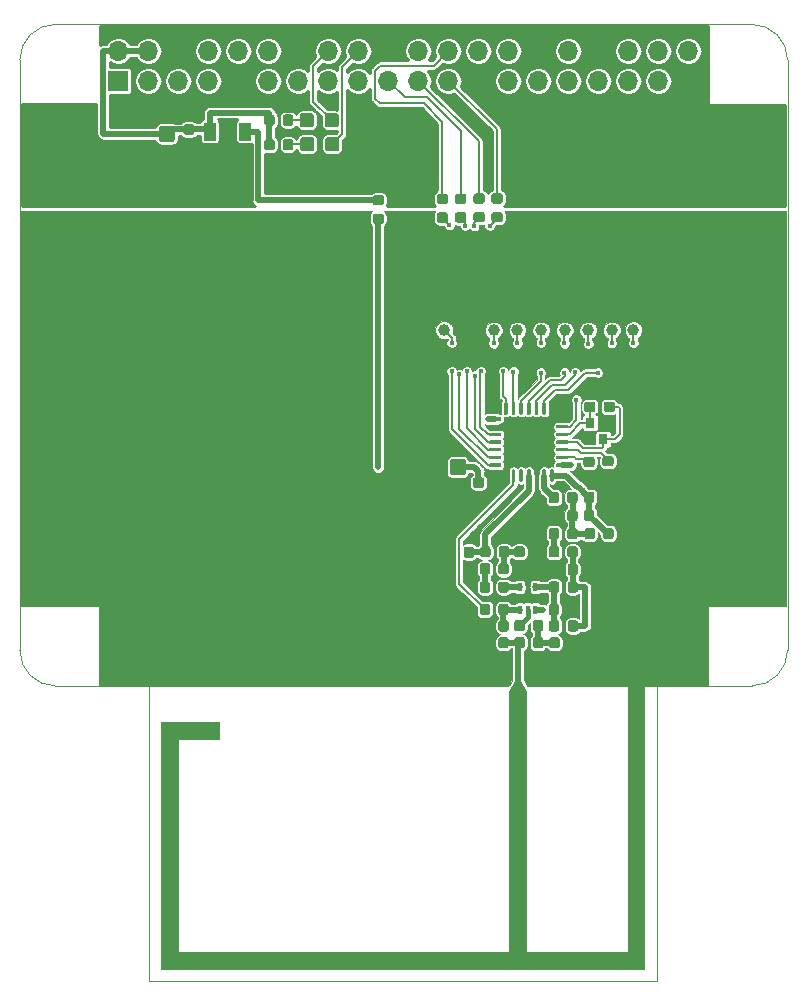
<source format=gbr>
G04 #@! TF.GenerationSoftware,KiCad,Pcbnew,5.0.2-bee76a0~70~ubuntu18.04.1*
G04 #@! TF.CreationDate,2019-08-06T12:18:04+01:00*
G04 #@! TF.ProjectId,LoRa-hat,4c6f5261-2d68-4617-942e-6b696361645f,rev?*
G04 #@! TF.SameCoordinates,Original*
G04 #@! TF.FileFunction,Copper,L1,Top*
G04 #@! TF.FilePolarity,Positive*
%FSLAX46Y46*%
G04 Gerber Fmt 4.6, Leading zero omitted, Abs format (unit mm)*
G04 Created by KiCad (PCBNEW 5.0.2-bee76a0~70~ubuntu18.04.1) date Tue 06 Aug 2019 12:18:04 BST*
%MOMM*%
%LPD*%
G01*
G04 APERTURE LIST*
G04 #@! TA.AperFunction,NonConductor*
%ADD10C,0.100000*%
G04 #@! TD*
G04 #@! TA.AperFunction,EtchedComponent*
%ADD11C,0.100000*%
G04 #@! TD*
G04 #@! TA.AperFunction,Conductor*
%ADD12C,0.100000*%
G04 #@! TD*
G04 #@! TA.AperFunction,SMDPad,CuDef*
%ADD13C,0.300000*%
G04 #@! TD*
G04 #@! TA.AperFunction,ViaPad*
%ADD14C,0.500000*%
G04 #@! TD*
G04 #@! TA.AperFunction,SMDPad,CuDef*
%ADD15C,4.250000*%
G04 #@! TD*
G04 #@! TA.AperFunction,SMDPad,CuDef*
%ADD16R,5.500000X1.000000*%
G04 #@! TD*
G04 #@! TA.AperFunction,SMDPad,CuDef*
%ADD17R,7.750000X1.000000*%
G04 #@! TD*
G04 #@! TA.AperFunction,SMDPad,CuDef*
%ADD18R,15.000000X1.000000*%
G04 #@! TD*
G04 #@! TA.AperFunction,SMDPad,CuDef*
%ADD19R,1.000000X25.000000*%
G04 #@! TD*
G04 #@! TA.AperFunction,SMDPad,CuDef*
%ADD20C,0.875000*%
G04 #@! TD*
G04 #@! TA.AperFunction,SMDPad,CuDef*
%ADD21C,1.200000*%
G04 #@! TD*
G04 #@! TA.AperFunction,SMDPad,CuDef*
%ADD22C,1.350000*%
G04 #@! TD*
G04 #@! TA.AperFunction,Conductor*
%ADD23R,30.500000X0.500000*%
G04 #@! TD*
G04 #@! TA.AperFunction,Conductor*
%ADD24R,11.000000X0.500000*%
G04 #@! TD*
G04 #@! TA.AperFunction,Conductor*
%ADD25C,0.894426*%
G04 #@! TD*
G04 #@! TA.AperFunction,SMDPad,CuDef*
%ADD26R,0.400000X0.700000*%
G04 #@! TD*
G04 #@! TA.AperFunction,SMDPad,CuDef*
%ADD27R,0.800000X0.900000*%
G04 #@! TD*
G04 #@! TA.AperFunction,BGAPad,CuDef*
%ADD28C,1.000000*%
G04 #@! TD*
G04 #@! TA.AperFunction,SMDPad,CuDef*
%ADD29C,0.850000*%
G04 #@! TD*
G04 #@! TA.AperFunction,SMDPad,CuDef*
%ADD30R,1.000000X1.500000*%
G04 #@! TD*
G04 #@! TA.AperFunction,SMDPad,CuDef*
%ADD31R,1.000000X1.800000*%
G04 #@! TD*
G04 #@! TA.AperFunction,SMDPad,CuDef*
%ADD32R,2.200000X1.840000*%
G04 #@! TD*
G04 #@! TA.AperFunction,SMDPad,CuDef*
%ADD33C,1.000000*%
G04 #@! TD*
G04 #@! TA.AperFunction,ComponentPad*
%ADD34R,1.700000X1.700000*%
G04 #@! TD*
G04 #@! TA.AperFunction,ComponentPad*
%ADD35O,1.700000X1.700000*%
G04 #@! TD*
G04 #@! TA.AperFunction,ViaPad*
%ADD36C,0.400000*%
G04 #@! TD*
G04 #@! TA.AperFunction,Conductor*
%ADD37C,0.200000*%
G04 #@! TD*
G04 #@! TA.AperFunction,Conductor*
%ADD38C,0.500000*%
G04 #@! TD*
G04 #@! TA.AperFunction,Conductor*
%ADD39C,0.400000*%
G04 #@! TD*
G04 #@! TA.AperFunction,Conductor*
%ADD40C,0.254000*%
G04 #@! TD*
G04 APERTURE END LIST*
D10*
X89500000Y-116820000D02*
X89500000Y-141840000D01*
X132500000Y-141850000D02*
X89500000Y-141840000D01*
X132500000Y-116830000D02*
X132500000Y-141850000D01*
X132500000Y-116830000D02*
X140546356Y-116830000D01*
X81530000Y-116820000D02*
X89500000Y-116820000D01*
X81546356Y-116817611D02*
G75*
G02X78546356Y-113817611I0J3000000D01*
G01*
X143546351Y-113822847D02*
G75*
G02X140546356Y-116817611I-2999995J5236D01*
G01*
X78546356Y-63817611D02*
X78546356Y-113817611D01*
X78546356Y-63817611D02*
G75*
G02X81546356Y-60817611I3000000J0D01*
G01*
X140546356Y-60817611D02*
X81546356Y-60817611D01*
X140546356Y-60817611D02*
G75*
G02X143546356Y-63817611I0J-3000000D01*
G01*
X143546356Y-113817611D02*
X143546356Y-63817611D01*
D11*
G04 #@! TO.C,A1*
G36*
X90500000Y-119870000D02*
X95500000Y-119870000D01*
X95500000Y-121370000D01*
X92000000Y-121370000D01*
X92000000Y-131120000D01*
X92000000Y-139370000D01*
X101500000Y-139370000D01*
X120000000Y-139370000D01*
X120000000Y-117370000D01*
X121500000Y-117370000D01*
X121500000Y-139370000D01*
X130000000Y-139370000D01*
X130000000Y-116870000D01*
X131500000Y-116870000D01*
X131500000Y-140870000D01*
X92000000Y-140870000D01*
X90500000Y-140870000D01*
X90500000Y-119870000D01*
G37*
G04 #@! TD*
D12*
G04 #@! TO.N,Net-(C12-Pad1)*
G04 #@! TO.C,U1*
G36*
X123672351Y-98505361D02*
X123679632Y-98506441D01*
X123686771Y-98508229D01*
X123693701Y-98510709D01*
X123700355Y-98513856D01*
X123706668Y-98517640D01*
X123712579Y-98522024D01*
X123718033Y-98526967D01*
X123722976Y-98532421D01*
X123727360Y-98538332D01*
X123731144Y-98544645D01*
X123734291Y-98551299D01*
X123736771Y-98558229D01*
X123738559Y-98565368D01*
X123739639Y-98572649D01*
X123740000Y-98580000D01*
X123740000Y-99455000D01*
X123739639Y-99462351D01*
X123738559Y-99469632D01*
X123736771Y-99476771D01*
X123734291Y-99483701D01*
X123731144Y-99490355D01*
X123727360Y-99496668D01*
X123722976Y-99502579D01*
X123718033Y-99508033D01*
X123712579Y-99512976D01*
X123706668Y-99517360D01*
X123700355Y-99521144D01*
X123693701Y-99524291D01*
X123686771Y-99526771D01*
X123679632Y-99528559D01*
X123672351Y-99529639D01*
X123665000Y-99530000D01*
X123515000Y-99530000D01*
X123507649Y-99529639D01*
X123500368Y-99528559D01*
X123493229Y-99526771D01*
X123486299Y-99524291D01*
X123479645Y-99521144D01*
X123473332Y-99517360D01*
X123467421Y-99512976D01*
X123461967Y-99508033D01*
X123457024Y-99502579D01*
X123452640Y-99496668D01*
X123448856Y-99490355D01*
X123445709Y-99483701D01*
X123443229Y-99476771D01*
X123441441Y-99469632D01*
X123440361Y-99462351D01*
X123440000Y-99455000D01*
X123440000Y-98580000D01*
X123440361Y-98572649D01*
X123441441Y-98565368D01*
X123443229Y-98558229D01*
X123445709Y-98551299D01*
X123448856Y-98544645D01*
X123452640Y-98538332D01*
X123457024Y-98532421D01*
X123461967Y-98526967D01*
X123467421Y-98522024D01*
X123473332Y-98517640D01*
X123479645Y-98513856D01*
X123486299Y-98510709D01*
X123493229Y-98508229D01*
X123500368Y-98506441D01*
X123507649Y-98505361D01*
X123515000Y-98505000D01*
X123665000Y-98505000D01*
X123672351Y-98505361D01*
X123672351Y-98505361D01*
G37*
D13*
G04 #@! TD*
G04 #@! TO.P,U1,28*
G04 #@! TO.N,Net-(C12-Pad1)*
X123590000Y-99017500D03*
D12*
G04 #@! TO.N,Net-(L1-Pad1)*
G04 #@! TO.C,U1*
G36*
X123022351Y-98505361D02*
X123029632Y-98506441D01*
X123036771Y-98508229D01*
X123043701Y-98510709D01*
X123050355Y-98513856D01*
X123056668Y-98517640D01*
X123062579Y-98522024D01*
X123068033Y-98526967D01*
X123072976Y-98532421D01*
X123077360Y-98538332D01*
X123081144Y-98544645D01*
X123084291Y-98551299D01*
X123086771Y-98558229D01*
X123088559Y-98565368D01*
X123089639Y-98572649D01*
X123090000Y-98580000D01*
X123090000Y-99455000D01*
X123089639Y-99462351D01*
X123088559Y-99469632D01*
X123086771Y-99476771D01*
X123084291Y-99483701D01*
X123081144Y-99490355D01*
X123077360Y-99496668D01*
X123072976Y-99502579D01*
X123068033Y-99508033D01*
X123062579Y-99512976D01*
X123056668Y-99517360D01*
X123050355Y-99521144D01*
X123043701Y-99524291D01*
X123036771Y-99526771D01*
X123029632Y-99528559D01*
X123022351Y-99529639D01*
X123015000Y-99530000D01*
X122865000Y-99530000D01*
X122857649Y-99529639D01*
X122850368Y-99528559D01*
X122843229Y-99526771D01*
X122836299Y-99524291D01*
X122829645Y-99521144D01*
X122823332Y-99517360D01*
X122817421Y-99512976D01*
X122811967Y-99508033D01*
X122807024Y-99502579D01*
X122802640Y-99496668D01*
X122798856Y-99490355D01*
X122795709Y-99483701D01*
X122793229Y-99476771D01*
X122791441Y-99469632D01*
X122790361Y-99462351D01*
X122790000Y-99455000D01*
X122790000Y-98580000D01*
X122790361Y-98572649D01*
X122791441Y-98565368D01*
X122793229Y-98558229D01*
X122795709Y-98551299D01*
X122798856Y-98544645D01*
X122802640Y-98538332D01*
X122807024Y-98532421D01*
X122811967Y-98526967D01*
X122817421Y-98522024D01*
X122823332Y-98517640D01*
X122829645Y-98513856D01*
X122836299Y-98510709D01*
X122843229Y-98508229D01*
X122850368Y-98506441D01*
X122857649Y-98505361D01*
X122865000Y-98505000D01*
X123015000Y-98505000D01*
X123022351Y-98505361D01*
X123022351Y-98505361D01*
G37*
D13*
G04 #@! TD*
G04 #@! TO.P,U1,27*
G04 #@! TO.N,Net-(L1-Pad1)*
X122940000Y-99017500D03*
D12*
G04 #@! TO.N,GNDA*
G04 #@! TO.C,U1*
G36*
X122372351Y-98505361D02*
X122379632Y-98506441D01*
X122386771Y-98508229D01*
X122393701Y-98510709D01*
X122400355Y-98513856D01*
X122406668Y-98517640D01*
X122412579Y-98522024D01*
X122418033Y-98526967D01*
X122422976Y-98532421D01*
X122427360Y-98538332D01*
X122431144Y-98544645D01*
X122434291Y-98551299D01*
X122436771Y-98558229D01*
X122438559Y-98565368D01*
X122439639Y-98572649D01*
X122440000Y-98580000D01*
X122440000Y-99455000D01*
X122439639Y-99462351D01*
X122438559Y-99469632D01*
X122436771Y-99476771D01*
X122434291Y-99483701D01*
X122431144Y-99490355D01*
X122427360Y-99496668D01*
X122422976Y-99502579D01*
X122418033Y-99508033D01*
X122412579Y-99512976D01*
X122406668Y-99517360D01*
X122400355Y-99521144D01*
X122393701Y-99524291D01*
X122386771Y-99526771D01*
X122379632Y-99528559D01*
X122372351Y-99529639D01*
X122365000Y-99530000D01*
X122215000Y-99530000D01*
X122207649Y-99529639D01*
X122200368Y-99528559D01*
X122193229Y-99526771D01*
X122186299Y-99524291D01*
X122179645Y-99521144D01*
X122173332Y-99517360D01*
X122167421Y-99512976D01*
X122161967Y-99508033D01*
X122157024Y-99502579D01*
X122152640Y-99496668D01*
X122148856Y-99490355D01*
X122145709Y-99483701D01*
X122143229Y-99476771D01*
X122141441Y-99469632D01*
X122140361Y-99462351D01*
X122140000Y-99455000D01*
X122140000Y-98580000D01*
X122140361Y-98572649D01*
X122141441Y-98565368D01*
X122143229Y-98558229D01*
X122145709Y-98551299D01*
X122148856Y-98544645D01*
X122152640Y-98538332D01*
X122157024Y-98532421D01*
X122161967Y-98526967D01*
X122167421Y-98522024D01*
X122173332Y-98517640D01*
X122179645Y-98513856D01*
X122186299Y-98510709D01*
X122193229Y-98508229D01*
X122200368Y-98506441D01*
X122207649Y-98505361D01*
X122215000Y-98505000D01*
X122365000Y-98505000D01*
X122372351Y-98505361D01*
X122372351Y-98505361D01*
G37*
D13*
G04 #@! TD*
G04 #@! TO.P,U1,26*
G04 #@! TO.N,GNDA*
X122290000Y-99017500D03*
D12*
G04 #@! TO.N,Net-(C11-Pad1)*
G04 #@! TO.C,U1*
G36*
X121722351Y-98505361D02*
X121729632Y-98506441D01*
X121736771Y-98508229D01*
X121743701Y-98510709D01*
X121750355Y-98513856D01*
X121756668Y-98517640D01*
X121762579Y-98522024D01*
X121768033Y-98526967D01*
X121772976Y-98532421D01*
X121777360Y-98538332D01*
X121781144Y-98544645D01*
X121784291Y-98551299D01*
X121786771Y-98558229D01*
X121788559Y-98565368D01*
X121789639Y-98572649D01*
X121790000Y-98580000D01*
X121790000Y-99455000D01*
X121789639Y-99462351D01*
X121788559Y-99469632D01*
X121786771Y-99476771D01*
X121784291Y-99483701D01*
X121781144Y-99490355D01*
X121777360Y-99496668D01*
X121772976Y-99502579D01*
X121768033Y-99508033D01*
X121762579Y-99512976D01*
X121756668Y-99517360D01*
X121750355Y-99521144D01*
X121743701Y-99524291D01*
X121736771Y-99526771D01*
X121729632Y-99528559D01*
X121722351Y-99529639D01*
X121715000Y-99530000D01*
X121565000Y-99530000D01*
X121557649Y-99529639D01*
X121550368Y-99528559D01*
X121543229Y-99526771D01*
X121536299Y-99524291D01*
X121529645Y-99521144D01*
X121523332Y-99517360D01*
X121517421Y-99512976D01*
X121511967Y-99508033D01*
X121507024Y-99502579D01*
X121502640Y-99496668D01*
X121498856Y-99490355D01*
X121495709Y-99483701D01*
X121493229Y-99476771D01*
X121491441Y-99469632D01*
X121490361Y-99462351D01*
X121490000Y-99455000D01*
X121490000Y-98580000D01*
X121490361Y-98572649D01*
X121491441Y-98565368D01*
X121493229Y-98558229D01*
X121495709Y-98551299D01*
X121498856Y-98544645D01*
X121502640Y-98538332D01*
X121507024Y-98532421D01*
X121511967Y-98526967D01*
X121517421Y-98522024D01*
X121523332Y-98517640D01*
X121529645Y-98513856D01*
X121536299Y-98510709D01*
X121543229Y-98508229D01*
X121550368Y-98506441D01*
X121557649Y-98505361D01*
X121565000Y-98505000D01*
X121715000Y-98505000D01*
X121722351Y-98505361D01*
X121722351Y-98505361D01*
G37*
D13*
G04 #@! TD*
G04 #@! TO.P,U1,25*
G04 #@! TO.N,Net-(C11-Pad1)*
X121640000Y-99017500D03*
D12*
G04 #@! TO.N,Net-(U1-Pad24)*
G04 #@! TO.C,U1*
G36*
X121072351Y-98505361D02*
X121079632Y-98506441D01*
X121086771Y-98508229D01*
X121093701Y-98510709D01*
X121100355Y-98513856D01*
X121106668Y-98517640D01*
X121112579Y-98522024D01*
X121118033Y-98526967D01*
X121122976Y-98532421D01*
X121127360Y-98538332D01*
X121131144Y-98544645D01*
X121134291Y-98551299D01*
X121136771Y-98558229D01*
X121138559Y-98565368D01*
X121139639Y-98572649D01*
X121140000Y-98580000D01*
X121140000Y-99455000D01*
X121139639Y-99462351D01*
X121138559Y-99469632D01*
X121136771Y-99476771D01*
X121134291Y-99483701D01*
X121131144Y-99490355D01*
X121127360Y-99496668D01*
X121122976Y-99502579D01*
X121118033Y-99508033D01*
X121112579Y-99512976D01*
X121106668Y-99517360D01*
X121100355Y-99521144D01*
X121093701Y-99524291D01*
X121086771Y-99526771D01*
X121079632Y-99528559D01*
X121072351Y-99529639D01*
X121065000Y-99530000D01*
X120915000Y-99530000D01*
X120907649Y-99529639D01*
X120900368Y-99528559D01*
X120893229Y-99526771D01*
X120886299Y-99524291D01*
X120879645Y-99521144D01*
X120873332Y-99517360D01*
X120867421Y-99512976D01*
X120861967Y-99508033D01*
X120857024Y-99502579D01*
X120852640Y-99496668D01*
X120848856Y-99490355D01*
X120845709Y-99483701D01*
X120843229Y-99476771D01*
X120841441Y-99469632D01*
X120840361Y-99462351D01*
X120840000Y-99455000D01*
X120840000Y-98580000D01*
X120840361Y-98572649D01*
X120841441Y-98565368D01*
X120843229Y-98558229D01*
X120845709Y-98551299D01*
X120848856Y-98544645D01*
X120852640Y-98538332D01*
X120857024Y-98532421D01*
X120861967Y-98526967D01*
X120867421Y-98522024D01*
X120873332Y-98517640D01*
X120879645Y-98513856D01*
X120886299Y-98510709D01*
X120893229Y-98508229D01*
X120900368Y-98506441D01*
X120907649Y-98505361D01*
X120915000Y-98505000D01*
X121065000Y-98505000D01*
X121072351Y-98505361D01*
X121072351Y-98505361D01*
G37*
D13*
G04 #@! TD*
G04 #@! TO.P,U1,24*
G04 #@! TO.N,Net-(U1-Pad24)*
X120990000Y-99017500D03*
D12*
G04 #@! TO.N,Net-(R2-Pad2)*
G04 #@! TO.C,U1*
G36*
X120422351Y-98505361D02*
X120429632Y-98506441D01*
X120436771Y-98508229D01*
X120443701Y-98510709D01*
X120450355Y-98513856D01*
X120456668Y-98517640D01*
X120462579Y-98522024D01*
X120468033Y-98526967D01*
X120472976Y-98532421D01*
X120477360Y-98538332D01*
X120481144Y-98544645D01*
X120484291Y-98551299D01*
X120486771Y-98558229D01*
X120488559Y-98565368D01*
X120489639Y-98572649D01*
X120490000Y-98580000D01*
X120490000Y-99455000D01*
X120489639Y-99462351D01*
X120488559Y-99469632D01*
X120486771Y-99476771D01*
X120484291Y-99483701D01*
X120481144Y-99490355D01*
X120477360Y-99496668D01*
X120472976Y-99502579D01*
X120468033Y-99508033D01*
X120462579Y-99512976D01*
X120456668Y-99517360D01*
X120450355Y-99521144D01*
X120443701Y-99524291D01*
X120436771Y-99526771D01*
X120429632Y-99528559D01*
X120422351Y-99529639D01*
X120415000Y-99530000D01*
X120265000Y-99530000D01*
X120257649Y-99529639D01*
X120250368Y-99528559D01*
X120243229Y-99526771D01*
X120236299Y-99524291D01*
X120229645Y-99521144D01*
X120223332Y-99517360D01*
X120217421Y-99512976D01*
X120211967Y-99508033D01*
X120207024Y-99502579D01*
X120202640Y-99496668D01*
X120198856Y-99490355D01*
X120195709Y-99483701D01*
X120193229Y-99476771D01*
X120191441Y-99469632D01*
X120190361Y-99462351D01*
X120190000Y-99455000D01*
X120190000Y-98580000D01*
X120190361Y-98572649D01*
X120191441Y-98565368D01*
X120193229Y-98558229D01*
X120195709Y-98551299D01*
X120198856Y-98544645D01*
X120202640Y-98538332D01*
X120207024Y-98532421D01*
X120211967Y-98526967D01*
X120217421Y-98522024D01*
X120223332Y-98517640D01*
X120229645Y-98513856D01*
X120236299Y-98510709D01*
X120243229Y-98508229D01*
X120250368Y-98506441D01*
X120257649Y-98505361D01*
X120265000Y-98505000D01*
X120415000Y-98505000D01*
X120422351Y-98505361D01*
X120422351Y-98505361D01*
G37*
D13*
G04 #@! TD*
G04 #@! TO.P,U1,23*
G04 #@! TO.N,Net-(R2-Pad2)*
X120340000Y-99017500D03*
D12*
G04 #@! TO.N,GNDA*
G04 #@! TO.C,U1*
G36*
X119772351Y-98505361D02*
X119779632Y-98506441D01*
X119786771Y-98508229D01*
X119793701Y-98510709D01*
X119800355Y-98513856D01*
X119806668Y-98517640D01*
X119812579Y-98522024D01*
X119818033Y-98526967D01*
X119822976Y-98532421D01*
X119827360Y-98538332D01*
X119831144Y-98544645D01*
X119834291Y-98551299D01*
X119836771Y-98558229D01*
X119838559Y-98565368D01*
X119839639Y-98572649D01*
X119840000Y-98580000D01*
X119840000Y-99455000D01*
X119839639Y-99462351D01*
X119838559Y-99469632D01*
X119836771Y-99476771D01*
X119834291Y-99483701D01*
X119831144Y-99490355D01*
X119827360Y-99496668D01*
X119822976Y-99502579D01*
X119818033Y-99508033D01*
X119812579Y-99512976D01*
X119806668Y-99517360D01*
X119800355Y-99521144D01*
X119793701Y-99524291D01*
X119786771Y-99526771D01*
X119779632Y-99528559D01*
X119772351Y-99529639D01*
X119765000Y-99530000D01*
X119615000Y-99530000D01*
X119607649Y-99529639D01*
X119600368Y-99528559D01*
X119593229Y-99526771D01*
X119586299Y-99524291D01*
X119579645Y-99521144D01*
X119573332Y-99517360D01*
X119567421Y-99512976D01*
X119561967Y-99508033D01*
X119557024Y-99502579D01*
X119552640Y-99496668D01*
X119548856Y-99490355D01*
X119545709Y-99483701D01*
X119543229Y-99476771D01*
X119541441Y-99469632D01*
X119540361Y-99462351D01*
X119540000Y-99455000D01*
X119540000Y-98580000D01*
X119540361Y-98572649D01*
X119541441Y-98565368D01*
X119543229Y-98558229D01*
X119545709Y-98551299D01*
X119548856Y-98544645D01*
X119552640Y-98538332D01*
X119557024Y-98532421D01*
X119561967Y-98526967D01*
X119567421Y-98522024D01*
X119573332Y-98517640D01*
X119579645Y-98513856D01*
X119586299Y-98510709D01*
X119593229Y-98508229D01*
X119600368Y-98506441D01*
X119607649Y-98505361D01*
X119615000Y-98505000D01*
X119765000Y-98505000D01*
X119772351Y-98505361D01*
X119772351Y-98505361D01*
G37*
D13*
G04 #@! TD*
G04 #@! TO.P,U1,22*
G04 #@! TO.N,GNDA*
X119690000Y-99017500D03*
D12*
G04 #@! TO.N,Net-(TP8-Pad1)*
G04 #@! TO.C,U1*
G36*
X119247351Y-97980361D02*
X119254632Y-97981441D01*
X119261771Y-97983229D01*
X119268701Y-97985709D01*
X119275355Y-97988856D01*
X119281668Y-97992640D01*
X119287579Y-97997024D01*
X119293033Y-98001967D01*
X119297976Y-98007421D01*
X119302360Y-98013332D01*
X119306144Y-98019645D01*
X119309291Y-98026299D01*
X119311771Y-98033229D01*
X119313559Y-98040368D01*
X119314639Y-98047649D01*
X119315000Y-98055000D01*
X119315000Y-98205000D01*
X119314639Y-98212351D01*
X119313559Y-98219632D01*
X119311771Y-98226771D01*
X119309291Y-98233701D01*
X119306144Y-98240355D01*
X119302360Y-98246668D01*
X119297976Y-98252579D01*
X119293033Y-98258033D01*
X119287579Y-98262976D01*
X119281668Y-98267360D01*
X119275355Y-98271144D01*
X119268701Y-98274291D01*
X119261771Y-98276771D01*
X119254632Y-98278559D01*
X119247351Y-98279639D01*
X119240000Y-98280000D01*
X118365000Y-98280000D01*
X118357649Y-98279639D01*
X118350368Y-98278559D01*
X118343229Y-98276771D01*
X118336299Y-98274291D01*
X118329645Y-98271144D01*
X118323332Y-98267360D01*
X118317421Y-98262976D01*
X118311967Y-98258033D01*
X118307024Y-98252579D01*
X118302640Y-98246668D01*
X118298856Y-98240355D01*
X118295709Y-98233701D01*
X118293229Y-98226771D01*
X118291441Y-98219632D01*
X118290361Y-98212351D01*
X118290000Y-98205000D01*
X118290000Y-98055000D01*
X118290361Y-98047649D01*
X118291441Y-98040368D01*
X118293229Y-98033229D01*
X118295709Y-98026299D01*
X118298856Y-98019645D01*
X118302640Y-98013332D01*
X118307024Y-98007421D01*
X118311967Y-98001967D01*
X118317421Y-97997024D01*
X118323332Y-97992640D01*
X118329645Y-97988856D01*
X118336299Y-97985709D01*
X118343229Y-97983229D01*
X118350368Y-97981441D01*
X118357649Y-97980361D01*
X118365000Y-97980000D01*
X119240000Y-97980000D01*
X119247351Y-97980361D01*
X119247351Y-97980361D01*
G37*
D13*
G04 #@! TD*
G04 #@! TO.P,U1,21*
G04 #@! TO.N,Net-(TP8-Pad1)*
X118802500Y-98130000D03*
D12*
G04 #@! TO.N,Net-(L12-Pad2)*
G04 #@! TO.C,U1*
G36*
X119247351Y-97330361D02*
X119254632Y-97331441D01*
X119261771Y-97333229D01*
X119268701Y-97335709D01*
X119275355Y-97338856D01*
X119281668Y-97342640D01*
X119287579Y-97347024D01*
X119293033Y-97351967D01*
X119297976Y-97357421D01*
X119302360Y-97363332D01*
X119306144Y-97369645D01*
X119309291Y-97376299D01*
X119311771Y-97383229D01*
X119313559Y-97390368D01*
X119314639Y-97397649D01*
X119315000Y-97405000D01*
X119315000Y-97555000D01*
X119314639Y-97562351D01*
X119313559Y-97569632D01*
X119311771Y-97576771D01*
X119309291Y-97583701D01*
X119306144Y-97590355D01*
X119302360Y-97596668D01*
X119297976Y-97602579D01*
X119293033Y-97608033D01*
X119287579Y-97612976D01*
X119281668Y-97617360D01*
X119275355Y-97621144D01*
X119268701Y-97624291D01*
X119261771Y-97626771D01*
X119254632Y-97628559D01*
X119247351Y-97629639D01*
X119240000Y-97630000D01*
X118365000Y-97630000D01*
X118357649Y-97629639D01*
X118350368Y-97628559D01*
X118343229Y-97626771D01*
X118336299Y-97624291D01*
X118329645Y-97621144D01*
X118323332Y-97617360D01*
X118317421Y-97612976D01*
X118311967Y-97608033D01*
X118307024Y-97602579D01*
X118302640Y-97596668D01*
X118298856Y-97590355D01*
X118295709Y-97583701D01*
X118293229Y-97576771D01*
X118291441Y-97569632D01*
X118290361Y-97562351D01*
X118290000Y-97555000D01*
X118290000Y-97405000D01*
X118290361Y-97397649D01*
X118291441Y-97390368D01*
X118293229Y-97383229D01*
X118295709Y-97376299D01*
X118298856Y-97369645D01*
X118302640Y-97363332D01*
X118307024Y-97357421D01*
X118311967Y-97351967D01*
X118317421Y-97347024D01*
X118323332Y-97342640D01*
X118329645Y-97338856D01*
X118336299Y-97335709D01*
X118343229Y-97333229D01*
X118350368Y-97331441D01*
X118357649Y-97330361D01*
X118365000Y-97330000D01*
X119240000Y-97330000D01*
X119247351Y-97330361D01*
X119247351Y-97330361D01*
G37*
D13*
G04 #@! TD*
G04 #@! TO.P,U1,20*
G04 #@! TO.N,Net-(L12-Pad2)*
X118802500Y-97480000D03*
D12*
G04 #@! TO.N,Net-(L9-Pad2)*
G04 #@! TO.C,U1*
G36*
X119247351Y-96680361D02*
X119254632Y-96681441D01*
X119261771Y-96683229D01*
X119268701Y-96685709D01*
X119275355Y-96688856D01*
X119281668Y-96692640D01*
X119287579Y-96697024D01*
X119293033Y-96701967D01*
X119297976Y-96707421D01*
X119302360Y-96713332D01*
X119306144Y-96719645D01*
X119309291Y-96726299D01*
X119311771Y-96733229D01*
X119313559Y-96740368D01*
X119314639Y-96747649D01*
X119315000Y-96755000D01*
X119315000Y-96905000D01*
X119314639Y-96912351D01*
X119313559Y-96919632D01*
X119311771Y-96926771D01*
X119309291Y-96933701D01*
X119306144Y-96940355D01*
X119302360Y-96946668D01*
X119297976Y-96952579D01*
X119293033Y-96958033D01*
X119287579Y-96962976D01*
X119281668Y-96967360D01*
X119275355Y-96971144D01*
X119268701Y-96974291D01*
X119261771Y-96976771D01*
X119254632Y-96978559D01*
X119247351Y-96979639D01*
X119240000Y-96980000D01*
X118365000Y-96980000D01*
X118357649Y-96979639D01*
X118350368Y-96978559D01*
X118343229Y-96976771D01*
X118336299Y-96974291D01*
X118329645Y-96971144D01*
X118323332Y-96967360D01*
X118317421Y-96962976D01*
X118311967Y-96958033D01*
X118307024Y-96952579D01*
X118302640Y-96946668D01*
X118298856Y-96940355D01*
X118295709Y-96933701D01*
X118293229Y-96926771D01*
X118291441Y-96919632D01*
X118290361Y-96912351D01*
X118290000Y-96905000D01*
X118290000Y-96755000D01*
X118290361Y-96747649D01*
X118291441Y-96740368D01*
X118293229Y-96733229D01*
X118295709Y-96726299D01*
X118298856Y-96719645D01*
X118302640Y-96713332D01*
X118307024Y-96707421D01*
X118311967Y-96701967D01*
X118317421Y-96697024D01*
X118323332Y-96692640D01*
X118329645Y-96688856D01*
X118336299Y-96685709D01*
X118343229Y-96683229D01*
X118350368Y-96681441D01*
X118357649Y-96680361D01*
X118365000Y-96680000D01*
X119240000Y-96680000D01*
X119247351Y-96680361D01*
X119247351Y-96680361D01*
G37*
D13*
G04 #@! TD*
G04 #@! TO.P,U1,19*
G04 #@! TO.N,Net-(L9-Pad2)*
X118802500Y-96830000D03*
D12*
G04 #@! TO.N,Net-(L10-Pad2)*
G04 #@! TO.C,U1*
G36*
X119247351Y-96030361D02*
X119254632Y-96031441D01*
X119261771Y-96033229D01*
X119268701Y-96035709D01*
X119275355Y-96038856D01*
X119281668Y-96042640D01*
X119287579Y-96047024D01*
X119293033Y-96051967D01*
X119297976Y-96057421D01*
X119302360Y-96063332D01*
X119306144Y-96069645D01*
X119309291Y-96076299D01*
X119311771Y-96083229D01*
X119313559Y-96090368D01*
X119314639Y-96097649D01*
X119315000Y-96105000D01*
X119315000Y-96255000D01*
X119314639Y-96262351D01*
X119313559Y-96269632D01*
X119311771Y-96276771D01*
X119309291Y-96283701D01*
X119306144Y-96290355D01*
X119302360Y-96296668D01*
X119297976Y-96302579D01*
X119293033Y-96308033D01*
X119287579Y-96312976D01*
X119281668Y-96317360D01*
X119275355Y-96321144D01*
X119268701Y-96324291D01*
X119261771Y-96326771D01*
X119254632Y-96328559D01*
X119247351Y-96329639D01*
X119240000Y-96330000D01*
X118365000Y-96330000D01*
X118357649Y-96329639D01*
X118350368Y-96328559D01*
X118343229Y-96326771D01*
X118336299Y-96324291D01*
X118329645Y-96321144D01*
X118323332Y-96317360D01*
X118317421Y-96312976D01*
X118311967Y-96308033D01*
X118307024Y-96302579D01*
X118302640Y-96296668D01*
X118298856Y-96290355D01*
X118295709Y-96283701D01*
X118293229Y-96276771D01*
X118291441Y-96269632D01*
X118290361Y-96262351D01*
X118290000Y-96255000D01*
X118290000Y-96105000D01*
X118290361Y-96097649D01*
X118291441Y-96090368D01*
X118293229Y-96083229D01*
X118295709Y-96076299D01*
X118298856Y-96069645D01*
X118302640Y-96063332D01*
X118307024Y-96057421D01*
X118311967Y-96051967D01*
X118317421Y-96047024D01*
X118323332Y-96042640D01*
X118329645Y-96038856D01*
X118336299Y-96035709D01*
X118343229Y-96033229D01*
X118350368Y-96031441D01*
X118357649Y-96030361D01*
X118365000Y-96030000D01*
X119240000Y-96030000D01*
X119247351Y-96030361D01*
X119247351Y-96030361D01*
G37*
D13*
G04 #@! TD*
G04 #@! TO.P,U1,18*
G04 #@! TO.N,Net-(L10-Pad2)*
X118802500Y-96180000D03*
D12*
G04 #@! TO.N,Net-(L11-Pad2)*
G04 #@! TO.C,U1*
G36*
X119247351Y-95380361D02*
X119254632Y-95381441D01*
X119261771Y-95383229D01*
X119268701Y-95385709D01*
X119275355Y-95388856D01*
X119281668Y-95392640D01*
X119287579Y-95397024D01*
X119293033Y-95401967D01*
X119297976Y-95407421D01*
X119302360Y-95413332D01*
X119306144Y-95419645D01*
X119309291Y-95426299D01*
X119311771Y-95433229D01*
X119313559Y-95440368D01*
X119314639Y-95447649D01*
X119315000Y-95455000D01*
X119315000Y-95605000D01*
X119314639Y-95612351D01*
X119313559Y-95619632D01*
X119311771Y-95626771D01*
X119309291Y-95633701D01*
X119306144Y-95640355D01*
X119302360Y-95646668D01*
X119297976Y-95652579D01*
X119293033Y-95658033D01*
X119287579Y-95662976D01*
X119281668Y-95667360D01*
X119275355Y-95671144D01*
X119268701Y-95674291D01*
X119261771Y-95676771D01*
X119254632Y-95678559D01*
X119247351Y-95679639D01*
X119240000Y-95680000D01*
X118365000Y-95680000D01*
X118357649Y-95679639D01*
X118350368Y-95678559D01*
X118343229Y-95676771D01*
X118336299Y-95674291D01*
X118329645Y-95671144D01*
X118323332Y-95667360D01*
X118317421Y-95662976D01*
X118311967Y-95658033D01*
X118307024Y-95652579D01*
X118302640Y-95646668D01*
X118298856Y-95640355D01*
X118295709Y-95633701D01*
X118293229Y-95626771D01*
X118291441Y-95619632D01*
X118290361Y-95612351D01*
X118290000Y-95605000D01*
X118290000Y-95455000D01*
X118290361Y-95447649D01*
X118291441Y-95440368D01*
X118293229Y-95433229D01*
X118295709Y-95426299D01*
X118298856Y-95419645D01*
X118302640Y-95413332D01*
X118307024Y-95407421D01*
X118311967Y-95401967D01*
X118317421Y-95397024D01*
X118323332Y-95392640D01*
X118329645Y-95388856D01*
X118336299Y-95385709D01*
X118343229Y-95383229D01*
X118350368Y-95381441D01*
X118357649Y-95380361D01*
X118365000Y-95380000D01*
X119240000Y-95380000D01*
X119247351Y-95380361D01*
X119247351Y-95380361D01*
G37*
D13*
G04 #@! TD*
G04 #@! TO.P,U1,17*
G04 #@! TO.N,Net-(L11-Pad2)*
X118802500Y-95530000D03*
D12*
G04 #@! TO.N,GNDA*
G04 #@! TO.C,U1*
G36*
X119247351Y-94730361D02*
X119254632Y-94731441D01*
X119261771Y-94733229D01*
X119268701Y-94735709D01*
X119275355Y-94738856D01*
X119281668Y-94742640D01*
X119287579Y-94747024D01*
X119293033Y-94751967D01*
X119297976Y-94757421D01*
X119302360Y-94763332D01*
X119306144Y-94769645D01*
X119309291Y-94776299D01*
X119311771Y-94783229D01*
X119313559Y-94790368D01*
X119314639Y-94797649D01*
X119315000Y-94805000D01*
X119315000Y-94955000D01*
X119314639Y-94962351D01*
X119313559Y-94969632D01*
X119311771Y-94976771D01*
X119309291Y-94983701D01*
X119306144Y-94990355D01*
X119302360Y-94996668D01*
X119297976Y-95002579D01*
X119293033Y-95008033D01*
X119287579Y-95012976D01*
X119281668Y-95017360D01*
X119275355Y-95021144D01*
X119268701Y-95024291D01*
X119261771Y-95026771D01*
X119254632Y-95028559D01*
X119247351Y-95029639D01*
X119240000Y-95030000D01*
X118365000Y-95030000D01*
X118357649Y-95029639D01*
X118350368Y-95028559D01*
X118343229Y-95026771D01*
X118336299Y-95024291D01*
X118329645Y-95021144D01*
X118323332Y-95017360D01*
X118317421Y-95012976D01*
X118311967Y-95008033D01*
X118307024Y-95002579D01*
X118302640Y-94996668D01*
X118298856Y-94990355D01*
X118295709Y-94983701D01*
X118293229Y-94976771D01*
X118291441Y-94969632D01*
X118290361Y-94962351D01*
X118290000Y-94955000D01*
X118290000Y-94805000D01*
X118290361Y-94797649D01*
X118291441Y-94790368D01*
X118293229Y-94783229D01*
X118295709Y-94776299D01*
X118298856Y-94769645D01*
X118302640Y-94763332D01*
X118307024Y-94757421D01*
X118311967Y-94751967D01*
X118317421Y-94747024D01*
X118323332Y-94742640D01*
X118329645Y-94738856D01*
X118336299Y-94735709D01*
X118343229Y-94733229D01*
X118350368Y-94731441D01*
X118357649Y-94730361D01*
X118365000Y-94730000D01*
X119240000Y-94730000D01*
X119247351Y-94730361D01*
X119247351Y-94730361D01*
G37*
D13*
G04 #@! TD*
G04 #@! TO.P,U1,16*
G04 #@! TO.N,GNDA*
X118802500Y-94880000D03*
D12*
G04 #@! TO.N,+3.3VA*
G04 #@! TO.C,U1*
G36*
X119247351Y-94080361D02*
X119254632Y-94081441D01*
X119261771Y-94083229D01*
X119268701Y-94085709D01*
X119275355Y-94088856D01*
X119281668Y-94092640D01*
X119287579Y-94097024D01*
X119293033Y-94101967D01*
X119297976Y-94107421D01*
X119302360Y-94113332D01*
X119306144Y-94119645D01*
X119309291Y-94126299D01*
X119311771Y-94133229D01*
X119313559Y-94140368D01*
X119314639Y-94147649D01*
X119315000Y-94155000D01*
X119315000Y-94305000D01*
X119314639Y-94312351D01*
X119313559Y-94319632D01*
X119311771Y-94326771D01*
X119309291Y-94333701D01*
X119306144Y-94340355D01*
X119302360Y-94346668D01*
X119297976Y-94352579D01*
X119293033Y-94358033D01*
X119287579Y-94362976D01*
X119281668Y-94367360D01*
X119275355Y-94371144D01*
X119268701Y-94374291D01*
X119261771Y-94376771D01*
X119254632Y-94378559D01*
X119247351Y-94379639D01*
X119240000Y-94380000D01*
X118365000Y-94380000D01*
X118357649Y-94379639D01*
X118350368Y-94378559D01*
X118343229Y-94376771D01*
X118336299Y-94374291D01*
X118329645Y-94371144D01*
X118323332Y-94367360D01*
X118317421Y-94362976D01*
X118311967Y-94358033D01*
X118307024Y-94352579D01*
X118302640Y-94346668D01*
X118298856Y-94340355D01*
X118295709Y-94333701D01*
X118293229Y-94326771D01*
X118291441Y-94319632D01*
X118290361Y-94312351D01*
X118290000Y-94305000D01*
X118290000Y-94155000D01*
X118290361Y-94147649D01*
X118291441Y-94140368D01*
X118293229Y-94133229D01*
X118295709Y-94126299D01*
X118298856Y-94119645D01*
X118302640Y-94113332D01*
X118307024Y-94107421D01*
X118311967Y-94101967D01*
X118317421Y-94097024D01*
X118323332Y-94092640D01*
X118329645Y-94088856D01*
X118336299Y-94085709D01*
X118343229Y-94083229D01*
X118350368Y-94081441D01*
X118357649Y-94080361D01*
X118365000Y-94080000D01*
X119240000Y-94080000D01*
X119247351Y-94080361D01*
X119247351Y-94080361D01*
G37*
D13*
G04 #@! TD*
G04 #@! TO.P,U1,15*
G04 #@! TO.N,+3.3VA*
X118802500Y-94230000D03*
D12*
G04 #@! TO.N,Net-(TP6-Pad1)*
G04 #@! TO.C,U1*
G36*
X119772351Y-92830361D02*
X119779632Y-92831441D01*
X119786771Y-92833229D01*
X119793701Y-92835709D01*
X119800355Y-92838856D01*
X119806668Y-92842640D01*
X119812579Y-92847024D01*
X119818033Y-92851967D01*
X119822976Y-92857421D01*
X119827360Y-92863332D01*
X119831144Y-92869645D01*
X119834291Y-92876299D01*
X119836771Y-92883229D01*
X119838559Y-92890368D01*
X119839639Y-92897649D01*
X119840000Y-92905000D01*
X119840000Y-93780000D01*
X119839639Y-93787351D01*
X119838559Y-93794632D01*
X119836771Y-93801771D01*
X119834291Y-93808701D01*
X119831144Y-93815355D01*
X119827360Y-93821668D01*
X119822976Y-93827579D01*
X119818033Y-93833033D01*
X119812579Y-93837976D01*
X119806668Y-93842360D01*
X119800355Y-93846144D01*
X119793701Y-93849291D01*
X119786771Y-93851771D01*
X119779632Y-93853559D01*
X119772351Y-93854639D01*
X119765000Y-93855000D01*
X119615000Y-93855000D01*
X119607649Y-93854639D01*
X119600368Y-93853559D01*
X119593229Y-93851771D01*
X119586299Y-93849291D01*
X119579645Y-93846144D01*
X119573332Y-93842360D01*
X119567421Y-93837976D01*
X119561967Y-93833033D01*
X119557024Y-93827579D01*
X119552640Y-93821668D01*
X119548856Y-93815355D01*
X119545709Y-93808701D01*
X119543229Y-93801771D01*
X119541441Y-93794632D01*
X119540361Y-93787351D01*
X119540000Y-93780000D01*
X119540000Y-92905000D01*
X119540361Y-92897649D01*
X119541441Y-92890368D01*
X119543229Y-92883229D01*
X119545709Y-92876299D01*
X119548856Y-92869645D01*
X119552640Y-92863332D01*
X119557024Y-92857421D01*
X119561967Y-92851967D01*
X119567421Y-92847024D01*
X119573332Y-92842640D01*
X119579645Y-92838856D01*
X119586299Y-92835709D01*
X119593229Y-92833229D01*
X119600368Y-92831441D01*
X119607649Y-92830361D01*
X119615000Y-92830000D01*
X119765000Y-92830000D01*
X119772351Y-92830361D01*
X119772351Y-92830361D01*
G37*
D13*
G04 #@! TD*
G04 #@! TO.P,U1,14*
G04 #@! TO.N,Net-(TP6-Pad1)*
X119690000Y-93342500D03*
D12*
G04 #@! TO.N,Net-(TP5-Pad1)*
G04 #@! TO.C,U1*
G36*
X120422351Y-92830361D02*
X120429632Y-92831441D01*
X120436771Y-92833229D01*
X120443701Y-92835709D01*
X120450355Y-92838856D01*
X120456668Y-92842640D01*
X120462579Y-92847024D01*
X120468033Y-92851967D01*
X120472976Y-92857421D01*
X120477360Y-92863332D01*
X120481144Y-92869645D01*
X120484291Y-92876299D01*
X120486771Y-92883229D01*
X120488559Y-92890368D01*
X120489639Y-92897649D01*
X120490000Y-92905000D01*
X120490000Y-93780000D01*
X120489639Y-93787351D01*
X120488559Y-93794632D01*
X120486771Y-93801771D01*
X120484291Y-93808701D01*
X120481144Y-93815355D01*
X120477360Y-93821668D01*
X120472976Y-93827579D01*
X120468033Y-93833033D01*
X120462579Y-93837976D01*
X120456668Y-93842360D01*
X120450355Y-93846144D01*
X120443701Y-93849291D01*
X120436771Y-93851771D01*
X120429632Y-93853559D01*
X120422351Y-93854639D01*
X120415000Y-93855000D01*
X120265000Y-93855000D01*
X120257649Y-93854639D01*
X120250368Y-93853559D01*
X120243229Y-93851771D01*
X120236299Y-93849291D01*
X120229645Y-93846144D01*
X120223332Y-93842360D01*
X120217421Y-93837976D01*
X120211967Y-93833033D01*
X120207024Y-93827579D01*
X120202640Y-93821668D01*
X120198856Y-93815355D01*
X120195709Y-93808701D01*
X120193229Y-93801771D01*
X120191441Y-93794632D01*
X120190361Y-93787351D01*
X120190000Y-93780000D01*
X120190000Y-92905000D01*
X120190361Y-92897649D01*
X120191441Y-92890368D01*
X120193229Y-92883229D01*
X120195709Y-92876299D01*
X120198856Y-92869645D01*
X120202640Y-92863332D01*
X120207024Y-92857421D01*
X120211967Y-92851967D01*
X120217421Y-92847024D01*
X120223332Y-92842640D01*
X120229645Y-92838856D01*
X120236299Y-92835709D01*
X120243229Y-92833229D01*
X120250368Y-92831441D01*
X120257649Y-92830361D01*
X120265000Y-92830000D01*
X120415000Y-92830000D01*
X120422351Y-92830361D01*
X120422351Y-92830361D01*
G37*
D13*
G04 #@! TD*
G04 #@! TO.P,U1,13*
G04 #@! TO.N,Net-(TP5-Pad1)*
X120340000Y-93342500D03*
D12*
G04 #@! TO.N,Net-(TP4-Pad1)*
G04 #@! TO.C,U1*
G36*
X121072351Y-92830361D02*
X121079632Y-92831441D01*
X121086771Y-92833229D01*
X121093701Y-92835709D01*
X121100355Y-92838856D01*
X121106668Y-92842640D01*
X121112579Y-92847024D01*
X121118033Y-92851967D01*
X121122976Y-92857421D01*
X121127360Y-92863332D01*
X121131144Y-92869645D01*
X121134291Y-92876299D01*
X121136771Y-92883229D01*
X121138559Y-92890368D01*
X121139639Y-92897649D01*
X121140000Y-92905000D01*
X121140000Y-93780000D01*
X121139639Y-93787351D01*
X121138559Y-93794632D01*
X121136771Y-93801771D01*
X121134291Y-93808701D01*
X121131144Y-93815355D01*
X121127360Y-93821668D01*
X121122976Y-93827579D01*
X121118033Y-93833033D01*
X121112579Y-93837976D01*
X121106668Y-93842360D01*
X121100355Y-93846144D01*
X121093701Y-93849291D01*
X121086771Y-93851771D01*
X121079632Y-93853559D01*
X121072351Y-93854639D01*
X121065000Y-93855000D01*
X120915000Y-93855000D01*
X120907649Y-93854639D01*
X120900368Y-93853559D01*
X120893229Y-93851771D01*
X120886299Y-93849291D01*
X120879645Y-93846144D01*
X120873332Y-93842360D01*
X120867421Y-93837976D01*
X120861967Y-93833033D01*
X120857024Y-93827579D01*
X120852640Y-93821668D01*
X120848856Y-93815355D01*
X120845709Y-93808701D01*
X120843229Y-93801771D01*
X120841441Y-93794632D01*
X120840361Y-93787351D01*
X120840000Y-93780000D01*
X120840000Y-92905000D01*
X120840361Y-92897649D01*
X120841441Y-92890368D01*
X120843229Y-92883229D01*
X120845709Y-92876299D01*
X120848856Y-92869645D01*
X120852640Y-92863332D01*
X120857024Y-92857421D01*
X120861967Y-92851967D01*
X120867421Y-92847024D01*
X120873332Y-92842640D01*
X120879645Y-92838856D01*
X120886299Y-92835709D01*
X120893229Y-92833229D01*
X120900368Y-92831441D01*
X120907649Y-92830361D01*
X120915000Y-92830000D01*
X121065000Y-92830000D01*
X121072351Y-92830361D01*
X121072351Y-92830361D01*
G37*
D13*
G04 #@! TD*
G04 #@! TO.P,U1,12*
G04 #@! TO.N,Net-(TP4-Pad1)*
X120990000Y-93342500D03*
D12*
G04 #@! TO.N,Net-(TP3-Pad1)*
G04 #@! TO.C,U1*
G36*
X121722351Y-92830361D02*
X121729632Y-92831441D01*
X121736771Y-92833229D01*
X121743701Y-92835709D01*
X121750355Y-92838856D01*
X121756668Y-92842640D01*
X121762579Y-92847024D01*
X121768033Y-92851967D01*
X121772976Y-92857421D01*
X121777360Y-92863332D01*
X121781144Y-92869645D01*
X121784291Y-92876299D01*
X121786771Y-92883229D01*
X121788559Y-92890368D01*
X121789639Y-92897649D01*
X121790000Y-92905000D01*
X121790000Y-93780000D01*
X121789639Y-93787351D01*
X121788559Y-93794632D01*
X121786771Y-93801771D01*
X121784291Y-93808701D01*
X121781144Y-93815355D01*
X121777360Y-93821668D01*
X121772976Y-93827579D01*
X121768033Y-93833033D01*
X121762579Y-93837976D01*
X121756668Y-93842360D01*
X121750355Y-93846144D01*
X121743701Y-93849291D01*
X121736771Y-93851771D01*
X121729632Y-93853559D01*
X121722351Y-93854639D01*
X121715000Y-93855000D01*
X121565000Y-93855000D01*
X121557649Y-93854639D01*
X121550368Y-93853559D01*
X121543229Y-93851771D01*
X121536299Y-93849291D01*
X121529645Y-93846144D01*
X121523332Y-93842360D01*
X121517421Y-93837976D01*
X121511967Y-93833033D01*
X121507024Y-93827579D01*
X121502640Y-93821668D01*
X121498856Y-93815355D01*
X121495709Y-93808701D01*
X121493229Y-93801771D01*
X121491441Y-93794632D01*
X121490361Y-93787351D01*
X121490000Y-93780000D01*
X121490000Y-92905000D01*
X121490361Y-92897649D01*
X121491441Y-92890368D01*
X121493229Y-92883229D01*
X121495709Y-92876299D01*
X121498856Y-92869645D01*
X121502640Y-92863332D01*
X121507024Y-92857421D01*
X121511967Y-92851967D01*
X121517421Y-92847024D01*
X121523332Y-92842640D01*
X121529645Y-92838856D01*
X121536299Y-92835709D01*
X121543229Y-92833229D01*
X121550368Y-92831441D01*
X121557649Y-92830361D01*
X121565000Y-92830000D01*
X121715000Y-92830000D01*
X121722351Y-92830361D01*
X121722351Y-92830361D01*
G37*
D13*
G04 #@! TD*
G04 #@! TO.P,U1,11*
G04 #@! TO.N,Net-(TP3-Pad1)*
X121640000Y-93342500D03*
D12*
G04 #@! TO.N,Net-(TP2-Pad1)*
G04 #@! TO.C,U1*
G36*
X122372351Y-92830361D02*
X122379632Y-92831441D01*
X122386771Y-92833229D01*
X122393701Y-92835709D01*
X122400355Y-92838856D01*
X122406668Y-92842640D01*
X122412579Y-92847024D01*
X122418033Y-92851967D01*
X122422976Y-92857421D01*
X122427360Y-92863332D01*
X122431144Y-92869645D01*
X122434291Y-92876299D01*
X122436771Y-92883229D01*
X122438559Y-92890368D01*
X122439639Y-92897649D01*
X122440000Y-92905000D01*
X122440000Y-93780000D01*
X122439639Y-93787351D01*
X122438559Y-93794632D01*
X122436771Y-93801771D01*
X122434291Y-93808701D01*
X122431144Y-93815355D01*
X122427360Y-93821668D01*
X122422976Y-93827579D01*
X122418033Y-93833033D01*
X122412579Y-93837976D01*
X122406668Y-93842360D01*
X122400355Y-93846144D01*
X122393701Y-93849291D01*
X122386771Y-93851771D01*
X122379632Y-93853559D01*
X122372351Y-93854639D01*
X122365000Y-93855000D01*
X122215000Y-93855000D01*
X122207649Y-93854639D01*
X122200368Y-93853559D01*
X122193229Y-93851771D01*
X122186299Y-93849291D01*
X122179645Y-93846144D01*
X122173332Y-93842360D01*
X122167421Y-93837976D01*
X122161967Y-93833033D01*
X122157024Y-93827579D01*
X122152640Y-93821668D01*
X122148856Y-93815355D01*
X122145709Y-93808701D01*
X122143229Y-93801771D01*
X122141441Y-93794632D01*
X122140361Y-93787351D01*
X122140000Y-93780000D01*
X122140000Y-92905000D01*
X122140361Y-92897649D01*
X122141441Y-92890368D01*
X122143229Y-92883229D01*
X122145709Y-92876299D01*
X122148856Y-92869645D01*
X122152640Y-92863332D01*
X122157024Y-92857421D01*
X122161967Y-92851967D01*
X122167421Y-92847024D01*
X122173332Y-92842640D01*
X122179645Y-92838856D01*
X122186299Y-92835709D01*
X122193229Y-92833229D01*
X122200368Y-92831441D01*
X122207649Y-92830361D01*
X122215000Y-92830000D01*
X122365000Y-92830000D01*
X122372351Y-92830361D01*
X122372351Y-92830361D01*
G37*
D13*
G04 #@! TD*
G04 #@! TO.P,U1,10*
G04 #@! TO.N,Net-(TP2-Pad1)*
X122290000Y-93342500D03*
D12*
G04 #@! TO.N,Net-(TP1-Pad1)*
G04 #@! TO.C,U1*
G36*
X123022351Y-92830361D02*
X123029632Y-92831441D01*
X123036771Y-92833229D01*
X123043701Y-92835709D01*
X123050355Y-92838856D01*
X123056668Y-92842640D01*
X123062579Y-92847024D01*
X123068033Y-92851967D01*
X123072976Y-92857421D01*
X123077360Y-92863332D01*
X123081144Y-92869645D01*
X123084291Y-92876299D01*
X123086771Y-92883229D01*
X123088559Y-92890368D01*
X123089639Y-92897649D01*
X123090000Y-92905000D01*
X123090000Y-93780000D01*
X123089639Y-93787351D01*
X123088559Y-93794632D01*
X123086771Y-93801771D01*
X123084291Y-93808701D01*
X123081144Y-93815355D01*
X123077360Y-93821668D01*
X123072976Y-93827579D01*
X123068033Y-93833033D01*
X123062579Y-93837976D01*
X123056668Y-93842360D01*
X123050355Y-93846144D01*
X123043701Y-93849291D01*
X123036771Y-93851771D01*
X123029632Y-93853559D01*
X123022351Y-93854639D01*
X123015000Y-93855000D01*
X122865000Y-93855000D01*
X122857649Y-93854639D01*
X122850368Y-93853559D01*
X122843229Y-93851771D01*
X122836299Y-93849291D01*
X122829645Y-93846144D01*
X122823332Y-93842360D01*
X122817421Y-93837976D01*
X122811967Y-93833033D01*
X122807024Y-93827579D01*
X122802640Y-93821668D01*
X122798856Y-93815355D01*
X122795709Y-93808701D01*
X122793229Y-93801771D01*
X122791441Y-93794632D01*
X122790361Y-93787351D01*
X122790000Y-93780000D01*
X122790000Y-92905000D01*
X122790361Y-92897649D01*
X122791441Y-92890368D01*
X122793229Y-92883229D01*
X122795709Y-92876299D01*
X122798856Y-92869645D01*
X122802640Y-92863332D01*
X122807024Y-92857421D01*
X122811967Y-92851967D01*
X122817421Y-92847024D01*
X122823332Y-92842640D01*
X122829645Y-92838856D01*
X122836299Y-92835709D01*
X122843229Y-92833229D01*
X122850368Y-92831441D01*
X122857649Y-92830361D01*
X122865000Y-92830000D01*
X123015000Y-92830000D01*
X123022351Y-92830361D01*
X123022351Y-92830361D01*
G37*
D13*
G04 #@! TD*
G04 #@! TO.P,U1,9*
G04 #@! TO.N,Net-(TP1-Pad1)*
X122940000Y-93342500D03*
D12*
G04 #@! TO.N,GNDA*
G04 #@! TO.C,U1*
G36*
X123672351Y-92830361D02*
X123679632Y-92831441D01*
X123686771Y-92833229D01*
X123693701Y-92835709D01*
X123700355Y-92838856D01*
X123706668Y-92842640D01*
X123712579Y-92847024D01*
X123718033Y-92851967D01*
X123722976Y-92857421D01*
X123727360Y-92863332D01*
X123731144Y-92869645D01*
X123734291Y-92876299D01*
X123736771Y-92883229D01*
X123738559Y-92890368D01*
X123739639Y-92897649D01*
X123740000Y-92905000D01*
X123740000Y-93780000D01*
X123739639Y-93787351D01*
X123738559Y-93794632D01*
X123736771Y-93801771D01*
X123734291Y-93808701D01*
X123731144Y-93815355D01*
X123727360Y-93821668D01*
X123722976Y-93827579D01*
X123718033Y-93833033D01*
X123712579Y-93837976D01*
X123706668Y-93842360D01*
X123700355Y-93846144D01*
X123693701Y-93849291D01*
X123686771Y-93851771D01*
X123679632Y-93853559D01*
X123672351Y-93854639D01*
X123665000Y-93855000D01*
X123515000Y-93855000D01*
X123507649Y-93854639D01*
X123500368Y-93853559D01*
X123493229Y-93851771D01*
X123486299Y-93849291D01*
X123479645Y-93846144D01*
X123473332Y-93842360D01*
X123467421Y-93837976D01*
X123461967Y-93833033D01*
X123457024Y-93827579D01*
X123452640Y-93821668D01*
X123448856Y-93815355D01*
X123445709Y-93808701D01*
X123443229Y-93801771D01*
X123441441Y-93794632D01*
X123440361Y-93787351D01*
X123440000Y-93780000D01*
X123440000Y-92905000D01*
X123440361Y-92897649D01*
X123441441Y-92890368D01*
X123443229Y-92883229D01*
X123445709Y-92876299D01*
X123448856Y-92869645D01*
X123452640Y-92863332D01*
X123457024Y-92857421D01*
X123461967Y-92851967D01*
X123467421Y-92847024D01*
X123473332Y-92842640D01*
X123479645Y-92838856D01*
X123486299Y-92835709D01*
X123493229Y-92833229D01*
X123500368Y-92831441D01*
X123507649Y-92830361D01*
X123515000Y-92830000D01*
X123665000Y-92830000D01*
X123672351Y-92830361D01*
X123672351Y-92830361D01*
G37*
D13*
G04 #@! TD*
G04 #@! TO.P,U1,8*
G04 #@! TO.N,GNDA*
X123590000Y-93342500D03*
D12*
G04 #@! TO.N,GNDA*
G04 #@! TO.C,U1*
G36*
X124922351Y-94080361D02*
X124929632Y-94081441D01*
X124936771Y-94083229D01*
X124943701Y-94085709D01*
X124950355Y-94088856D01*
X124956668Y-94092640D01*
X124962579Y-94097024D01*
X124968033Y-94101967D01*
X124972976Y-94107421D01*
X124977360Y-94113332D01*
X124981144Y-94119645D01*
X124984291Y-94126299D01*
X124986771Y-94133229D01*
X124988559Y-94140368D01*
X124989639Y-94147649D01*
X124990000Y-94155000D01*
X124990000Y-94305000D01*
X124989639Y-94312351D01*
X124988559Y-94319632D01*
X124986771Y-94326771D01*
X124984291Y-94333701D01*
X124981144Y-94340355D01*
X124977360Y-94346668D01*
X124972976Y-94352579D01*
X124968033Y-94358033D01*
X124962579Y-94362976D01*
X124956668Y-94367360D01*
X124950355Y-94371144D01*
X124943701Y-94374291D01*
X124936771Y-94376771D01*
X124929632Y-94378559D01*
X124922351Y-94379639D01*
X124915000Y-94380000D01*
X124040000Y-94380000D01*
X124032649Y-94379639D01*
X124025368Y-94378559D01*
X124018229Y-94376771D01*
X124011299Y-94374291D01*
X124004645Y-94371144D01*
X123998332Y-94367360D01*
X123992421Y-94362976D01*
X123986967Y-94358033D01*
X123982024Y-94352579D01*
X123977640Y-94346668D01*
X123973856Y-94340355D01*
X123970709Y-94333701D01*
X123968229Y-94326771D01*
X123966441Y-94319632D01*
X123965361Y-94312351D01*
X123965000Y-94305000D01*
X123965000Y-94155000D01*
X123965361Y-94147649D01*
X123966441Y-94140368D01*
X123968229Y-94133229D01*
X123970709Y-94126299D01*
X123973856Y-94119645D01*
X123977640Y-94113332D01*
X123982024Y-94107421D01*
X123986967Y-94101967D01*
X123992421Y-94097024D01*
X123998332Y-94092640D01*
X124004645Y-94088856D01*
X124011299Y-94085709D01*
X124018229Y-94083229D01*
X124025368Y-94081441D01*
X124032649Y-94080361D01*
X124040000Y-94080000D01*
X124915000Y-94080000D01*
X124922351Y-94080361D01*
X124922351Y-94080361D01*
G37*
D13*
G04 #@! TD*
G04 #@! TO.P,U1,7*
G04 #@! TO.N,GNDA*
X124477500Y-94230000D03*
D12*
G04 #@! TO.N,Net-(TP7-Pad1)*
G04 #@! TO.C,U1*
G36*
X124922351Y-94730361D02*
X124929632Y-94731441D01*
X124936771Y-94733229D01*
X124943701Y-94735709D01*
X124950355Y-94738856D01*
X124956668Y-94742640D01*
X124962579Y-94747024D01*
X124968033Y-94751967D01*
X124972976Y-94757421D01*
X124977360Y-94763332D01*
X124981144Y-94769645D01*
X124984291Y-94776299D01*
X124986771Y-94783229D01*
X124988559Y-94790368D01*
X124989639Y-94797649D01*
X124990000Y-94805000D01*
X124990000Y-94955000D01*
X124989639Y-94962351D01*
X124988559Y-94969632D01*
X124986771Y-94976771D01*
X124984291Y-94983701D01*
X124981144Y-94990355D01*
X124977360Y-94996668D01*
X124972976Y-95002579D01*
X124968033Y-95008033D01*
X124962579Y-95012976D01*
X124956668Y-95017360D01*
X124950355Y-95021144D01*
X124943701Y-95024291D01*
X124936771Y-95026771D01*
X124929632Y-95028559D01*
X124922351Y-95029639D01*
X124915000Y-95030000D01*
X124040000Y-95030000D01*
X124032649Y-95029639D01*
X124025368Y-95028559D01*
X124018229Y-95026771D01*
X124011299Y-95024291D01*
X124004645Y-95021144D01*
X123998332Y-95017360D01*
X123992421Y-95012976D01*
X123986967Y-95008033D01*
X123982024Y-95002579D01*
X123977640Y-94996668D01*
X123973856Y-94990355D01*
X123970709Y-94983701D01*
X123968229Y-94976771D01*
X123966441Y-94969632D01*
X123965361Y-94962351D01*
X123965000Y-94955000D01*
X123965000Y-94805000D01*
X123965361Y-94797649D01*
X123966441Y-94790368D01*
X123968229Y-94783229D01*
X123970709Y-94776299D01*
X123973856Y-94769645D01*
X123977640Y-94763332D01*
X123982024Y-94757421D01*
X123986967Y-94751967D01*
X123992421Y-94747024D01*
X123998332Y-94742640D01*
X124004645Y-94738856D01*
X124011299Y-94735709D01*
X124018229Y-94733229D01*
X124025368Y-94731441D01*
X124032649Y-94730361D01*
X124040000Y-94730000D01*
X124915000Y-94730000D01*
X124922351Y-94730361D01*
X124922351Y-94730361D01*
G37*
D13*
G04 #@! TD*
G04 #@! TO.P,U1,6*
G04 #@! TO.N,Net-(TP7-Pad1)*
X124477500Y-94880000D03*
D12*
G04 #@! TO.N,Net-(C5-Pad1)*
G04 #@! TO.C,U1*
G36*
X124922351Y-95380361D02*
X124929632Y-95381441D01*
X124936771Y-95383229D01*
X124943701Y-95385709D01*
X124950355Y-95388856D01*
X124956668Y-95392640D01*
X124962579Y-95397024D01*
X124968033Y-95401967D01*
X124972976Y-95407421D01*
X124977360Y-95413332D01*
X124981144Y-95419645D01*
X124984291Y-95426299D01*
X124986771Y-95433229D01*
X124988559Y-95440368D01*
X124989639Y-95447649D01*
X124990000Y-95455000D01*
X124990000Y-95605000D01*
X124989639Y-95612351D01*
X124988559Y-95619632D01*
X124986771Y-95626771D01*
X124984291Y-95633701D01*
X124981144Y-95640355D01*
X124977360Y-95646668D01*
X124972976Y-95652579D01*
X124968033Y-95658033D01*
X124962579Y-95662976D01*
X124956668Y-95667360D01*
X124950355Y-95671144D01*
X124943701Y-95674291D01*
X124936771Y-95676771D01*
X124929632Y-95678559D01*
X124922351Y-95679639D01*
X124915000Y-95680000D01*
X124040000Y-95680000D01*
X124032649Y-95679639D01*
X124025368Y-95678559D01*
X124018229Y-95676771D01*
X124011299Y-95674291D01*
X124004645Y-95671144D01*
X123998332Y-95667360D01*
X123992421Y-95662976D01*
X123986967Y-95658033D01*
X123982024Y-95652579D01*
X123977640Y-95646668D01*
X123973856Y-95640355D01*
X123970709Y-95633701D01*
X123968229Y-95626771D01*
X123966441Y-95619632D01*
X123965361Y-95612351D01*
X123965000Y-95605000D01*
X123965000Y-95455000D01*
X123965361Y-95447649D01*
X123966441Y-95440368D01*
X123968229Y-95433229D01*
X123970709Y-95426299D01*
X123973856Y-95419645D01*
X123977640Y-95413332D01*
X123982024Y-95407421D01*
X123986967Y-95401967D01*
X123992421Y-95397024D01*
X123998332Y-95392640D01*
X124004645Y-95388856D01*
X124011299Y-95385709D01*
X124018229Y-95383229D01*
X124025368Y-95381441D01*
X124032649Y-95380361D01*
X124040000Y-95380000D01*
X124915000Y-95380000D01*
X124922351Y-95380361D01*
X124922351Y-95380361D01*
G37*
D13*
G04 #@! TD*
G04 #@! TO.P,U1,5*
G04 #@! TO.N,Net-(C5-Pad1)*
X124477500Y-95530000D03*
D12*
G04 #@! TO.N,Net-(C4-Pad1)*
G04 #@! TO.C,U1*
G36*
X124922351Y-96030361D02*
X124929632Y-96031441D01*
X124936771Y-96033229D01*
X124943701Y-96035709D01*
X124950355Y-96038856D01*
X124956668Y-96042640D01*
X124962579Y-96047024D01*
X124968033Y-96051967D01*
X124972976Y-96057421D01*
X124977360Y-96063332D01*
X124981144Y-96069645D01*
X124984291Y-96076299D01*
X124986771Y-96083229D01*
X124988559Y-96090368D01*
X124989639Y-96097649D01*
X124990000Y-96105000D01*
X124990000Y-96255000D01*
X124989639Y-96262351D01*
X124988559Y-96269632D01*
X124986771Y-96276771D01*
X124984291Y-96283701D01*
X124981144Y-96290355D01*
X124977360Y-96296668D01*
X124972976Y-96302579D01*
X124968033Y-96308033D01*
X124962579Y-96312976D01*
X124956668Y-96317360D01*
X124950355Y-96321144D01*
X124943701Y-96324291D01*
X124936771Y-96326771D01*
X124929632Y-96328559D01*
X124922351Y-96329639D01*
X124915000Y-96330000D01*
X124040000Y-96330000D01*
X124032649Y-96329639D01*
X124025368Y-96328559D01*
X124018229Y-96326771D01*
X124011299Y-96324291D01*
X124004645Y-96321144D01*
X123998332Y-96317360D01*
X123992421Y-96312976D01*
X123986967Y-96308033D01*
X123982024Y-96302579D01*
X123977640Y-96296668D01*
X123973856Y-96290355D01*
X123970709Y-96283701D01*
X123968229Y-96276771D01*
X123966441Y-96269632D01*
X123965361Y-96262351D01*
X123965000Y-96255000D01*
X123965000Y-96105000D01*
X123965361Y-96097649D01*
X123966441Y-96090368D01*
X123968229Y-96083229D01*
X123970709Y-96076299D01*
X123973856Y-96069645D01*
X123977640Y-96063332D01*
X123982024Y-96057421D01*
X123986967Y-96051967D01*
X123992421Y-96047024D01*
X123998332Y-96042640D01*
X124004645Y-96038856D01*
X124011299Y-96035709D01*
X124018229Y-96033229D01*
X124025368Y-96031441D01*
X124032649Y-96030361D01*
X124040000Y-96030000D01*
X124915000Y-96030000D01*
X124922351Y-96030361D01*
X124922351Y-96030361D01*
G37*
D13*
G04 #@! TD*
G04 #@! TO.P,U1,4*
G04 #@! TO.N,Net-(C4-Pad1)*
X124477500Y-96180000D03*
D12*
G04 #@! TO.N,Net-(C9-Pad1)*
G04 #@! TO.C,U1*
G36*
X124922351Y-96680361D02*
X124929632Y-96681441D01*
X124936771Y-96683229D01*
X124943701Y-96685709D01*
X124950355Y-96688856D01*
X124956668Y-96692640D01*
X124962579Y-96697024D01*
X124968033Y-96701967D01*
X124972976Y-96707421D01*
X124977360Y-96713332D01*
X124981144Y-96719645D01*
X124984291Y-96726299D01*
X124986771Y-96733229D01*
X124988559Y-96740368D01*
X124989639Y-96747649D01*
X124990000Y-96755000D01*
X124990000Y-96905000D01*
X124989639Y-96912351D01*
X124988559Y-96919632D01*
X124986771Y-96926771D01*
X124984291Y-96933701D01*
X124981144Y-96940355D01*
X124977360Y-96946668D01*
X124972976Y-96952579D01*
X124968033Y-96958033D01*
X124962579Y-96962976D01*
X124956668Y-96967360D01*
X124950355Y-96971144D01*
X124943701Y-96974291D01*
X124936771Y-96976771D01*
X124929632Y-96978559D01*
X124922351Y-96979639D01*
X124915000Y-96980000D01*
X124040000Y-96980000D01*
X124032649Y-96979639D01*
X124025368Y-96978559D01*
X124018229Y-96976771D01*
X124011299Y-96974291D01*
X124004645Y-96971144D01*
X123998332Y-96967360D01*
X123992421Y-96962976D01*
X123986967Y-96958033D01*
X123982024Y-96952579D01*
X123977640Y-96946668D01*
X123973856Y-96940355D01*
X123970709Y-96933701D01*
X123968229Y-96926771D01*
X123966441Y-96919632D01*
X123965361Y-96912351D01*
X123965000Y-96905000D01*
X123965000Y-96755000D01*
X123965361Y-96747649D01*
X123966441Y-96740368D01*
X123968229Y-96733229D01*
X123970709Y-96726299D01*
X123973856Y-96719645D01*
X123977640Y-96713332D01*
X123982024Y-96707421D01*
X123986967Y-96701967D01*
X123992421Y-96697024D01*
X123998332Y-96692640D01*
X124004645Y-96688856D01*
X124011299Y-96685709D01*
X124018229Y-96683229D01*
X124025368Y-96681441D01*
X124032649Y-96680361D01*
X124040000Y-96680000D01*
X124915000Y-96680000D01*
X124922351Y-96680361D01*
X124922351Y-96680361D01*
G37*
D13*
G04 #@! TD*
G04 #@! TO.P,U1,3*
G04 #@! TO.N,Net-(C9-Pad1)*
X124477500Y-96830000D03*
D12*
G04 #@! TO.N,Net-(C7-Pad1)*
G04 #@! TO.C,U1*
G36*
X124922351Y-97330361D02*
X124929632Y-97331441D01*
X124936771Y-97333229D01*
X124943701Y-97335709D01*
X124950355Y-97338856D01*
X124956668Y-97342640D01*
X124962579Y-97347024D01*
X124968033Y-97351967D01*
X124972976Y-97357421D01*
X124977360Y-97363332D01*
X124981144Y-97369645D01*
X124984291Y-97376299D01*
X124986771Y-97383229D01*
X124988559Y-97390368D01*
X124989639Y-97397649D01*
X124990000Y-97405000D01*
X124990000Y-97555000D01*
X124989639Y-97562351D01*
X124988559Y-97569632D01*
X124986771Y-97576771D01*
X124984291Y-97583701D01*
X124981144Y-97590355D01*
X124977360Y-97596668D01*
X124972976Y-97602579D01*
X124968033Y-97608033D01*
X124962579Y-97612976D01*
X124956668Y-97617360D01*
X124950355Y-97621144D01*
X124943701Y-97624291D01*
X124936771Y-97626771D01*
X124929632Y-97628559D01*
X124922351Y-97629639D01*
X124915000Y-97630000D01*
X124040000Y-97630000D01*
X124032649Y-97629639D01*
X124025368Y-97628559D01*
X124018229Y-97626771D01*
X124011299Y-97624291D01*
X124004645Y-97621144D01*
X123998332Y-97617360D01*
X123992421Y-97612976D01*
X123986967Y-97608033D01*
X123982024Y-97602579D01*
X123977640Y-97596668D01*
X123973856Y-97590355D01*
X123970709Y-97583701D01*
X123968229Y-97576771D01*
X123966441Y-97569632D01*
X123965361Y-97562351D01*
X123965000Y-97555000D01*
X123965000Y-97405000D01*
X123965361Y-97397649D01*
X123966441Y-97390368D01*
X123968229Y-97383229D01*
X123970709Y-97376299D01*
X123973856Y-97369645D01*
X123977640Y-97363332D01*
X123982024Y-97357421D01*
X123986967Y-97351967D01*
X123992421Y-97347024D01*
X123998332Y-97342640D01*
X124004645Y-97338856D01*
X124011299Y-97335709D01*
X124018229Y-97333229D01*
X124025368Y-97331441D01*
X124032649Y-97330361D01*
X124040000Y-97330000D01*
X124915000Y-97330000D01*
X124922351Y-97330361D01*
X124922351Y-97330361D01*
G37*
D13*
G04 #@! TD*
G04 #@! TO.P,U1,2*
G04 #@! TO.N,Net-(C7-Pad1)*
X124477500Y-97480000D03*
D12*
G04 #@! TO.N,+3.3VA*
G04 #@! TO.C,U1*
G36*
X124922351Y-97980361D02*
X124929632Y-97981441D01*
X124936771Y-97983229D01*
X124943701Y-97985709D01*
X124950355Y-97988856D01*
X124956668Y-97992640D01*
X124962579Y-97997024D01*
X124968033Y-98001967D01*
X124972976Y-98007421D01*
X124977360Y-98013332D01*
X124981144Y-98019645D01*
X124984291Y-98026299D01*
X124986771Y-98033229D01*
X124988559Y-98040368D01*
X124989639Y-98047649D01*
X124990000Y-98055000D01*
X124990000Y-98205000D01*
X124989639Y-98212351D01*
X124988559Y-98219632D01*
X124986771Y-98226771D01*
X124984291Y-98233701D01*
X124981144Y-98240355D01*
X124977360Y-98246668D01*
X124972976Y-98252579D01*
X124968033Y-98258033D01*
X124962579Y-98262976D01*
X124956668Y-98267360D01*
X124950355Y-98271144D01*
X124943701Y-98274291D01*
X124936771Y-98276771D01*
X124929632Y-98278559D01*
X124922351Y-98279639D01*
X124915000Y-98280000D01*
X124040000Y-98280000D01*
X124032649Y-98279639D01*
X124025368Y-98278559D01*
X124018229Y-98276771D01*
X124011299Y-98274291D01*
X124004645Y-98271144D01*
X123998332Y-98267360D01*
X123992421Y-98262976D01*
X123986967Y-98258033D01*
X123982024Y-98252579D01*
X123977640Y-98246668D01*
X123973856Y-98240355D01*
X123970709Y-98233701D01*
X123968229Y-98226771D01*
X123966441Y-98219632D01*
X123965361Y-98212351D01*
X123965000Y-98205000D01*
X123965000Y-98055000D01*
X123965361Y-98047649D01*
X123966441Y-98040368D01*
X123968229Y-98033229D01*
X123970709Y-98026299D01*
X123973856Y-98019645D01*
X123977640Y-98013332D01*
X123982024Y-98007421D01*
X123986967Y-98001967D01*
X123992421Y-97997024D01*
X123998332Y-97992640D01*
X124004645Y-97988856D01*
X124011299Y-97985709D01*
X124018229Y-97983229D01*
X124025368Y-97981441D01*
X124032649Y-97980361D01*
X124040000Y-97980000D01*
X124915000Y-97980000D01*
X124922351Y-97980361D01*
X124922351Y-97980361D01*
G37*
D13*
G04 #@! TD*
G04 #@! TO.P,U1,1*
G04 #@! TO.N,+3.3VA*
X124477500Y-98130000D03*
D14*
G04 #@! TO.N,GNDA*
G04 #@! TO.C,U1*
X120215000Y-94755000D03*
X121165000Y-94755000D03*
X122115000Y-94755000D03*
X123065000Y-94755000D03*
X120215000Y-95705000D03*
X121165000Y-95705000D03*
X122115000Y-95705000D03*
X123065000Y-95705000D03*
X120215000Y-96655000D03*
X121165000Y-96655000D03*
X122115000Y-96655000D03*
X123065000Y-96655000D03*
X120215000Y-97605000D03*
X121165000Y-97605000D03*
X122115000Y-97605000D03*
X123065000Y-97605000D03*
D12*
G36*
X123539502Y-94056204D02*
X123563771Y-94059804D01*
X123587570Y-94065765D01*
X123610670Y-94074030D01*
X123632848Y-94084520D01*
X123653892Y-94097133D01*
X123673598Y-94111748D01*
X123691776Y-94128224D01*
X123708252Y-94146402D01*
X123722867Y-94166108D01*
X123735480Y-94187152D01*
X123745970Y-94209330D01*
X123754235Y-94232430D01*
X123760196Y-94256229D01*
X123763796Y-94280498D01*
X123765000Y-94305002D01*
X123765000Y-98054998D01*
X123763796Y-98079502D01*
X123760196Y-98103771D01*
X123754235Y-98127570D01*
X123745970Y-98150670D01*
X123735480Y-98172848D01*
X123722867Y-98193892D01*
X123708252Y-98213598D01*
X123691776Y-98231776D01*
X123673598Y-98248252D01*
X123653892Y-98262867D01*
X123632848Y-98275480D01*
X123610670Y-98285970D01*
X123587570Y-98294235D01*
X123563771Y-98300196D01*
X123539502Y-98303796D01*
X123514998Y-98305000D01*
X119765002Y-98305000D01*
X119740498Y-98303796D01*
X119716229Y-98300196D01*
X119692430Y-98294235D01*
X119669330Y-98285970D01*
X119647152Y-98275480D01*
X119626108Y-98262867D01*
X119606402Y-98248252D01*
X119588224Y-98231776D01*
X119571748Y-98213598D01*
X119557133Y-98193892D01*
X119544520Y-98172848D01*
X119534030Y-98150670D01*
X119525765Y-98127570D01*
X119519804Y-98103771D01*
X119516204Y-98079502D01*
X119515000Y-98054998D01*
X119515000Y-94305002D01*
X119516204Y-94280498D01*
X119519804Y-94256229D01*
X119525765Y-94232430D01*
X119534030Y-94209330D01*
X119544520Y-94187152D01*
X119557133Y-94166108D01*
X119571748Y-94146402D01*
X119588224Y-94128224D01*
X119606402Y-94111748D01*
X119626108Y-94097133D01*
X119647152Y-94084520D01*
X119669330Y-94074030D01*
X119692430Y-94065765D01*
X119716229Y-94059804D01*
X119740498Y-94056204D01*
X119765002Y-94055000D01*
X123514998Y-94055000D01*
X123539502Y-94056204D01*
X123539502Y-94056204D01*
G37*
D15*
G04 #@! TD*
G04 #@! TO.P,U1,29*
G04 #@! TO.N,GNDA*
X121640000Y-96180000D03*
D16*
G04 #@! TO.P,S1,1*
G04 #@! TO.N,GNDA*
X117120000Y-115800000D03*
D17*
X125470000Y-115800000D03*
D18*
X121870000Y-89300000D03*
D19*
X113620000Y-102600000D03*
X130120000Y-102550000D03*
G04 #@! TD*
D12*
G04 #@! TO.N,Net-(L12-Pad2)*
G04 #@! TO.C,L12*
G36*
X114607691Y-76738553D02*
X114628926Y-76741703D01*
X114649750Y-76746919D01*
X114669962Y-76754151D01*
X114689368Y-76763330D01*
X114707781Y-76774366D01*
X114725024Y-76787154D01*
X114740930Y-76801570D01*
X114755346Y-76817476D01*
X114768134Y-76834719D01*
X114779170Y-76853132D01*
X114788349Y-76872538D01*
X114795581Y-76892750D01*
X114800797Y-76913574D01*
X114803947Y-76934809D01*
X114805000Y-76956250D01*
X114805000Y-77393750D01*
X114803947Y-77415191D01*
X114800797Y-77436426D01*
X114795581Y-77457250D01*
X114788349Y-77477462D01*
X114779170Y-77496868D01*
X114768134Y-77515281D01*
X114755346Y-77532524D01*
X114740930Y-77548430D01*
X114725024Y-77562846D01*
X114707781Y-77575634D01*
X114689368Y-77586670D01*
X114669962Y-77595849D01*
X114649750Y-77603081D01*
X114628926Y-77608297D01*
X114607691Y-77611447D01*
X114586250Y-77612500D01*
X114073750Y-77612500D01*
X114052309Y-77611447D01*
X114031074Y-77608297D01*
X114010250Y-77603081D01*
X113990038Y-77595849D01*
X113970632Y-77586670D01*
X113952219Y-77575634D01*
X113934976Y-77562846D01*
X113919070Y-77548430D01*
X113904654Y-77532524D01*
X113891866Y-77515281D01*
X113880830Y-77496868D01*
X113871651Y-77477462D01*
X113864419Y-77457250D01*
X113859203Y-77436426D01*
X113856053Y-77415191D01*
X113855000Y-77393750D01*
X113855000Y-76956250D01*
X113856053Y-76934809D01*
X113859203Y-76913574D01*
X113864419Y-76892750D01*
X113871651Y-76872538D01*
X113880830Y-76853132D01*
X113891866Y-76834719D01*
X113904654Y-76817476D01*
X113919070Y-76801570D01*
X113934976Y-76787154D01*
X113952219Y-76774366D01*
X113970632Y-76763330D01*
X113990038Y-76754151D01*
X114010250Y-76746919D01*
X114031074Y-76741703D01*
X114052309Y-76738553D01*
X114073750Y-76737500D01*
X114586250Y-76737500D01*
X114607691Y-76738553D01*
X114607691Y-76738553D01*
G37*
D20*
G04 #@! TD*
G04 #@! TO.P,L12,2*
G04 #@! TO.N,Net-(L12-Pad2)*
X114330000Y-77175000D03*
D12*
G04 #@! TO.N,Net-(J1-Pad24)*
G04 #@! TO.C,L12*
G36*
X114607691Y-75163553D02*
X114628926Y-75166703D01*
X114649750Y-75171919D01*
X114669962Y-75179151D01*
X114689368Y-75188330D01*
X114707781Y-75199366D01*
X114725024Y-75212154D01*
X114740930Y-75226570D01*
X114755346Y-75242476D01*
X114768134Y-75259719D01*
X114779170Y-75278132D01*
X114788349Y-75297538D01*
X114795581Y-75317750D01*
X114800797Y-75338574D01*
X114803947Y-75359809D01*
X114805000Y-75381250D01*
X114805000Y-75818750D01*
X114803947Y-75840191D01*
X114800797Y-75861426D01*
X114795581Y-75882250D01*
X114788349Y-75902462D01*
X114779170Y-75921868D01*
X114768134Y-75940281D01*
X114755346Y-75957524D01*
X114740930Y-75973430D01*
X114725024Y-75987846D01*
X114707781Y-76000634D01*
X114689368Y-76011670D01*
X114669962Y-76020849D01*
X114649750Y-76028081D01*
X114628926Y-76033297D01*
X114607691Y-76036447D01*
X114586250Y-76037500D01*
X114073750Y-76037500D01*
X114052309Y-76036447D01*
X114031074Y-76033297D01*
X114010250Y-76028081D01*
X113990038Y-76020849D01*
X113970632Y-76011670D01*
X113952219Y-76000634D01*
X113934976Y-75987846D01*
X113919070Y-75973430D01*
X113904654Y-75957524D01*
X113891866Y-75940281D01*
X113880830Y-75921868D01*
X113871651Y-75902462D01*
X113864419Y-75882250D01*
X113859203Y-75861426D01*
X113856053Y-75840191D01*
X113855000Y-75818750D01*
X113855000Y-75381250D01*
X113856053Y-75359809D01*
X113859203Y-75338574D01*
X113864419Y-75317750D01*
X113871651Y-75297538D01*
X113880830Y-75278132D01*
X113891866Y-75259719D01*
X113904654Y-75242476D01*
X113919070Y-75226570D01*
X113934976Y-75212154D01*
X113952219Y-75199366D01*
X113970632Y-75188330D01*
X113990038Y-75179151D01*
X114010250Y-75171919D01*
X114031074Y-75166703D01*
X114052309Y-75163553D01*
X114073750Y-75162500D01*
X114586250Y-75162500D01*
X114607691Y-75163553D01*
X114607691Y-75163553D01*
G37*
D20*
G04 #@! TD*
G04 #@! TO.P,L12,1*
G04 #@! TO.N,Net-(J1-Pad24)*
X114330000Y-75600000D03*
D12*
G04 #@! TO.N,Net-(J1-Pad19)*
G04 #@! TO.C,L9*
G36*
X116147691Y-75153553D02*
X116168926Y-75156703D01*
X116189750Y-75161919D01*
X116209962Y-75169151D01*
X116229368Y-75178330D01*
X116247781Y-75189366D01*
X116265024Y-75202154D01*
X116280930Y-75216570D01*
X116295346Y-75232476D01*
X116308134Y-75249719D01*
X116319170Y-75268132D01*
X116328349Y-75287538D01*
X116335581Y-75307750D01*
X116340797Y-75328574D01*
X116343947Y-75349809D01*
X116345000Y-75371250D01*
X116345000Y-75808750D01*
X116343947Y-75830191D01*
X116340797Y-75851426D01*
X116335581Y-75872250D01*
X116328349Y-75892462D01*
X116319170Y-75911868D01*
X116308134Y-75930281D01*
X116295346Y-75947524D01*
X116280930Y-75963430D01*
X116265024Y-75977846D01*
X116247781Y-75990634D01*
X116229368Y-76001670D01*
X116209962Y-76010849D01*
X116189750Y-76018081D01*
X116168926Y-76023297D01*
X116147691Y-76026447D01*
X116126250Y-76027500D01*
X115613750Y-76027500D01*
X115592309Y-76026447D01*
X115571074Y-76023297D01*
X115550250Y-76018081D01*
X115530038Y-76010849D01*
X115510632Y-76001670D01*
X115492219Y-75990634D01*
X115474976Y-75977846D01*
X115459070Y-75963430D01*
X115444654Y-75947524D01*
X115431866Y-75930281D01*
X115420830Y-75911868D01*
X115411651Y-75892462D01*
X115404419Y-75872250D01*
X115399203Y-75851426D01*
X115396053Y-75830191D01*
X115395000Y-75808750D01*
X115395000Y-75371250D01*
X115396053Y-75349809D01*
X115399203Y-75328574D01*
X115404419Y-75307750D01*
X115411651Y-75287538D01*
X115420830Y-75268132D01*
X115431866Y-75249719D01*
X115444654Y-75232476D01*
X115459070Y-75216570D01*
X115474976Y-75202154D01*
X115492219Y-75189366D01*
X115510632Y-75178330D01*
X115530038Y-75169151D01*
X115550250Y-75161919D01*
X115571074Y-75156703D01*
X115592309Y-75153553D01*
X115613750Y-75152500D01*
X116126250Y-75152500D01*
X116147691Y-75153553D01*
X116147691Y-75153553D01*
G37*
D20*
G04 #@! TD*
G04 #@! TO.P,L9,1*
G04 #@! TO.N,Net-(J1-Pad19)*
X115870000Y-75590000D03*
D12*
G04 #@! TO.N,Net-(L9-Pad2)*
G04 #@! TO.C,L9*
G36*
X116147691Y-76728553D02*
X116168926Y-76731703D01*
X116189750Y-76736919D01*
X116209962Y-76744151D01*
X116229368Y-76753330D01*
X116247781Y-76764366D01*
X116265024Y-76777154D01*
X116280930Y-76791570D01*
X116295346Y-76807476D01*
X116308134Y-76824719D01*
X116319170Y-76843132D01*
X116328349Y-76862538D01*
X116335581Y-76882750D01*
X116340797Y-76903574D01*
X116343947Y-76924809D01*
X116345000Y-76946250D01*
X116345000Y-77383750D01*
X116343947Y-77405191D01*
X116340797Y-77426426D01*
X116335581Y-77447250D01*
X116328349Y-77467462D01*
X116319170Y-77486868D01*
X116308134Y-77505281D01*
X116295346Y-77522524D01*
X116280930Y-77538430D01*
X116265024Y-77552846D01*
X116247781Y-77565634D01*
X116229368Y-77576670D01*
X116209962Y-77585849D01*
X116189750Y-77593081D01*
X116168926Y-77598297D01*
X116147691Y-77601447D01*
X116126250Y-77602500D01*
X115613750Y-77602500D01*
X115592309Y-77601447D01*
X115571074Y-77598297D01*
X115550250Y-77593081D01*
X115530038Y-77585849D01*
X115510632Y-77576670D01*
X115492219Y-77565634D01*
X115474976Y-77552846D01*
X115459070Y-77538430D01*
X115444654Y-77522524D01*
X115431866Y-77505281D01*
X115420830Y-77486868D01*
X115411651Y-77467462D01*
X115404419Y-77447250D01*
X115399203Y-77426426D01*
X115396053Y-77405191D01*
X115395000Y-77383750D01*
X115395000Y-76946250D01*
X115396053Y-76924809D01*
X115399203Y-76903574D01*
X115404419Y-76882750D01*
X115411651Y-76862538D01*
X115420830Y-76843132D01*
X115431866Y-76824719D01*
X115444654Y-76807476D01*
X115459070Y-76791570D01*
X115474976Y-76777154D01*
X115492219Y-76764366D01*
X115510632Y-76753330D01*
X115530038Y-76744151D01*
X115550250Y-76736919D01*
X115571074Y-76731703D01*
X115592309Y-76728553D01*
X115613750Y-76727500D01*
X116126250Y-76727500D01*
X116147691Y-76728553D01*
X116147691Y-76728553D01*
G37*
D20*
G04 #@! TD*
G04 #@! TO.P,L9,2*
G04 #@! TO.N,Net-(L9-Pad2)*
X115870000Y-77165000D03*
D12*
G04 #@! TO.N,Net-(L10-Pad2)*
G04 #@! TO.C,L10*
G36*
X117707691Y-76708553D02*
X117728926Y-76711703D01*
X117749750Y-76716919D01*
X117769962Y-76724151D01*
X117789368Y-76733330D01*
X117807781Y-76744366D01*
X117825024Y-76757154D01*
X117840930Y-76771570D01*
X117855346Y-76787476D01*
X117868134Y-76804719D01*
X117879170Y-76823132D01*
X117888349Y-76842538D01*
X117895581Y-76862750D01*
X117900797Y-76883574D01*
X117903947Y-76904809D01*
X117905000Y-76926250D01*
X117905000Y-77363750D01*
X117903947Y-77385191D01*
X117900797Y-77406426D01*
X117895581Y-77427250D01*
X117888349Y-77447462D01*
X117879170Y-77466868D01*
X117868134Y-77485281D01*
X117855346Y-77502524D01*
X117840930Y-77518430D01*
X117825024Y-77532846D01*
X117807781Y-77545634D01*
X117789368Y-77556670D01*
X117769962Y-77565849D01*
X117749750Y-77573081D01*
X117728926Y-77578297D01*
X117707691Y-77581447D01*
X117686250Y-77582500D01*
X117173750Y-77582500D01*
X117152309Y-77581447D01*
X117131074Y-77578297D01*
X117110250Y-77573081D01*
X117090038Y-77565849D01*
X117070632Y-77556670D01*
X117052219Y-77545634D01*
X117034976Y-77532846D01*
X117019070Y-77518430D01*
X117004654Y-77502524D01*
X116991866Y-77485281D01*
X116980830Y-77466868D01*
X116971651Y-77447462D01*
X116964419Y-77427250D01*
X116959203Y-77406426D01*
X116956053Y-77385191D01*
X116955000Y-77363750D01*
X116955000Y-76926250D01*
X116956053Y-76904809D01*
X116959203Y-76883574D01*
X116964419Y-76862750D01*
X116971651Y-76842538D01*
X116980830Y-76823132D01*
X116991866Y-76804719D01*
X117004654Y-76787476D01*
X117019070Y-76771570D01*
X117034976Y-76757154D01*
X117052219Y-76744366D01*
X117070632Y-76733330D01*
X117090038Y-76724151D01*
X117110250Y-76716919D01*
X117131074Y-76711703D01*
X117152309Y-76708553D01*
X117173750Y-76707500D01*
X117686250Y-76707500D01*
X117707691Y-76708553D01*
X117707691Y-76708553D01*
G37*
D20*
G04 #@! TD*
G04 #@! TO.P,L10,2*
G04 #@! TO.N,Net-(L10-Pad2)*
X117430000Y-77145000D03*
D12*
G04 #@! TO.N,Net-(J1-Pad21)*
G04 #@! TO.C,L10*
G36*
X117707691Y-75133553D02*
X117728926Y-75136703D01*
X117749750Y-75141919D01*
X117769962Y-75149151D01*
X117789368Y-75158330D01*
X117807781Y-75169366D01*
X117825024Y-75182154D01*
X117840930Y-75196570D01*
X117855346Y-75212476D01*
X117868134Y-75229719D01*
X117879170Y-75248132D01*
X117888349Y-75267538D01*
X117895581Y-75287750D01*
X117900797Y-75308574D01*
X117903947Y-75329809D01*
X117905000Y-75351250D01*
X117905000Y-75788750D01*
X117903947Y-75810191D01*
X117900797Y-75831426D01*
X117895581Y-75852250D01*
X117888349Y-75872462D01*
X117879170Y-75891868D01*
X117868134Y-75910281D01*
X117855346Y-75927524D01*
X117840930Y-75943430D01*
X117825024Y-75957846D01*
X117807781Y-75970634D01*
X117789368Y-75981670D01*
X117769962Y-75990849D01*
X117749750Y-75998081D01*
X117728926Y-76003297D01*
X117707691Y-76006447D01*
X117686250Y-76007500D01*
X117173750Y-76007500D01*
X117152309Y-76006447D01*
X117131074Y-76003297D01*
X117110250Y-75998081D01*
X117090038Y-75990849D01*
X117070632Y-75981670D01*
X117052219Y-75970634D01*
X117034976Y-75957846D01*
X117019070Y-75943430D01*
X117004654Y-75927524D01*
X116991866Y-75910281D01*
X116980830Y-75891868D01*
X116971651Y-75872462D01*
X116964419Y-75852250D01*
X116959203Y-75831426D01*
X116956053Y-75810191D01*
X116955000Y-75788750D01*
X116955000Y-75351250D01*
X116956053Y-75329809D01*
X116959203Y-75308574D01*
X116964419Y-75287750D01*
X116971651Y-75267538D01*
X116980830Y-75248132D01*
X116991866Y-75229719D01*
X117004654Y-75212476D01*
X117019070Y-75196570D01*
X117034976Y-75182154D01*
X117052219Y-75169366D01*
X117070632Y-75158330D01*
X117090038Y-75149151D01*
X117110250Y-75141919D01*
X117131074Y-75136703D01*
X117152309Y-75133553D01*
X117173750Y-75132500D01*
X117686250Y-75132500D01*
X117707691Y-75133553D01*
X117707691Y-75133553D01*
G37*
D20*
G04 #@! TD*
G04 #@! TO.P,L10,1*
G04 #@! TO.N,Net-(J1-Pad21)*
X117430000Y-75570000D03*
D12*
G04 #@! TO.N,Net-(J1-Pad23)*
G04 #@! TO.C,L11*
G36*
X119227691Y-75123553D02*
X119248926Y-75126703D01*
X119269750Y-75131919D01*
X119289962Y-75139151D01*
X119309368Y-75148330D01*
X119327781Y-75159366D01*
X119345024Y-75172154D01*
X119360930Y-75186570D01*
X119375346Y-75202476D01*
X119388134Y-75219719D01*
X119399170Y-75238132D01*
X119408349Y-75257538D01*
X119415581Y-75277750D01*
X119420797Y-75298574D01*
X119423947Y-75319809D01*
X119425000Y-75341250D01*
X119425000Y-75778750D01*
X119423947Y-75800191D01*
X119420797Y-75821426D01*
X119415581Y-75842250D01*
X119408349Y-75862462D01*
X119399170Y-75881868D01*
X119388134Y-75900281D01*
X119375346Y-75917524D01*
X119360930Y-75933430D01*
X119345024Y-75947846D01*
X119327781Y-75960634D01*
X119309368Y-75971670D01*
X119289962Y-75980849D01*
X119269750Y-75988081D01*
X119248926Y-75993297D01*
X119227691Y-75996447D01*
X119206250Y-75997500D01*
X118693750Y-75997500D01*
X118672309Y-75996447D01*
X118651074Y-75993297D01*
X118630250Y-75988081D01*
X118610038Y-75980849D01*
X118590632Y-75971670D01*
X118572219Y-75960634D01*
X118554976Y-75947846D01*
X118539070Y-75933430D01*
X118524654Y-75917524D01*
X118511866Y-75900281D01*
X118500830Y-75881868D01*
X118491651Y-75862462D01*
X118484419Y-75842250D01*
X118479203Y-75821426D01*
X118476053Y-75800191D01*
X118475000Y-75778750D01*
X118475000Y-75341250D01*
X118476053Y-75319809D01*
X118479203Y-75298574D01*
X118484419Y-75277750D01*
X118491651Y-75257538D01*
X118500830Y-75238132D01*
X118511866Y-75219719D01*
X118524654Y-75202476D01*
X118539070Y-75186570D01*
X118554976Y-75172154D01*
X118572219Y-75159366D01*
X118590632Y-75148330D01*
X118610038Y-75139151D01*
X118630250Y-75131919D01*
X118651074Y-75126703D01*
X118672309Y-75123553D01*
X118693750Y-75122500D01*
X119206250Y-75122500D01*
X119227691Y-75123553D01*
X119227691Y-75123553D01*
G37*
D20*
G04 #@! TD*
G04 #@! TO.P,L11,1*
G04 #@! TO.N,Net-(J1-Pad23)*
X118950000Y-75560000D03*
D12*
G04 #@! TO.N,Net-(L11-Pad2)*
G04 #@! TO.C,L11*
G36*
X119227691Y-76698553D02*
X119248926Y-76701703D01*
X119269750Y-76706919D01*
X119289962Y-76714151D01*
X119309368Y-76723330D01*
X119327781Y-76734366D01*
X119345024Y-76747154D01*
X119360930Y-76761570D01*
X119375346Y-76777476D01*
X119388134Y-76794719D01*
X119399170Y-76813132D01*
X119408349Y-76832538D01*
X119415581Y-76852750D01*
X119420797Y-76873574D01*
X119423947Y-76894809D01*
X119425000Y-76916250D01*
X119425000Y-77353750D01*
X119423947Y-77375191D01*
X119420797Y-77396426D01*
X119415581Y-77417250D01*
X119408349Y-77437462D01*
X119399170Y-77456868D01*
X119388134Y-77475281D01*
X119375346Y-77492524D01*
X119360930Y-77508430D01*
X119345024Y-77522846D01*
X119327781Y-77535634D01*
X119309368Y-77546670D01*
X119289962Y-77555849D01*
X119269750Y-77563081D01*
X119248926Y-77568297D01*
X119227691Y-77571447D01*
X119206250Y-77572500D01*
X118693750Y-77572500D01*
X118672309Y-77571447D01*
X118651074Y-77568297D01*
X118630250Y-77563081D01*
X118610038Y-77555849D01*
X118590632Y-77546670D01*
X118572219Y-77535634D01*
X118554976Y-77522846D01*
X118539070Y-77508430D01*
X118524654Y-77492524D01*
X118511866Y-77475281D01*
X118500830Y-77456868D01*
X118491651Y-77437462D01*
X118484419Y-77417250D01*
X118479203Y-77396426D01*
X118476053Y-77375191D01*
X118475000Y-77353750D01*
X118475000Y-76916250D01*
X118476053Y-76894809D01*
X118479203Y-76873574D01*
X118484419Y-76852750D01*
X118491651Y-76832538D01*
X118500830Y-76813132D01*
X118511866Y-76794719D01*
X118524654Y-76777476D01*
X118539070Y-76761570D01*
X118554976Y-76747154D01*
X118572219Y-76734366D01*
X118590632Y-76723330D01*
X118610038Y-76714151D01*
X118630250Y-76706919D01*
X118651074Y-76701703D01*
X118672309Y-76698553D01*
X118693750Y-76697500D01*
X119206250Y-76697500D01*
X119227691Y-76698553D01*
X119227691Y-76698553D01*
G37*
D20*
G04 #@! TD*
G04 #@! TO.P,L11,2*
G04 #@! TO.N,Net-(L11-Pad2)*
X118950000Y-77135000D03*
D12*
G04 #@! TO.N,Net-(D1-Pad2)*
G04 #@! TO.C,R9*
G36*
X101495191Y-68446053D02*
X101516426Y-68449203D01*
X101537250Y-68454419D01*
X101557462Y-68461651D01*
X101576868Y-68470830D01*
X101595281Y-68481866D01*
X101612524Y-68494654D01*
X101628430Y-68509070D01*
X101642846Y-68524976D01*
X101655634Y-68542219D01*
X101666670Y-68560632D01*
X101675849Y-68580038D01*
X101683081Y-68600250D01*
X101688297Y-68621074D01*
X101691447Y-68642309D01*
X101692500Y-68663750D01*
X101692500Y-69176250D01*
X101691447Y-69197691D01*
X101688297Y-69218926D01*
X101683081Y-69239750D01*
X101675849Y-69259962D01*
X101666670Y-69279368D01*
X101655634Y-69297781D01*
X101642846Y-69315024D01*
X101628430Y-69330930D01*
X101612524Y-69345346D01*
X101595281Y-69358134D01*
X101576868Y-69369170D01*
X101557462Y-69378349D01*
X101537250Y-69385581D01*
X101516426Y-69390797D01*
X101495191Y-69393947D01*
X101473750Y-69395000D01*
X101036250Y-69395000D01*
X101014809Y-69393947D01*
X100993574Y-69390797D01*
X100972750Y-69385581D01*
X100952538Y-69378349D01*
X100933132Y-69369170D01*
X100914719Y-69358134D01*
X100897476Y-69345346D01*
X100881570Y-69330930D01*
X100867154Y-69315024D01*
X100854366Y-69297781D01*
X100843330Y-69279368D01*
X100834151Y-69259962D01*
X100826919Y-69239750D01*
X100821703Y-69218926D01*
X100818553Y-69197691D01*
X100817500Y-69176250D01*
X100817500Y-68663750D01*
X100818553Y-68642309D01*
X100821703Y-68621074D01*
X100826919Y-68600250D01*
X100834151Y-68580038D01*
X100843330Y-68560632D01*
X100854366Y-68542219D01*
X100867154Y-68524976D01*
X100881570Y-68509070D01*
X100897476Y-68494654D01*
X100914719Y-68481866D01*
X100933132Y-68470830D01*
X100952538Y-68461651D01*
X100972750Y-68454419D01*
X100993574Y-68449203D01*
X101014809Y-68446053D01*
X101036250Y-68445000D01*
X101473750Y-68445000D01*
X101495191Y-68446053D01*
X101495191Y-68446053D01*
G37*
D20*
G04 #@! TD*
G04 #@! TO.P,R9,2*
G04 #@! TO.N,Net-(D1-Pad2)*
X101255000Y-68920000D03*
D12*
G04 #@! TO.N,+5V*
G04 #@! TO.C,R9*
G36*
X99920191Y-68446053D02*
X99941426Y-68449203D01*
X99962250Y-68454419D01*
X99982462Y-68461651D01*
X100001868Y-68470830D01*
X100020281Y-68481866D01*
X100037524Y-68494654D01*
X100053430Y-68509070D01*
X100067846Y-68524976D01*
X100080634Y-68542219D01*
X100091670Y-68560632D01*
X100100849Y-68580038D01*
X100108081Y-68600250D01*
X100113297Y-68621074D01*
X100116447Y-68642309D01*
X100117500Y-68663750D01*
X100117500Y-69176250D01*
X100116447Y-69197691D01*
X100113297Y-69218926D01*
X100108081Y-69239750D01*
X100100849Y-69259962D01*
X100091670Y-69279368D01*
X100080634Y-69297781D01*
X100067846Y-69315024D01*
X100053430Y-69330930D01*
X100037524Y-69345346D01*
X100020281Y-69358134D01*
X100001868Y-69369170D01*
X99982462Y-69378349D01*
X99962250Y-69385581D01*
X99941426Y-69390797D01*
X99920191Y-69393947D01*
X99898750Y-69395000D01*
X99461250Y-69395000D01*
X99439809Y-69393947D01*
X99418574Y-69390797D01*
X99397750Y-69385581D01*
X99377538Y-69378349D01*
X99358132Y-69369170D01*
X99339719Y-69358134D01*
X99322476Y-69345346D01*
X99306570Y-69330930D01*
X99292154Y-69315024D01*
X99279366Y-69297781D01*
X99268330Y-69279368D01*
X99259151Y-69259962D01*
X99251919Y-69239750D01*
X99246703Y-69218926D01*
X99243553Y-69197691D01*
X99242500Y-69176250D01*
X99242500Y-68663750D01*
X99243553Y-68642309D01*
X99246703Y-68621074D01*
X99251919Y-68600250D01*
X99259151Y-68580038D01*
X99268330Y-68560632D01*
X99279366Y-68542219D01*
X99292154Y-68524976D01*
X99306570Y-68509070D01*
X99322476Y-68494654D01*
X99339719Y-68481866D01*
X99358132Y-68470830D01*
X99377538Y-68461651D01*
X99397750Y-68454419D01*
X99418574Y-68449203D01*
X99439809Y-68446053D01*
X99461250Y-68445000D01*
X99898750Y-68445000D01*
X99920191Y-68446053D01*
X99920191Y-68446053D01*
G37*
D20*
G04 #@! TD*
G04 #@! TO.P,R9,1*
G04 #@! TO.N,+5V*
X99680000Y-68920000D03*
D12*
G04 #@! TO.N,+5V*
G04 #@! TO.C,R10*
G36*
X99922691Y-70536053D02*
X99943926Y-70539203D01*
X99964750Y-70544419D01*
X99984962Y-70551651D01*
X100004368Y-70560830D01*
X100022781Y-70571866D01*
X100040024Y-70584654D01*
X100055930Y-70599070D01*
X100070346Y-70614976D01*
X100083134Y-70632219D01*
X100094170Y-70650632D01*
X100103349Y-70670038D01*
X100110581Y-70690250D01*
X100115797Y-70711074D01*
X100118947Y-70732309D01*
X100120000Y-70753750D01*
X100120000Y-71266250D01*
X100118947Y-71287691D01*
X100115797Y-71308926D01*
X100110581Y-71329750D01*
X100103349Y-71349962D01*
X100094170Y-71369368D01*
X100083134Y-71387781D01*
X100070346Y-71405024D01*
X100055930Y-71420930D01*
X100040024Y-71435346D01*
X100022781Y-71448134D01*
X100004368Y-71459170D01*
X99984962Y-71468349D01*
X99964750Y-71475581D01*
X99943926Y-71480797D01*
X99922691Y-71483947D01*
X99901250Y-71485000D01*
X99463750Y-71485000D01*
X99442309Y-71483947D01*
X99421074Y-71480797D01*
X99400250Y-71475581D01*
X99380038Y-71468349D01*
X99360632Y-71459170D01*
X99342219Y-71448134D01*
X99324976Y-71435346D01*
X99309070Y-71420930D01*
X99294654Y-71405024D01*
X99281866Y-71387781D01*
X99270830Y-71369368D01*
X99261651Y-71349962D01*
X99254419Y-71329750D01*
X99249203Y-71308926D01*
X99246053Y-71287691D01*
X99245000Y-71266250D01*
X99245000Y-70753750D01*
X99246053Y-70732309D01*
X99249203Y-70711074D01*
X99254419Y-70690250D01*
X99261651Y-70670038D01*
X99270830Y-70650632D01*
X99281866Y-70632219D01*
X99294654Y-70614976D01*
X99309070Y-70599070D01*
X99324976Y-70584654D01*
X99342219Y-70571866D01*
X99360632Y-70560830D01*
X99380038Y-70551651D01*
X99400250Y-70544419D01*
X99421074Y-70539203D01*
X99442309Y-70536053D01*
X99463750Y-70535000D01*
X99901250Y-70535000D01*
X99922691Y-70536053D01*
X99922691Y-70536053D01*
G37*
D20*
G04 #@! TD*
G04 #@! TO.P,R10,1*
G04 #@! TO.N,+5V*
X99682500Y-71010000D03*
D12*
G04 #@! TO.N,Net-(D2-Pad2)*
G04 #@! TO.C,R10*
G36*
X101497691Y-70536053D02*
X101518926Y-70539203D01*
X101539750Y-70544419D01*
X101559962Y-70551651D01*
X101579368Y-70560830D01*
X101597781Y-70571866D01*
X101615024Y-70584654D01*
X101630930Y-70599070D01*
X101645346Y-70614976D01*
X101658134Y-70632219D01*
X101669170Y-70650632D01*
X101678349Y-70670038D01*
X101685581Y-70690250D01*
X101690797Y-70711074D01*
X101693947Y-70732309D01*
X101695000Y-70753750D01*
X101695000Y-71266250D01*
X101693947Y-71287691D01*
X101690797Y-71308926D01*
X101685581Y-71329750D01*
X101678349Y-71349962D01*
X101669170Y-71369368D01*
X101658134Y-71387781D01*
X101645346Y-71405024D01*
X101630930Y-71420930D01*
X101615024Y-71435346D01*
X101597781Y-71448134D01*
X101579368Y-71459170D01*
X101559962Y-71468349D01*
X101539750Y-71475581D01*
X101518926Y-71480797D01*
X101497691Y-71483947D01*
X101476250Y-71485000D01*
X101038750Y-71485000D01*
X101017309Y-71483947D01*
X100996074Y-71480797D01*
X100975250Y-71475581D01*
X100955038Y-71468349D01*
X100935632Y-71459170D01*
X100917219Y-71448134D01*
X100899976Y-71435346D01*
X100884070Y-71420930D01*
X100869654Y-71405024D01*
X100856866Y-71387781D01*
X100845830Y-71369368D01*
X100836651Y-71349962D01*
X100829419Y-71329750D01*
X100824203Y-71308926D01*
X100821053Y-71287691D01*
X100820000Y-71266250D01*
X100820000Y-70753750D01*
X100821053Y-70732309D01*
X100824203Y-70711074D01*
X100829419Y-70690250D01*
X100836651Y-70670038D01*
X100845830Y-70650632D01*
X100856866Y-70632219D01*
X100869654Y-70614976D01*
X100884070Y-70599070D01*
X100899976Y-70584654D01*
X100917219Y-70571866D01*
X100935632Y-70560830D01*
X100955038Y-70551651D01*
X100975250Y-70544419D01*
X100996074Y-70539203D01*
X101017309Y-70536053D01*
X101038750Y-70535000D01*
X101476250Y-70535000D01*
X101497691Y-70536053D01*
X101497691Y-70536053D01*
G37*
D20*
G04 #@! TD*
G04 #@! TO.P,R10,2*
G04 #@! TO.N,Net-(D2-Pad2)*
X101257500Y-71010000D03*
D12*
G04 #@! TO.N,Net-(D2-Pad2)*
G04 #@! TO.C,D2*
G36*
X103272183Y-70361109D02*
X103294549Y-70364427D01*
X103316482Y-70369921D01*
X103337770Y-70377538D01*
X103358210Y-70387205D01*
X103377603Y-70398829D01*
X103395764Y-70412298D01*
X103412517Y-70427483D01*
X103427702Y-70444236D01*
X103441171Y-70462397D01*
X103452795Y-70481790D01*
X103462462Y-70502230D01*
X103470079Y-70523518D01*
X103475573Y-70545451D01*
X103478891Y-70567817D01*
X103480000Y-70590400D01*
X103480000Y-71329600D01*
X103478891Y-71352183D01*
X103475573Y-71374549D01*
X103470079Y-71396482D01*
X103462462Y-71417770D01*
X103452795Y-71438210D01*
X103441171Y-71457603D01*
X103427702Y-71475764D01*
X103412517Y-71492517D01*
X103395764Y-71507702D01*
X103377603Y-71521171D01*
X103358210Y-71532795D01*
X103337770Y-71542462D01*
X103316482Y-71550079D01*
X103294549Y-71555573D01*
X103272183Y-71558891D01*
X103249600Y-71560000D01*
X102510400Y-71560000D01*
X102487817Y-71558891D01*
X102465451Y-71555573D01*
X102443518Y-71550079D01*
X102422230Y-71542462D01*
X102401790Y-71532795D01*
X102382397Y-71521171D01*
X102364236Y-71507702D01*
X102347483Y-71492517D01*
X102332298Y-71475764D01*
X102318829Y-71457603D01*
X102307205Y-71438210D01*
X102297538Y-71417770D01*
X102289921Y-71396482D01*
X102284427Y-71374549D01*
X102281109Y-71352183D01*
X102280000Y-71329600D01*
X102280000Y-70590400D01*
X102281109Y-70567817D01*
X102284427Y-70545451D01*
X102289921Y-70523518D01*
X102297538Y-70502230D01*
X102307205Y-70481790D01*
X102318829Y-70462397D01*
X102332298Y-70444236D01*
X102347483Y-70427483D01*
X102364236Y-70412298D01*
X102382397Y-70398829D01*
X102401790Y-70387205D01*
X102422230Y-70377538D01*
X102443518Y-70369921D01*
X102465451Y-70364427D01*
X102487817Y-70361109D01*
X102510400Y-70360000D01*
X103249600Y-70360000D01*
X103272183Y-70361109D01*
X103272183Y-70361109D01*
G37*
D21*
G04 #@! TD*
G04 #@! TO.P,D2,2*
G04 #@! TO.N,Net-(D2-Pad2)*
X102880000Y-70960000D03*
D12*
G04 #@! TO.N,Net-(D2-Pad1)*
G04 #@! TO.C,D2*
G36*
X105397183Y-70361109D02*
X105419549Y-70364427D01*
X105441482Y-70369921D01*
X105462770Y-70377538D01*
X105483210Y-70387205D01*
X105502603Y-70398829D01*
X105520764Y-70412298D01*
X105537517Y-70427483D01*
X105552702Y-70444236D01*
X105566171Y-70462397D01*
X105577795Y-70481790D01*
X105587462Y-70502230D01*
X105595079Y-70523518D01*
X105600573Y-70545451D01*
X105603891Y-70567817D01*
X105605000Y-70590400D01*
X105605000Y-71329600D01*
X105603891Y-71352183D01*
X105600573Y-71374549D01*
X105595079Y-71396482D01*
X105587462Y-71417770D01*
X105577795Y-71438210D01*
X105566171Y-71457603D01*
X105552702Y-71475764D01*
X105537517Y-71492517D01*
X105520764Y-71507702D01*
X105502603Y-71521171D01*
X105483210Y-71532795D01*
X105462770Y-71542462D01*
X105441482Y-71550079D01*
X105419549Y-71555573D01*
X105397183Y-71558891D01*
X105374600Y-71560000D01*
X104635400Y-71560000D01*
X104612817Y-71558891D01*
X104590451Y-71555573D01*
X104568518Y-71550079D01*
X104547230Y-71542462D01*
X104526790Y-71532795D01*
X104507397Y-71521171D01*
X104489236Y-71507702D01*
X104472483Y-71492517D01*
X104457298Y-71475764D01*
X104443829Y-71457603D01*
X104432205Y-71438210D01*
X104422538Y-71417770D01*
X104414921Y-71396482D01*
X104409427Y-71374549D01*
X104406109Y-71352183D01*
X104405000Y-71329600D01*
X104405000Y-70590400D01*
X104406109Y-70567817D01*
X104409427Y-70545451D01*
X104414921Y-70523518D01*
X104422538Y-70502230D01*
X104432205Y-70481790D01*
X104443829Y-70462397D01*
X104457298Y-70444236D01*
X104472483Y-70427483D01*
X104489236Y-70412298D01*
X104507397Y-70398829D01*
X104526790Y-70387205D01*
X104547230Y-70377538D01*
X104568518Y-70369921D01*
X104590451Y-70364427D01*
X104612817Y-70361109D01*
X104635400Y-70360000D01*
X105374600Y-70360000D01*
X105397183Y-70361109D01*
X105397183Y-70361109D01*
G37*
D21*
G04 #@! TD*
G04 #@! TO.P,D2,1*
G04 #@! TO.N,Net-(D2-Pad1)*
X105005000Y-70960000D03*
D12*
G04 #@! TO.N,Net-(D1-Pad1)*
G04 #@! TO.C,D1*
G36*
X105347183Y-68341109D02*
X105369549Y-68344427D01*
X105391482Y-68349921D01*
X105412770Y-68357538D01*
X105433210Y-68367205D01*
X105452603Y-68378829D01*
X105470764Y-68392298D01*
X105487517Y-68407483D01*
X105502702Y-68424236D01*
X105516171Y-68442397D01*
X105527795Y-68461790D01*
X105537462Y-68482230D01*
X105545079Y-68503518D01*
X105550573Y-68525451D01*
X105553891Y-68547817D01*
X105555000Y-68570400D01*
X105555000Y-69309600D01*
X105553891Y-69332183D01*
X105550573Y-69354549D01*
X105545079Y-69376482D01*
X105537462Y-69397770D01*
X105527795Y-69418210D01*
X105516171Y-69437603D01*
X105502702Y-69455764D01*
X105487517Y-69472517D01*
X105470764Y-69487702D01*
X105452603Y-69501171D01*
X105433210Y-69512795D01*
X105412770Y-69522462D01*
X105391482Y-69530079D01*
X105369549Y-69535573D01*
X105347183Y-69538891D01*
X105324600Y-69540000D01*
X104585400Y-69540000D01*
X104562817Y-69538891D01*
X104540451Y-69535573D01*
X104518518Y-69530079D01*
X104497230Y-69522462D01*
X104476790Y-69512795D01*
X104457397Y-69501171D01*
X104439236Y-69487702D01*
X104422483Y-69472517D01*
X104407298Y-69455764D01*
X104393829Y-69437603D01*
X104382205Y-69418210D01*
X104372538Y-69397770D01*
X104364921Y-69376482D01*
X104359427Y-69354549D01*
X104356109Y-69332183D01*
X104355000Y-69309600D01*
X104355000Y-68570400D01*
X104356109Y-68547817D01*
X104359427Y-68525451D01*
X104364921Y-68503518D01*
X104372538Y-68482230D01*
X104382205Y-68461790D01*
X104393829Y-68442397D01*
X104407298Y-68424236D01*
X104422483Y-68407483D01*
X104439236Y-68392298D01*
X104457397Y-68378829D01*
X104476790Y-68367205D01*
X104497230Y-68357538D01*
X104518518Y-68349921D01*
X104540451Y-68344427D01*
X104562817Y-68341109D01*
X104585400Y-68340000D01*
X105324600Y-68340000D01*
X105347183Y-68341109D01*
X105347183Y-68341109D01*
G37*
D21*
G04 #@! TD*
G04 #@! TO.P,D1,1*
G04 #@! TO.N,Net-(D1-Pad1)*
X104955000Y-68940000D03*
D12*
G04 #@! TO.N,Net-(D1-Pad2)*
G04 #@! TO.C,D1*
G36*
X103222183Y-68341109D02*
X103244549Y-68344427D01*
X103266482Y-68349921D01*
X103287770Y-68357538D01*
X103308210Y-68367205D01*
X103327603Y-68378829D01*
X103345764Y-68392298D01*
X103362517Y-68407483D01*
X103377702Y-68424236D01*
X103391171Y-68442397D01*
X103402795Y-68461790D01*
X103412462Y-68482230D01*
X103420079Y-68503518D01*
X103425573Y-68525451D01*
X103428891Y-68547817D01*
X103430000Y-68570400D01*
X103430000Y-69309600D01*
X103428891Y-69332183D01*
X103425573Y-69354549D01*
X103420079Y-69376482D01*
X103412462Y-69397770D01*
X103402795Y-69418210D01*
X103391171Y-69437603D01*
X103377702Y-69455764D01*
X103362517Y-69472517D01*
X103345764Y-69487702D01*
X103327603Y-69501171D01*
X103308210Y-69512795D01*
X103287770Y-69522462D01*
X103266482Y-69530079D01*
X103244549Y-69535573D01*
X103222183Y-69538891D01*
X103199600Y-69540000D01*
X102460400Y-69540000D01*
X102437817Y-69538891D01*
X102415451Y-69535573D01*
X102393518Y-69530079D01*
X102372230Y-69522462D01*
X102351790Y-69512795D01*
X102332397Y-69501171D01*
X102314236Y-69487702D01*
X102297483Y-69472517D01*
X102282298Y-69455764D01*
X102268829Y-69437603D01*
X102257205Y-69418210D01*
X102247538Y-69397770D01*
X102239921Y-69376482D01*
X102234427Y-69354549D01*
X102231109Y-69332183D01*
X102230000Y-69309600D01*
X102230000Y-68570400D01*
X102231109Y-68547817D01*
X102234427Y-68525451D01*
X102239921Y-68503518D01*
X102247538Y-68482230D01*
X102257205Y-68461790D01*
X102268829Y-68442397D01*
X102282298Y-68424236D01*
X102297483Y-68407483D01*
X102314236Y-68392298D01*
X102332397Y-68378829D01*
X102351790Y-68367205D01*
X102372230Y-68357538D01*
X102393518Y-68349921D01*
X102415451Y-68344427D01*
X102437817Y-68341109D01*
X102460400Y-68340000D01*
X103199600Y-68340000D01*
X103222183Y-68341109D01*
X103222183Y-68341109D01*
G37*
D21*
G04 #@! TD*
G04 #@! TO.P,D1,2*
G04 #@! TO.N,Net-(D1-Pad2)*
X102830000Y-68940000D03*
D12*
G04 #@! TO.N,GNDA*
G04 #@! TO.C,C3*
G36*
X116089505Y-100311204D02*
X116113773Y-100314804D01*
X116137572Y-100320765D01*
X116160671Y-100329030D01*
X116182850Y-100339520D01*
X116203893Y-100352132D01*
X116223599Y-100366747D01*
X116241777Y-100383223D01*
X116258253Y-100401401D01*
X116272868Y-100421107D01*
X116285480Y-100442150D01*
X116295970Y-100464329D01*
X116304235Y-100487428D01*
X116310196Y-100511227D01*
X116313796Y-100535495D01*
X116315000Y-100559999D01*
X116315000Y-101460001D01*
X116313796Y-101484505D01*
X116310196Y-101508773D01*
X116304235Y-101532572D01*
X116295970Y-101555671D01*
X116285480Y-101577850D01*
X116272868Y-101598893D01*
X116258253Y-101618599D01*
X116241777Y-101636777D01*
X116223599Y-101653253D01*
X116203893Y-101667868D01*
X116182850Y-101680480D01*
X116160671Y-101690970D01*
X116137572Y-101699235D01*
X116113773Y-101705196D01*
X116089505Y-101708796D01*
X116065001Y-101710000D01*
X115214999Y-101710000D01*
X115190495Y-101708796D01*
X115166227Y-101705196D01*
X115142428Y-101699235D01*
X115119329Y-101690970D01*
X115097150Y-101680480D01*
X115076107Y-101667868D01*
X115056401Y-101653253D01*
X115038223Y-101636777D01*
X115021747Y-101618599D01*
X115007132Y-101598893D01*
X114994520Y-101577850D01*
X114984030Y-101555671D01*
X114975765Y-101532572D01*
X114969804Y-101508773D01*
X114966204Y-101484505D01*
X114965000Y-101460001D01*
X114965000Y-100559999D01*
X114966204Y-100535495D01*
X114969804Y-100511227D01*
X114975765Y-100487428D01*
X114984030Y-100464329D01*
X114994520Y-100442150D01*
X115007132Y-100421107D01*
X115021747Y-100401401D01*
X115038223Y-100383223D01*
X115056401Y-100366747D01*
X115076107Y-100352132D01*
X115097150Y-100339520D01*
X115119329Y-100329030D01*
X115142428Y-100320765D01*
X115166227Y-100314804D01*
X115190495Y-100311204D01*
X115214999Y-100310000D01*
X116065001Y-100310000D01*
X116089505Y-100311204D01*
X116089505Y-100311204D01*
G37*
D22*
G04 #@! TD*
G04 #@! TO.P,C3,2*
G04 #@! TO.N,GNDA*
X115640000Y-101010000D03*
D12*
G04 #@! TO.N,+3.3VA*
G04 #@! TO.C,C3*
G36*
X116089505Y-97611204D02*
X116113773Y-97614804D01*
X116137572Y-97620765D01*
X116160671Y-97629030D01*
X116182850Y-97639520D01*
X116203893Y-97652132D01*
X116223599Y-97666747D01*
X116241777Y-97683223D01*
X116258253Y-97701401D01*
X116272868Y-97721107D01*
X116285480Y-97742150D01*
X116295970Y-97764329D01*
X116304235Y-97787428D01*
X116310196Y-97811227D01*
X116313796Y-97835495D01*
X116315000Y-97859999D01*
X116315000Y-98760001D01*
X116313796Y-98784505D01*
X116310196Y-98808773D01*
X116304235Y-98832572D01*
X116295970Y-98855671D01*
X116285480Y-98877850D01*
X116272868Y-98898893D01*
X116258253Y-98918599D01*
X116241777Y-98936777D01*
X116223599Y-98953253D01*
X116203893Y-98967868D01*
X116182850Y-98980480D01*
X116160671Y-98990970D01*
X116137572Y-98999235D01*
X116113773Y-99005196D01*
X116089505Y-99008796D01*
X116065001Y-99010000D01*
X115214999Y-99010000D01*
X115190495Y-99008796D01*
X115166227Y-99005196D01*
X115142428Y-98999235D01*
X115119329Y-98990970D01*
X115097150Y-98980480D01*
X115076107Y-98967868D01*
X115056401Y-98953253D01*
X115038223Y-98936777D01*
X115021747Y-98918599D01*
X115007132Y-98898893D01*
X114994520Y-98877850D01*
X114984030Y-98855671D01*
X114975765Y-98832572D01*
X114969804Y-98808773D01*
X114966204Y-98784505D01*
X114965000Y-98760001D01*
X114965000Y-97859999D01*
X114966204Y-97835495D01*
X114969804Y-97811227D01*
X114975765Y-97787428D01*
X114984030Y-97764329D01*
X114994520Y-97742150D01*
X115007132Y-97721107D01*
X115021747Y-97701401D01*
X115038223Y-97683223D01*
X115056401Y-97666747D01*
X115076107Y-97652132D01*
X115097150Y-97639520D01*
X115119329Y-97629030D01*
X115142428Y-97620765D01*
X115166227Y-97614804D01*
X115190495Y-97611204D01*
X115214999Y-97610000D01*
X116065001Y-97610000D01*
X116089505Y-97611204D01*
X116089505Y-97611204D01*
G37*
D22*
G04 #@! TD*
G04 #@! TO.P,C3,1*
G04 #@! TO.N,+3.3VA*
X115640000Y-98310000D03*
D12*
G04 #@! TO.N,Net-(C14-Pad1)*
G04 #@! TO.C,C17*
G36*
X119745191Y-106446053D02*
X119766426Y-106449203D01*
X119787250Y-106454419D01*
X119807462Y-106461651D01*
X119826868Y-106470830D01*
X119845281Y-106481866D01*
X119862524Y-106494654D01*
X119878430Y-106509070D01*
X119892846Y-106524976D01*
X119905634Y-106542219D01*
X119916670Y-106560632D01*
X119925849Y-106580038D01*
X119933081Y-106600250D01*
X119938297Y-106621074D01*
X119941447Y-106642309D01*
X119942500Y-106663750D01*
X119942500Y-107176250D01*
X119941447Y-107197691D01*
X119938297Y-107218926D01*
X119933081Y-107239750D01*
X119925849Y-107259962D01*
X119916670Y-107279368D01*
X119905634Y-107297781D01*
X119892846Y-107315024D01*
X119878430Y-107330930D01*
X119862524Y-107345346D01*
X119845281Y-107358134D01*
X119826868Y-107369170D01*
X119807462Y-107378349D01*
X119787250Y-107385581D01*
X119766426Y-107390797D01*
X119745191Y-107393947D01*
X119723750Y-107395000D01*
X119286250Y-107395000D01*
X119264809Y-107393947D01*
X119243574Y-107390797D01*
X119222750Y-107385581D01*
X119202538Y-107378349D01*
X119183132Y-107369170D01*
X119164719Y-107358134D01*
X119147476Y-107345346D01*
X119131570Y-107330930D01*
X119117154Y-107315024D01*
X119104366Y-107297781D01*
X119093330Y-107279368D01*
X119084151Y-107259962D01*
X119076919Y-107239750D01*
X119071703Y-107218926D01*
X119068553Y-107197691D01*
X119067500Y-107176250D01*
X119067500Y-106663750D01*
X119068553Y-106642309D01*
X119071703Y-106621074D01*
X119076919Y-106600250D01*
X119084151Y-106580038D01*
X119093330Y-106560632D01*
X119104366Y-106542219D01*
X119117154Y-106524976D01*
X119131570Y-106509070D01*
X119147476Y-106494654D01*
X119164719Y-106481866D01*
X119183132Y-106470830D01*
X119202538Y-106461651D01*
X119222750Y-106454419D01*
X119243574Y-106449203D01*
X119264809Y-106446053D01*
X119286250Y-106445000D01*
X119723750Y-106445000D01*
X119745191Y-106446053D01*
X119745191Y-106446053D01*
G37*
D20*
G04 #@! TD*
G04 #@! TO.P,C17,2*
G04 #@! TO.N,Net-(C14-Pad1)*
X119505000Y-106920000D03*
D12*
G04 #@! TO.N,Net-(C17-Pad1)*
G04 #@! TO.C,C17*
G36*
X118170191Y-106446053D02*
X118191426Y-106449203D01*
X118212250Y-106454419D01*
X118232462Y-106461651D01*
X118251868Y-106470830D01*
X118270281Y-106481866D01*
X118287524Y-106494654D01*
X118303430Y-106509070D01*
X118317846Y-106524976D01*
X118330634Y-106542219D01*
X118341670Y-106560632D01*
X118350849Y-106580038D01*
X118358081Y-106600250D01*
X118363297Y-106621074D01*
X118366447Y-106642309D01*
X118367500Y-106663750D01*
X118367500Y-107176250D01*
X118366447Y-107197691D01*
X118363297Y-107218926D01*
X118358081Y-107239750D01*
X118350849Y-107259962D01*
X118341670Y-107279368D01*
X118330634Y-107297781D01*
X118317846Y-107315024D01*
X118303430Y-107330930D01*
X118287524Y-107345346D01*
X118270281Y-107358134D01*
X118251868Y-107369170D01*
X118232462Y-107378349D01*
X118212250Y-107385581D01*
X118191426Y-107390797D01*
X118170191Y-107393947D01*
X118148750Y-107395000D01*
X117711250Y-107395000D01*
X117689809Y-107393947D01*
X117668574Y-107390797D01*
X117647750Y-107385581D01*
X117627538Y-107378349D01*
X117608132Y-107369170D01*
X117589719Y-107358134D01*
X117572476Y-107345346D01*
X117556570Y-107330930D01*
X117542154Y-107315024D01*
X117529366Y-107297781D01*
X117518330Y-107279368D01*
X117509151Y-107259962D01*
X117501919Y-107239750D01*
X117496703Y-107218926D01*
X117493553Y-107197691D01*
X117492500Y-107176250D01*
X117492500Y-106663750D01*
X117493553Y-106642309D01*
X117496703Y-106621074D01*
X117501919Y-106600250D01*
X117509151Y-106580038D01*
X117518330Y-106560632D01*
X117529366Y-106542219D01*
X117542154Y-106524976D01*
X117556570Y-106509070D01*
X117572476Y-106494654D01*
X117589719Y-106481866D01*
X117608132Y-106470830D01*
X117627538Y-106461651D01*
X117647750Y-106454419D01*
X117668574Y-106449203D01*
X117689809Y-106446053D01*
X117711250Y-106445000D01*
X118148750Y-106445000D01*
X118170191Y-106446053D01*
X118170191Y-106446053D01*
G37*
D20*
G04 #@! TD*
G04 #@! TO.P,C17,1*
G04 #@! TO.N,Net-(C17-Pad1)*
X117930000Y-106920000D03*
D12*
G04 #@! TO.N,+3V3*
G04 #@! TO.C,L8*
G36*
X109167691Y-75263553D02*
X109188926Y-75266703D01*
X109209750Y-75271919D01*
X109229962Y-75279151D01*
X109249368Y-75288330D01*
X109267781Y-75299366D01*
X109285024Y-75312154D01*
X109300930Y-75326570D01*
X109315346Y-75342476D01*
X109328134Y-75359719D01*
X109339170Y-75378132D01*
X109348349Y-75397538D01*
X109355581Y-75417750D01*
X109360797Y-75438574D01*
X109363947Y-75459809D01*
X109365000Y-75481250D01*
X109365000Y-75918750D01*
X109363947Y-75940191D01*
X109360797Y-75961426D01*
X109355581Y-75982250D01*
X109348349Y-76002462D01*
X109339170Y-76021868D01*
X109328134Y-76040281D01*
X109315346Y-76057524D01*
X109300930Y-76073430D01*
X109285024Y-76087846D01*
X109267781Y-76100634D01*
X109249368Y-76111670D01*
X109229962Y-76120849D01*
X109209750Y-76128081D01*
X109188926Y-76133297D01*
X109167691Y-76136447D01*
X109146250Y-76137500D01*
X108633750Y-76137500D01*
X108612309Y-76136447D01*
X108591074Y-76133297D01*
X108570250Y-76128081D01*
X108550038Y-76120849D01*
X108530632Y-76111670D01*
X108512219Y-76100634D01*
X108494976Y-76087846D01*
X108479070Y-76073430D01*
X108464654Y-76057524D01*
X108451866Y-76040281D01*
X108440830Y-76021868D01*
X108431651Y-76002462D01*
X108424419Y-75982250D01*
X108419203Y-75961426D01*
X108416053Y-75940191D01*
X108415000Y-75918750D01*
X108415000Y-75481250D01*
X108416053Y-75459809D01*
X108419203Y-75438574D01*
X108424419Y-75417750D01*
X108431651Y-75397538D01*
X108440830Y-75378132D01*
X108451866Y-75359719D01*
X108464654Y-75342476D01*
X108479070Y-75326570D01*
X108494976Y-75312154D01*
X108512219Y-75299366D01*
X108530632Y-75288330D01*
X108550038Y-75279151D01*
X108570250Y-75271919D01*
X108591074Y-75266703D01*
X108612309Y-75263553D01*
X108633750Y-75262500D01*
X109146250Y-75262500D01*
X109167691Y-75263553D01*
X109167691Y-75263553D01*
G37*
D20*
G04 #@! TD*
G04 #@! TO.P,L8,1*
G04 #@! TO.N,+3V3*
X108890000Y-75700000D03*
D12*
G04 #@! TO.N,+3.3VA*
G04 #@! TO.C,L8*
G36*
X109167691Y-76838553D02*
X109188926Y-76841703D01*
X109209750Y-76846919D01*
X109229962Y-76854151D01*
X109249368Y-76863330D01*
X109267781Y-76874366D01*
X109285024Y-76887154D01*
X109300930Y-76901570D01*
X109315346Y-76917476D01*
X109328134Y-76934719D01*
X109339170Y-76953132D01*
X109348349Y-76972538D01*
X109355581Y-76992750D01*
X109360797Y-77013574D01*
X109363947Y-77034809D01*
X109365000Y-77056250D01*
X109365000Y-77493750D01*
X109363947Y-77515191D01*
X109360797Y-77536426D01*
X109355581Y-77557250D01*
X109348349Y-77577462D01*
X109339170Y-77596868D01*
X109328134Y-77615281D01*
X109315346Y-77632524D01*
X109300930Y-77648430D01*
X109285024Y-77662846D01*
X109267781Y-77675634D01*
X109249368Y-77686670D01*
X109229962Y-77695849D01*
X109209750Y-77703081D01*
X109188926Y-77708297D01*
X109167691Y-77711447D01*
X109146250Y-77712500D01*
X108633750Y-77712500D01*
X108612309Y-77711447D01*
X108591074Y-77708297D01*
X108570250Y-77703081D01*
X108550038Y-77695849D01*
X108530632Y-77686670D01*
X108512219Y-77675634D01*
X108494976Y-77662846D01*
X108479070Y-77648430D01*
X108464654Y-77632524D01*
X108451866Y-77615281D01*
X108440830Y-77596868D01*
X108431651Y-77577462D01*
X108424419Y-77557250D01*
X108419203Y-77536426D01*
X108416053Y-77515191D01*
X108415000Y-77493750D01*
X108415000Y-77056250D01*
X108416053Y-77034809D01*
X108419203Y-77013574D01*
X108424419Y-76992750D01*
X108431651Y-76972538D01*
X108440830Y-76953132D01*
X108451866Y-76934719D01*
X108464654Y-76917476D01*
X108479070Y-76901570D01*
X108494976Y-76887154D01*
X108512219Y-76874366D01*
X108530632Y-76863330D01*
X108550038Y-76854151D01*
X108570250Y-76846919D01*
X108591074Y-76841703D01*
X108612309Y-76838553D01*
X108633750Y-76837500D01*
X109146250Y-76837500D01*
X109167691Y-76838553D01*
X109167691Y-76838553D01*
G37*
D20*
G04 #@! TD*
G04 #@! TO.P,L8,2*
G04 #@! TO.N,+3.3VA*
X108890000Y-77275000D03*
D23*
G04 #@! TO.N,GNDA*
G04 #@! TO.C,A1*
X104750000Y-116630000D03*
D24*
X127000000Y-116630000D03*
D25*
G04 #@! TO.N,/A1*
X120750000Y-116870000D03*
D12*
G36*
X120000000Y-117370000D02*
X120500000Y-116370000D01*
X121000000Y-116370000D01*
X121500000Y-117370000D01*
X120000000Y-117370000D01*
X120000000Y-117370000D01*
G37*
G04 #@! TD*
G04 #@! TO.N,Net-(C19-Pad1)*
G04 #@! TO.C,R2*
G36*
X119737691Y-109876053D02*
X119758926Y-109879203D01*
X119779750Y-109884419D01*
X119799962Y-109891651D01*
X119819368Y-109900830D01*
X119837781Y-109911866D01*
X119855024Y-109924654D01*
X119870930Y-109939070D01*
X119885346Y-109954976D01*
X119898134Y-109972219D01*
X119909170Y-109990632D01*
X119918349Y-110010038D01*
X119925581Y-110030250D01*
X119930797Y-110051074D01*
X119933947Y-110072309D01*
X119935000Y-110093750D01*
X119935000Y-110606250D01*
X119933947Y-110627691D01*
X119930797Y-110648926D01*
X119925581Y-110669750D01*
X119918349Y-110689962D01*
X119909170Y-110709368D01*
X119898134Y-110727781D01*
X119885346Y-110745024D01*
X119870930Y-110760930D01*
X119855024Y-110775346D01*
X119837781Y-110788134D01*
X119819368Y-110799170D01*
X119799962Y-110808349D01*
X119779750Y-110815581D01*
X119758926Y-110820797D01*
X119737691Y-110823947D01*
X119716250Y-110825000D01*
X119278750Y-110825000D01*
X119257309Y-110823947D01*
X119236074Y-110820797D01*
X119215250Y-110815581D01*
X119195038Y-110808349D01*
X119175632Y-110799170D01*
X119157219Y-110788134D01*
X119139976Y-110775346D01*
X119124070Y-110760930D01*
X119109654Y-110745024D01*
X119096866Y-110727781D01*
X119085830Y-110709368D01*
X119076651Y-110689962D01*
X119069419Y-110669750D01*
X119064203Y-110648926D01*
X119061053Y-110627691D01*
X119060000Y-110606250D01*
X119060000Y-110093750D01*
X119061053Y-110072309D01*
X119064203Y-110051074D01*
X119069419Y-110030250D01*
X119076651Y-110010038D01*
X119085830Y-109990632D01*
X119096866Y-109972219D01*
X119109654Y-109954976D01*
X119124070Y-109939070D01*
X119139976Y-109924654D01*
X119157219Y-109911866D01*
X119175632Y-109900830D01*
X119195038Y-109891651D01*
X119215250Y-109884419D01*
X119236074Y-109879203D01*
X119257309Y-109876053D01*
X119278750Y-109875000D01*
X119716250Y-109875000D01*
X119737691Y-109876053D01*
X119737691Y-109876053D01*
G37*
D20*
G04 #@! TD*
G04 #@! TO.P,R2,1*
G04 #@! TO.N,Net-(C19-Pad1)*
X119497500Y-110350000D03*
D12*
G04 #@! TO.N,Net-(R2-Pad2)*
G04 #@! TO.C,R2*
G36*
X118162691Y-109876053D02*
X118183926Y-109879203D01*
X118204750Y-109884419D01*
X118224962Y-109891651D01*
X118244368Y-109900830D01*
X118262781Y-109911866D01*
X118280024Y-109924654D01*
X118295930Y-109939070D01*
X118310346Y-109954976D01*
X118323134Y-109972219D01*
X118334170Y-109990632D01*
X118343349Y-110010038D01*
X118350581Y-110030250D01*
X118355797Y-110051074D01*
X118358947Y-110072309D01*
X118360000Y-110093750D01*
X118360000Y-110606250D01*
X118358947Y-110627691D01*
X118355797Y-110648926D01*
X118350581Y-110669750D01*
X118343349Y-110689962D01*
X118334170Y-110709368D01*
X118323134Y-110727781D01*
X118310346Y-110745024D01*
X118295930Y-110760930D01*
X118280024Y-110775346D01*
X118262781Y-110788134D01*
X118244368Y-110799170D01*
X118224962Y-110808349D01*
X118204750Y-110815581D01*
X118183926Y-110820797D01*
X118162691Y-110823947D01*
X118141250Y-110825000D01*
X117703750Y-110825000D01*
X117682309Y-110823947D01*
X117661074Y-110820797D01*
X117640250Y-110815581D01*
X117620038Y-110808349D01*
X117600632Y-110799170D01*
X117582219Y-110788134D01*
X117564976Y-110775346D01*
X117549070Y-110760930D01*
X117534654Y-110745024D01*
X117521866Y-110727781D01*
X117510830Y-110709368D01*
X117501651Y-110689962D01*
X117494419Y-110669750D01*
X117489203Y-110648926D01*
X117486053Y-110627691D01*
X117485000Y-110606250D01*
X117485000Y-110093750D01*
X117486053Y-110072309D01*
X117489203Y-110051074D01*
X117494419Y-110030250D01*
X117501651Y-110010038D01*
X117510830Y-109990632D01*
X117521866Y-109972219D01*
X117534654Y-109954976D01*
X117549070Y-109939070D01*
X117564976Y-109924654D01*
X117582219Y-109911866D01*
X117600632Y-109900830D01*
X117620038Y-109891651D01*
X117640250Y-109884419D01*
X117661074Y-109879203D01*
X117682309Y-109876053D01*
X117703750Y-109875000D01*
X118141250Y-109875000D01*
X118162691Y-109876053D01*
X118162691Y-109876053D01*
G37*
D20*
G04 #@! TD*
G04 #@! TO.P,R2,2*
G04 #@! TO.N,Net-(R2-Pad2)*
X117922500Y-110350000D03*
D12*
G04 #@! TO.N,Net-(R1-Pad1)*
G04 #@! TO.C,R1*
G36*
X119735191Y-107996053D02*
X119756426Y-107999203D01*
X119777250Y-108004419D01*
X119797462Y-108011651D01*
X119816868Y-108020830D01*
X119835281Y-108031866D01*
X119852524Y-108044654D01*
X119868430Y-108059070D01*
X119882846Y-108074976D01*
X119895634Y-108092219D01*
X119906670Y-108110632D01*
X119915849Y-108130038D01*
X119923081Y-108150250D01*
X119928297Y-108171074D01*
X119931447Y-108192309D01*
X119932500Y-108213750D01*
X119932500Y-108726250D01*
X119931447Y-108747691D01*
X119928297Y-108768926D01*
X119923081Y-108789750D01*
X119915849Y-108809962D01*
X119906670Y-108829368D01*
X119895634Y-108847781D01*
X119882846Y-108865024D01*
X119868430Y-108880930D01*
X119852524Y-108895346D01*
X119835281Y-108908134D01*
X119816868Y-108919170D01*
X119797462Y-108928349D01*
X119777250Y-108935581D01*
X119756426Y-108940797D01*
X119735191Y-108943947D01*
X119713750Y-108945000D01*
X119276250Y-108945000D01*
X119254809Y-108943947D01*
X119233574Y-108940797D01*
X119212750Y-108935581D01*
X119192538Y-108928349D01*
X119173132Y-108919170D01*
X119154719Y-108908134D01*
X119137476Y-108895346D01*
X119121570Y-108880930D01*
X119107154Y-108865024D01*
X119094366Y-108847781D01*
X119083330Y-108829368D01*
X119074151Y-108809962D01*
X119066919Y-108789750D01*
X119061703Y-108768926D01*
X119058553Y-108747691D01*
X119057500Y-108726250D01*
X119057500Y-108213750D01*
X119058553Y-108192309D01*
X119061703Y-108171074D01*
X119066919Y-108150250D01*
X119074151Y-108130038D01*
X119083330Y-108110632D01*
X119094366Y-108092219D01*
X119107154Y-108074976D01*
X119121570Y-108059070D01*
X119137476Y-108044654D01*
X119154719Y-108031866D01*
X119173132Y-108020830D01*
X119192538Y-108011651D01*
X119212750Y-108004419D01*
X119233574Y-107999203D01*
X119254809Y-107996053D01*
X119276250Y-107995000D01*
X119713750Y-107995000D01*
X119735191Y-107996053D01*
X119735191Y-107996053D01*
G37*
D20*
G04 #@! TD*
G04 #@! TO.P,R1,1*
G04 #@! TO.N,Net-(R1-Pad1)*
X119495000Y-108470000D03*
D12*
G04 #@! TO.N,Net-(C17-Pad1)*
G04 #@! TO.C,R1*
G36*
X118160191Y-107996053D02*
X118181426Y-107999203D01*
X118202250Y-108004419D01*
X118222462Y-108011651D01*
X118241868Y-108020830D01*
X118260281Y-108031866D01*
X118277524Y-108044654D01*
X118293430Y-108059070D01*
X118307846Y-108074976D01*
X118320634Y-108092219D01*
X118331670Y-108110632D01*
X118340849Y-108130038D01*
X118348081Y-108150250D01*
X118353297Y-108171074D01*
X118356447Y-108192309D01*
X118357500Y-108213750D01*
X118357500Y-108726250D01*
X118356447Y-108747691D01*
X118353297Y-108768926D01*
X118348081Y-108789750D01*
X118340849Y-108809962D01*
X118331670Y-108829368D01*
X118320634Y-108847781D01*
X118307846Y-108865024D01*
X118293430Y-108880930D01*
X118277524Y-108895346D01*
X118260281Y-108908134D01*
X118241868Y-108919170D01*
X118222462Y-108928349D01*
X118202250Y-108935581D01*
X118181426Y-108940797D01*
X118160191Y-108943947D01*
X118138750Y-108945000D01*
X117701250Y-108945000D01*
X117679809Y-108943947D01*
X117658574Y-108940797D01*
X117637750Y-108935581D01*
X117617538Y-108928349D01*
X117598132Y-108919170D01*
X117579719Y-108908134D01*
X117562476Y-108895346D01*
X117546570Y-108880930D01*
X117532154Y-108865024D01*
X117519366Y-108847781D01*
X117508330Y-108829368D01*
X117499151Y-108809962D01*
X117491919Y-108789750D01*
X117486703Y-108768926D01*
X117483553Y-108747691D01*
X117482500Y-108726250D01*
X117482500Y-108213750D01*
X117483553Y-108192309D01*
X117486703Y-108171074D01*
X117491919Y-108150250D01*
X117499151Y-108130038D01*
X117508330Y-108110632D01*
X117519366Y-108092219D01*
X117532154Y-108074976D01*
X117546570Y-108059070D01*
X117562476Y-108044654D01*
X117579719Y-108031866D01*
X117598132Y-108020830D01*
X117617538Y-108011651D01*
X117637750Y-108004419D01*
X117658574Y-107999203D01*
X117679809Y-107996053D01*
X117701250Y-107995000D01*
X118138750Y-107995000D01*
X118160191Y-107996053D01*
X118160191Y-107996053D01*
G37*
D20*
G04 #@! TD*
G04 #@! TO.P,R1,2*
G04 #@! TO.N,Net-(C17-Pad1)*
X117920000Y-108470000D03*
D26*
G04 #@! TO.P,U3,1*
G04 #@! TO.N,Net-(C16-Pad1)*
X122190000Y-108470000D03*
G04 #@! TO.P,U3,2*
G04 #@! TO.N,GNDA*
X121540000Y-108470000D03*
G04 #@! TO.P,U3,3*
G04 #@! TO.N,Net-(R1-Pad1)*
X120890000Y-108470000D03*
G04 #@! TO.P,U3,4*
G04 #@! TO.N,Net-(C19-Pad1)*
X120890000Y-110370000D03*
G04 #@! TO.P,U3,6*
G04 #@! TO.N,+3.3VA*
X122190000Y-110370000D03*
G04 #@! TO.P,U3,5*
G04 #@! TO.N,Net-(C20-Pad2)*
X121540000Y-110370000D03*
G04 #@! TD*
D27*
G04 #@! TO.P,Y1,1*
G04 #@! TO.N,Net-(C4-Pad1)*
X127940000Y-95940000D03*
G04 #@! TO.P,Y1,2*
G04 #@! TO.N,GNDA*
X127940000Y-94540000D03*
G04 #@! TO.P,Y1,3*
G04 #@! TO.N,Net-(C5-Pad1)*
X126840000Y-94540000D03*
G04 #@! TO.P,Y1,4*
G04 #@! TO.N,GNDA*
X126840000Y-95940000D03*
G04 #@! TD*
D12*
G04 #@! TO.N,GND*
G04 #@! TO.C,L7*
G36*
X96397691Y-75238553D02*
X96418926Y-75241703D01*
X96439750Y-75246919D01*
X96459962Y-75254151D01*
X96479368Y-75263330D01*
X96497781Y-75274366D01*
X96515024Y-75287154D01*
X96530930Y-75301570D01*
X96545346Y-75317476D01*
X96558134Y-75334719D01*
X96569170Y-75353132D01*
X96578349Y-75372538D01*
X96585581Y-75392750D01*
X96590797Y-75413574D01*
X96593947Y-75434809D01*
X96595000Y-75456250D01*
X96595000Y-75893750D01*
X96593947Y-75915191D01*
X96590797Y-75936426D01*
X96585581Y-75957250D01*
X96578349Y-75977462D01*
X96569170Y-75996868D01*
X96558134Y-76015281D01*
X96545346Y-76032524D01*
X96530930Y-76048430D01*
X96515024Y-76062846D01*
X96497781Y-76075634D01*
X96479368Y-76086670D01*
X96459962Y-76095849D01*
X96439750Y-76103081D01*
X96418926Y-76108297D01*
X96397691Y-76111447D01*
X96376250Y-76112500D01*
X95863750Y-76112500D01*
X95842309Y-76111447D01*
X95821074Y-76108297D01*
X95800250Y-76103081D01*
X95780038Y-76095849D01*
X95760632Y-76086670D01*
X95742219Y-76075634D01*
X95724976Y-76062846D01*
X95709070Y-76048430D01*
X95694654Y-76032524D01*
X95681866Y-76015281D01*
X95670830Y-75996868D01*
X95661651Y-75977462D01*
X95654419Y-75957250D01*
X95649203Y-75936426D01*
X95646053Y-75915191D01*
X95645000Y-75893750D01*
X95645000Y-75456250D01*
X95646053Y-75434809D01*
X95649203Y-75413574D01*
X95654419Y-75392750D01*
X95661651Y-75372538D01*
X95670830Y-75353132D01*
X95681866Y-75334719D01*
X95694654Y-75317476D01*
X95709070Y-75301570D01*
X95724976Y-75287154D01*
X95742219Y-75274366D01*
X95760632Y-75263330D01*
X95780038Y-75254151D01*
X95800250Y-75246919D01*
X95821074Y-75241703D01*
X95842309Y-75238553D01*
X95863750Y-75237500D01*
X96376250Y-75237500D01*
X96397691Y-75238553D01*
X96397691Y-75238553D01*
G37*
D20*
G04 #@! TD*
G04 #@! TO.P,L7,1*
G04 #@! TO.N,GND*
X96120000Y-75675000D03*
D12*
G04 #@! TO.N,GNDA*
G04 #@! TO.C,L7*
G36*
X96397691Y-76813553D02*
X96418926Y-76816703D01*
X96439750Y-76821919D01*
X96459962Y-76829151D01*
X96479368Y-76838330D01*
X96497781Y-76849366D01*
X96515024Y-76862154D01*
X96530930Y-76876570D01*
X96545346Y-76892476D01*
X96558134Y-76909719D01*
X96569170Y-76928132D01*
X96578349Y-76947538D01*
X96585581Y-76967750D01*
X96590797Y-76988574D01*
X96593947Y-77009809D01*
X96595000Y-77031250D01*
X96595000Y-77468750D01*
X96593947Y-77490191D01*
X96590797Y-77511426D01*
X96585581Y-77532250D01*
X96578349Y-77552462D01*
X96569170Y-77571868D01*
X96558134Y-77590281D01*
X96545346Y-77607524D01*
X96530930Y-77623430D01*
X96515024Y-77637846D01*
X96497781Y-77650634D01*
X96479368Y-77661670D01*
X96459962Y-77670849D01*
X96439750Y-77678081D01*
X96418926Y-77683297D01*
X96397691Y-77686447D01*
X96376250Y-77687500D01*
X95863750Y-77687500D01*
X95842309Y-77686447D01*
X95821074Y-77683297D01*
X95800250Y-77678081D01*
X95780038Y-77670849D01*
X95760632Y-77661670D01*
X95742219Y-77650634D01*
X95724976Y-77637846D01*
X95709070Y-77623430D01*
X95694654Y-77607524D01*
X95681866Y-77590281D01*
X95670830Y-77571868D01*
X95661651Y-77552462D01*
X95654419Y-77532250D01*
X95649203Y-77511426D01*
X95646053Y-77490191D01*
X95645000Y-77468750D01*
X95645000Y-77031250D01*
X95646053Y-77009809D01*
X95649203Y-76988574D01*
X95654419Y-76967750D01*
X95661651Y-76947538D01*
X95670830Y-76928132D01*
X95681866Y-76909719D01*
X95694654Y-76892476D01*
X95709070Y-76876570D01*
X95724976Y-76862154D01*
X95742219Y-76849366D01*
X95760632Y-76838330D01*
X95780038Y-76829151D01*
X95800250Y-76821919D01*
X95821074Y-76816703D01*
X95842309Y-76813553D01*
X95863750Y-76812500D01*
X96376250Y-76812500D01*
X96397691Y-76813553D01*
X96397691Y-76813553D01*
G37*
D20*
G04 #@! TD*
G04 #@! TO.P,L7,2*
G04 #@! TO.N,GNDA*
X96120000Y-77250000D03*
D28*
G04 #@! TO.P,TP5,1*
G04 #@! TO.N,Net-(TP5-Pad1)*
X120680000Y-86730000D03*
G04 #@! TD*
G04 #@! TO.P,TP4,1*
G04 #@! TO.N,Net-(TP4-Pad1)*
X122680000Y-86730000D03*
G04 #@! TD*
G04 #@! TO.P,TP3,1*
G04 #@! TO.N,Net-(TP3-Pad1)*
X124680000Y-86730000D03*
G04 #@! TD*
G04 #@! TO.P,TP2,1*
G04 #@! TO.N,Net-(TP2-Pad1)*
X126680000Y-86730000D03*
G04 #@! TD*
G04 #@! TO.P,TP8,1*
G04 #@! TO.N,Net-(TP8-Pad1)*
X114470000Y-86700000D03*
G04 #@! TD*
G04 #@! TO.P,TP7,1*
G04 #@! TO.N,Net-(TP7-Pad1)*
X130500000Y-86700000D03*
G04 #@! TD*
G04 #@! TO.P,TP6,1*
G04 #@! TO.N,Net-(TP6-Pad1)*
X118680000Y-86730000D03*
G04 #@! TD*
G04 #@! TO.P,TP1,1*
G04 #@! TO.N,Net-(TP1-Pad1)*
X128680000Y-86730000D03*
G04 #@! TD*
D12*
G04 #@! TO.N,+5V*
G04 #@! TO.C,C2*
G36*
X91439505Y-69381204D02*
X91463773Y-69384804D01*
X91487572Y-69390765D01*
X91510671Y-69399030D01*
X91532850Y-69409520D01*
X91553893Y-69422132D01*
X91573599Y-69436747D01*
X91591777Y-69453223D01*
X91608253Y-69471401D01*
X91622868Y-69491107D01*
X91635480Y-69512150D01*
X91645970Y-69534329D01*
X91654235Y-69557428D01*
X91660196Y-69581227D01*
X91663796Y-69605495D01*
X91665000Y-69629999D01*
X91665000Y-70530001D01*
X91663796Y-70554505D01*
X91660196Y-70578773D01*
X91654235Y-70602572D01*
X91645970Y-70625671D01*
X91635480Y-70647850D01*
X91622868Y-70668893D01*
X91608253Y-70688599D01*
X91591777Y-70706777D01*
X91573599Y-70723253D01*
X91553893Y-70737868D01*
X91532850Y-70750480D01*
X91510671Y-70760970D01*
X91487572Y-70769235D01*
X91463773Y-70775196D01*
X91439505Y-70778796D01*
X91415001Y-70780000D01*
X90564999Y-70780000D01*
X90540495Y-70778796D01*
X90516227Y-70775196D01*
X90492428Y-70769235D01*
X90469329Y-70760970D01*
X90447150Y-70750480D01*
X90426107Y-70737868D01*
X90406401Y-70723253D01*
X90388223Y-70706777D01*
X90371747Y-70688599D01*
X90357132Y-70668893D01*
X90344520Y-70647850D01*
X90334030Y-70625671D01*
X90325765Y-70602572D01*
X90319804Y-70578773D01*
X90316204Y-70554505D01*
X90315000Y-70530001D01*
X90315000Y-69629999D01*
X90316204Y-69605495D01*
X90319804Y-69581227D01*
X90325765Y-69557428D01*
X90334030Y-69534329D01*
X90344520Y-69512150D01*
X90357132Y-69491107D01*
X90371747Y-69471401D01*
X90388223Y-69453223D01*
X90406401Y-69436747D01*
X90426107Y-69422132D01*
X90447150Y-69409520D01*
X90469329Y-69399030D01*
X90492428Y-69390765D01*
X90516227Y-69384804D01*
X90540495Y-69381204D01*
X90564999Y-69380000D01*
X91415001Y-69380000D01*
X91439505Y-69381204D01*
X91439505Y-69381204D01*
G37*
D22*
G04 #@! TD*
G04 #@! TO.P,C2,1*
G04 #@! TO.N,+5V*
X90990000Y-70080000D03*
D12*
G04 #@! TO.N,GND*
G04 #@! TO.C,C2*
G36*
X91439505Y-72081204D02*
X91463773Y-72084804D01*
X91487572Y-72090765D01*
X91510671Y-72099030D01*
X91532850Y-72109520D01*
X91553893Y-72122132D01*
X91573599Y-72136747D01*
X91591777Y-72153223D01*
X91608253Y-72171401D01*
X91622868Y-72191107D01*
X91635480Y-72212150D01*
X91645970Y-72234329D01*
X91654235Y-72257428D01*
X91660196Y-72281227D01*
X91663796Y-72305495D01*
X91665000Y-72329999D01*
X91665000Y-73230001D01*
X91663796Y-73254505D01*
X91660196Y-73278773D01*
X91654235Y-73302572D01*
X91645970Y-73325671D01*
X91635480Y-73347850D01*
X91622868Y-73368893D01*
X91608253Y-73388599D01*
X91591777Y-73406777D01*
X91573599Y-73423253D01*
X91553893Y-73437868D01*
X91532850Y-73450480D01*
X91510671Y-73460970D01*
X91487572Y-73469235D01*
X91463773Y-73475196D01*
X91439505Y-73478796D01*
X91415001Y-73480000D01*
X90564999Y-73480000D01*
X90540495Y-73478796D01*
X90516227Y-73475196D01*
X90492428Y-73469235D01*
X90469329Y-73460970D01*
X90447150Y-73450480D01*
X90426107Y-73437868D01*
X90406401Y-73423253D01*
X90388223Y-73406777D01*
X90371747Y-73388599D01*
X90357132Y-73368893D01*
X90344520Y-73347850D01*
X90334030Y-73325671D01*
X90325765Y-73302572D01*
X90319804Y-73278773D01*
X90316204Y-73254505D01*
X90315000Y-73230001D01*
X90315000Y-72329999D01*
X90316204Y-72305495D01*
X90319804Y-72281227D01*
X90325765Y-72257428D01*
X90334030Y-72234329D01*
X90344520Y-72212150D01*
X90357132Y-72191107D01*
X90371747Y-72171401D01*
X90388223Y-72153223D01*
X90406401Y-72136747D01*
X90426107Y-72122132D01*
X90447150Y-72109520D01*
X90469329Y-72099030D01*
X90492428Y-72090765D01*
X90516227Y-72084804D01*
X90540495Y-72081204D01*
X90564999Y-72080000D01*
X91415001Y-72080000D01*
X91439505Y-72081204D01*
X91439505Y-72081204D01*
G37*
D22*
G04 #@! TD*
G04 #@! TO.P,C2,2*
G04 #@! TO.N,GND*
X90990000Y-72780000D03*
D12*
G04 #@! TO.N,Net-(C16-Pad1)*
G04 #@! TO.C,L5*
G36*
X124020191Y-107986053D02*
X124041426Y-107989203D01*
X124062250Y-107994419D01*
X124082462Y-108001651D01*
X124101868Y-108010830D01*
X124120281Y-108021866D01*
X124137524Y-108034654D01*
X124153430Y-108049070D01*
X124167846Y-108064976D01*
X124180634Y-108082219D01*
X124191670Y-108100632D01*
X124200849Y-108120038D01*
X124208081Y-108140250D01*
X124213297Y-108161074D01*
X124216447Y-108182309D01*
X124217500Y-108203750D01*
X124217500Y-108716250D01*
X124216447Y-108737691D01*
X124213297Y-108758926D01*
X124208081Y-108779750D01*
X124200849Y-108799962D01*
X124191670Y-108819368D01*
X124180634Y-108837781D01*
X124167846Y-108855024D01*
X124153430Y-108870930D01*
X124137524Y-108885346D01*
X124120281Y-108898134D01*
X124101868Y-108909170D01*
X124082462Y-108918349D01*
X124062250Y-108925581D01*
X124041426Y-108930797D01*
X124020191Y-108933947D01*
X123998750Y-108935000D01*
X123561250Y-108935000D01*
X123539809Y-108933947D01*
X123518574Y-108930797D01*
X123497750Y-108925581D01*
X123477538Y-108918349D01*
X123458132Y-108909170D01*
X123439719Y-108898134D01*
X123422476Y-108885346D01*
X123406570Y-108870930D01*
X123392154Y-108855024D01*
X123379366Y-108837781D01*
X123368330Y-108819368D01*
X123359151Y-108799962D01*
X123351919Y-108779750D01*
X123346703Y-108758926D01*
X123343553Y-108737691D01*
X123342500Y-108716250D01*
X123342500Y-108203750D01*
X123343553Y-108182309D01*
X123346703Y-108161074D01*
X123351919Y-108140250D01*
X123359151Y-108120038D01*
X123368330Y-108100632D01*
X123379366Y-108082219D01*
X123392154Y-108064976D01*
X123406570Y-108049070D01*
X123422476Y-108034654D01*
X123439719Y-108021866D01*
X123458132Y-108010830D01*
X123477538Y-108001651D01*
X123497750Y-107994419D01*
X123518574Y-107989203D01*
X123539809Y-107986053D01*
X123561250Y-107985000D01*
X123998750Y-107985000D01*
X124020191Y-107986053D01*
X124020191Y-107986053D01*
G37*
D20*
G04 #@! TD*
G04 #@! TO.P,L5,2*
G04 #@! TO.N,Net-(C16-Pad1)*
X123780000Y-108460000D03*
D12*
G04 #@! TO.N,Net-(C15-Pad1)*
G04 #@! TO.C,L5*
G36*
X125595191Y-107986053D02*
X125616426Y-107989203D01*
X125637250Y-107994419D01*
X125657462Y-108001651D01*
X125676868Y-108010830D01*
X125695281Y-108021866D01*
X125712524Y-108034654D01*
X125728430Y-108049070D01*
X125742846Y-108064976D01*
X125755634Y-108082219D01*
X125766670Y-108100632D01*
X125775849Y-108120038D01*
X125783081Y-108140250D01*
X125788297Y-108161074D01*
X125791447Y-108182309D01*
X125792500Y-108203750D01*
X125792500Y-108716250D01*
X125791447Y-108737691D01*
X125788297Y-108758926D01*
X125783081Y-108779750D01*
X125775849Y-108799962D01*
X125766670Y-108819368D01*
X125755634Y-108837781D01*
X125742846Y-108855024D01*
X125728430Y-108870930D01*
X125712524Y-108885346D01*
X125695281Y-108898134D01*
X125676868Y-108909170D01*
X125657462Y-108918349D01*
X125637250Y-108925581D01*
X125616426Y-108930797D01*
X125595191Y-108933947D01*
X125573750Y-108935000D01*
X125136250Y-108935000D01*
X125114809Y-108933947D01*
X125093574Y-108930797D01*
X125072750Y-108925581D01*
X125052538Y-108918349D01*
X125033132Y-108909170D01*
X125014719Y-108898134D01*
X124997476Y-108885346D01*
X124981570Y-108870930D01*
X124967154Y-108855024D01*
X124954366Y-108837781D01*
X124943330Y-108819368D01*
X124934151Y-108799962D01*
X124926919Y-108779750D01*
X124921703Y-108758926D01*
X124918553Y-108737691D01*
X124917500Y-108716250D01*
X124917500Y-108203750D01*
X124918553Y-108182309D01*
X124921703Y-108161074D01*
X124926919Y-108140250D01*
X124934151Y-108120038D01*
X124943330Y-108100632D01*
X124954366Y-108082219D01*
X124967154Y-108064976D01*
X124981570Y-108049070D01*
X124997476Y-108034654D01*
X125014719Y-108021866D01*
X125033132Y-108010830D01*
X125052538Y-108001651D01*
X125072750Y-107994419D01*
X125093574Y-107989203D01*
X125114809Y-107986053D01*
X125136250Y-107985000D01*
X125573750Y-107985000D01*
X125595191Y-107986053D01*
X125595191Y-107986053D01*
G37*
D20*
G04 #@! TD*
G04 #@! TO.P,L5,1*
G04 #@! TO.N,Net-(C15-Pad1)*
X125355000Y-108460000D03*
D12*
G04 #@! TO.N,Net-(C20-Pad1)*
G04 #@! TO.C,L6*
G36*
X122675191Y-112686053D02*
X122696426Y-112689203D01*
X122717250Y-112694419D01*
X122737462Y-112701651D01*
X122756868Y-112710830D01*
X122775281Y-112721866D01*
X122792524Y-112734654D01*
X122808430Y-112749070D01*
X122822846Y-112764976D01*
X122835634Y-112782219D01*
X122846670Y-112800632D01*
X122855849Y-112820038D01*
X122863081Y-112840250D01*
X122868297Y-112861074D01*
X122871447Y-112882309D01*
X122872500Y-112903750D01*
X122872500Y-113416250D01*
X122871447Y-113437691D01*
X122868297Y-113458926D01*
X122863081Y-113479750D01*
X122855849Y-113499962D01*
X122846670Y-113519368D01*
X122835634Y-113537781D01*
X122822846Y-113555024D01*
X122808430Y-113570930D01*
X122792524Y-113585346D01*
X122775281Y-113598134D01*
X122756868Y-113609170D01*
X122737462Y-113618349D01*
X122717250Y-113625581D01*
X122696426Y-113630797D01*
X122675191Y-113633947D01*
X122653750Y-113635000D01*
X122216250Y-113635000D01*
X122194809Y-113633947D01*
X122173574Y-113630797D01*
X122152750Y-113625581D01*
X122132538Y-113618349D01*
X122113132Y-113609170D01*
X122094719Y-113598134D01*
X122077476Y-113585346D01*
X122061570Y-113570930D01*
X122047154Y-113555024D01*
X122034366Y-113537781D01*
X122023330Y-113519368D01*
X122014151Y-113499962D01*
X122006919Y-113479750D01*
X122001703Y-113458926D01*
X121998553Y-113437691D01*
X121997500Y-113416250D01*
X121997500Y-112903750D01*
X121998553Y-112882309D01*
X122001703Y-112861074D01*
X122006919Y-112840250D01*
X122014151Y-112820038D01*
X122023330Y-112800632D01*
X122034366Y-112782219D01*
X122047154Y-112764976D01*
X122061570Y-112749070D01*
X122077476Y-112734654D01*
X122094719Y-112721866D01*
X122113132Y-112710830D01*
X122132538Y-112701651D01*
X122152750Y-112694419D01*
X122173574Y-112689203D01*
X122194809Y-112686053D01*
X122216250Y-112685000D01*
X122653750Y-112685000D01*
X122675191Y-112686053D01*
X122675191Y-112686053D01*
G37*
D20*
G04 #@! TD*
G04 #@! TO.P,L6,1*
G04 #@! TO.N,Net-(C20-Pad1)*
X122435000Y-113160000D03*
D12*
G04 #@! TO.N,/A1*
G04 #@! TO.C,L6*
G36*
X121100191Y-112686053D02*
X121121426Y-112689203D01*
X121142250Y-112694419D01*
X121162462Y-112701651D01*
X121181868Y-112710830D01*
X121200281Y-112721866D01*
X121217524Y-112734654D01*
X121233430Y-112749070D01*
X121247846Y-112764976D01*
X121260634Y-112782219D01*
X121271670Y-112800632D01*
X121280849Y-112820038D01*
X121288081Y-112840250D01*
X121293297Y-112861074D01*
X121296447Y-112882309D01*
X121297500Y-112903750D01*
X121297500Y-113416250D01*
X121296447Y-113437691D01*
X121293297Y-113458926D01*
X121288081Y-113479750D01*
X121280849Y-113499962D01*
X121271670Y-113519368D01*
X121260634Y-113537781D01*
X121247846Y-113555024D01*
X121233430Y-113570930D01*
X121217524Y-113585346D01*
X121200281Y-113598134D01*
X121181868Y-113609170D01*
X121162462Y-113618349D01*
X121142250Y-113625581D01*
X121121426Y-113630797D01*
X121100191Y-113633947D01*
X121078750Y-113635000D01*
X120641250Y-113635000D01*
X120619809Y-113633947D01*
X120598574Y-113630797D01*
X120577750Y-113625581D01*
X120557538Y-113618349D01*
X120538132Y-113609170D01*
X120519719Y-113598134D01*
X120502476Y-113585346D01*
X120486570Y-113570930D01*
X120472154Y-113555024D01*
X120459366Y-113537781D01*
X120448330Y-113519368D01*
X120439151Y-113499962D01*
X120431919Y-113479750D01*
X120426703Y-113458926D01*
X120423553Y-113437691D01*
X120422500Y-113416250D01*
X120422500Y-112903750D01*
X120423553Y-112882309D01*
X120426703Y-112861074D01*
X120431919Y-112840250D01*
X120439151Y-112820038D01*
X120448330Y-112800632D01*
X120459366Y-112782219D01*
X120472154Y-112764976D01*
X120486570Y-112749070D01*
X120502476Y-112734654D01*
X120519719Y-112721866D01*
X120538132Y-112710830D01*
X120557538Y-112701651D01*
X120577750Y-112694419D01*
X120598574Y-112689203D01*
X120619809Y-112686053D01*
X120641250Y-112685000D01*
X121078750Y-112685000D01*
X121100191Y-112686053D01*
X121100191Y-112686053D01*
G37*
D20*
G04 #@! TD*
G04 #@! TO.P,L6,2*
G04 #@! TO.N,/A1*
X120860000Y-113160000D03*
D12*
G04 #@! TO.N,Net-(C15-Pad1)*
G04 #@! TO.C,L4*
G36*
X125585191Y-104996053D02*
X125606426Y-104999203D01*
X125627250Y-105004419D01*
X125647462Y-105011651D01*
X125666868Y-105020830D01*
X125685281Y-105031866D01*
X125702524Y-105044654D01*
X125718430Y-105059070D01*
X125732846Y-105074976D01*
X125745634Y-105092219D01*
X125756670Y-105110632D01*
X125765849Y-105130038D01*
X125773081Y-105150250D01*
X125778297Y-105171074D01*
X125781447Y-105192309D01*
X125782500Y-105213750D01*
X125782500Y-105726250D01*
X125781447Y-105747691D01*
X125778297Y-105768926D01*
X125773081Y-105789750D01*
X125765849Y-105809962D01*
X125756670Y-105829368D01*
X125745634Y-105847781D01*
X125732846Y-105865024D01*
X125718430Y-105880930D01*
X125702524Y-105895346D01*
X125685281Y-105908134D01*
X125666868Y-105919170D01*
X125647462Y-105928349D01*
X125627250Y-105935581D01*
X125606426Y-105940797D01*
X125585191Y-105943947D01*
X125563750Y-105945000D01*
X125126250Y-105945000D01*
X125104809Y-105943947D01*
X125083574Y-105940797D01*
X125062750Y-105935581D01*
X125042538Y-105928349D01*
X125023132Y-105919170D01*
X125004719Y-105908134D01*
X124987476Y-105895346D01*
X124971570Y-105880930D01*
X124957154Y-105865024D01*
X124944366Y-105847781D01*
X124933330Y-105829368D01*
X124924151Y-105809962D01*
X124916919Y-105789750D01*
X124911703Y-105768926D01*
X124908553Y-105747691D01*
X124907500Y-105726250D01*
X124907500Y-105213750D01*
X124908553Y-105192309D01*
X124911703Y-105171074D01*
X124916919Y-105150250D01*
X124924151Y-105130038D01*
X124933330Y-105110632D01*
X124944366Y-105092219D01*
X124957154Y-105074976D01*
X124971570Y-105059070D01*
X124987476Y-105044654D01*
X125004719Y-105031866D01*
X125023132Y-105020830D01*
X125042538Y-105011651D01*
X125062750Y-105004419D01*
X125083574Y-104999203D01*
X125104809Y-104996053D01*
X125126250Y-104995000D01*
X125563750Y-104995000D01*
X125585191Y-104996053D01*
X125585191Y-104996053D01*
G37*
D20*
G04 #@! TD*
G04 #@! TO.P,L4,2*
G04 #@! TO.N,Net-(C15-Pad1)*
X125345000Y-105470000D03*
D12*
G04 #@! TO.N,Net-(C10-Pad1)*
G04 #@! TO.C,L4*
G36*
X124010191Y-104996053D02*
X124031426Y-104999203D01*
X124052250Y-105004419D01*
X124072462Y-105011651D01*
X124091868Y-105020830D01*
X124110281Y-105031866D01*
X124127524Y-105044654D01*
X124143430Y-105059070D01*
X124157846Y-105074976D01*
X124170634Y-105092219D01*
X124181670Y-105110632D01*
X124190849Y-105130038D01*
X124198081Y-105150250D01*
X124203297Y-105171074D01*
X124206447Y-105192309D01*
X124207500Y-105213750D01*
X124207500Y-105726250D01*
X124206447Y-105747691D01*
X124203297Y-105768926D01*
X124198081Y-105789750D01*
X124190849Y-105809962D01*
X124181670Y-105829368D01*
X124170634Y-105847781D01*
X124157846Y-105865024D01*
X124143430Y-105880930D01*
X124127524Y-105895346D01*
X124110281Y-105908134D01*
X124091868Y-105919170D01*
X124072462Y-105928349D01*
X124052250Y-105935581D01*
X124031426Y-105940797D01*
X124010191Y-105943947D01*
X123988750Y-105945000D01*
X123551250Y-105945000D01*
X123529809Y-105943947D01*
X123508574Y-105940797D01*
X123487750Y-105935581D01*
X123467538Y-105928349D01*
X123448132Y-105919170D01*
X123429719Y-105908134D01*
X123412476Y-105895346D01*
X123396570Y-105880930D01*
X123382154Y-105865024D01*
X123369366Y-105847781D01*
X123358330Y-105829368D01*
X123349151Y-105809962D01*
X123341919Y-105789750D01*
X123336703Y-105768926D01*
X123333553Y-105747691D01*
X123332500Y-105726250D01*
X123332500Y-105213750D01*
X123333553Y-105192309D01*
X123336703Y-105171074D01*
X123341919Y-105150250D01*
X123349151Y-105130038D01*
X123358330Y-105110632D01*
X123369366Y-105092219D01*
X123382154Y-105074976D01*
X123396570Y-105059070D01*
X123412476Y-105044654D01*
X123429719Y-105031866D01*
X123448132Y-105020830D01*
X123467538Y-105011651D01*
X123487750Y-105004419D01*
X123508574Y-104999203D01*
X123529809Y-104996053D01*
X123551250Y-104995000D01*
X123988750Y-104995000D01*
X124010191Y-104996053D01*
X124010191Y-104996053D01*
G37*
D20*
G04 #@! TD*
G04 #@! TO.P,L4,1*
G04 #@! TO.N,Net-(C10-Pad1)*
X123770000Y-105470000D03*
D12*
G04 #@! TO.N,Net-(C11-Pad1)*
G04 #@! TO.C,L3*
G36*
X118200191Y-105006053D02*
X118221426Y-105009203D01*
X118242250Y-105014419D01*
X118262462Y-105021651D01*
X118281868Y-105030830D01*
X118300281Y-105041866D01*
X118317524Y-105054654D01*
X118333430Y-105069070D01*
X118347846Y-105084976D01*
X118360634Y-105102219D01*
X118371670Y-105120632D01*
X118380849Y-105140038D01*
X118388081Y-105160250D01*
X118393297Y-105181074D01*
X118396447Y-105202309D01*
X118397500Y-105223750D01*
X118397500Y-105736250D01*
X118396447Y-105757691D01*
X118393297Y-105778926D01*
X118388081Y-105799750D01*
X118380849Y-105819962D01*
X118371670Y-105839368D01*
X118360634Y-105857781D01*
X118347846Y-105875024D01*
X118333430Y-105890930D01*
X118317524Y-105905346D01*
X118300281Y-105918134D01*
X118281868Y-105929170D01*
X118262462Y-105938349D01*
X118242250Y-105945581D01*
X118221426Y-105950797D01*
X118200191Y-105953947D01*
X118178750Y-105955000D01*
X117741250Y-105955000D01*
X117719809Y-105953947D01*
X117698574Y-105950797D01*
X117677750Y-105945581D01*
X117657538Y-105938349D01*
X117638132Y-105929170D01*
X117619719Y-105918134D01*
X117602476Y-105905346D01*
X117586570Y-105890930D01*
X117572154Y-105875024D01*
X117559366Y-105857781D01*
X117548330Y-105839368D01*
X117539151Y-105819962D01*
X117531919Y-105799750D01*
X117526703Y-105778926D01*
X117523553Y-105757691D01*
X117522500Y-105736250D01*
X117522500Y-105223750D01*
X117523553Y-105202309D01*
X117526703Y-105181074D01*
X117531919Y-105160250D01*
X117539151Y-105140038D01*
X117548330Y-105120632D01*
X117559366Y-105102219D01*
X117572154Y-105084976D01*
X117586570Y-105069070D01*
X117602476Y-105054654D01*
X117619719Y-105041866D01*
X117638132Y-105030830D01*
X117657538Y-105021651D01*
X117677750Y-105014419D01*
X117698574Y-105009203D01*
X117719809Y-105006053D01*
X117741250Y-105005000D01*
X118178750Y-105005000D01*
X118200191Y-105006053D01*
X118200191Y-105006053D01*
G37*
D20*
G04 #@! TD*
G04 #@! TO.P,L3,1*
G04 #@! TO.N,Net-(C11-Pad1)*
X117960000Y-105480000D03*
D12*
G04 #@! TO.N,Net-(C14-Pad1)*
G04 #@! TO.C,L3*
G36*
X119775191Y-105006053D02*
X119796426Y-105009203D01*
X119817250Y-105014419D01*
X119837462Y-105021651D01*
X119856868Y-105030830D01*
X119875281Y-105041866D01*
X119892524Y-105054654D01*
X119908430Y-105069070D01*
X119922846Y-105084976D01*
X119935634Y-105102219D01*
X119946670Y-105120632D01*
X119955849Y-105140038D01*
X119963081Y-105160250D01*
X119968297Y-105181074D01*
X119971447Y-105202309D01*
X119972500Y-105223750D01*
X119972500Y-105736250D01*
X119971447Y-105757691D01*
X119968297Y-105778926D01*
X119963081Y-105799750D01*
X119955849Y-105819962D01*
X119946670Y-105839368D01*
X119935634Y-105857781D01*
X119922846Y-105875024D01*
X119908430Y-105890930D01*
X119892524Y-105905346D01*
X119875281Y-105918134D01*
X119856868Y-105929170D01*
X119837462Y-105938349D01*
X119817250Y-105945581D01*
X119796426Y-105950797D01*
X119775191Y-105953947D01*
X119753750Y-105955000D01*
X119316250Y-105955000D01*
X119294809Y-105953947D01*
X119273574Y-105950797D01*
X119252750Y-105945581D01*
X119232538Y-105938349D01*
X119213132Y-105929170D01*
X119194719Y-105918134D01*
X119177476Y-105905346D01*
X119161570Y-105890930D01*
X119147154Y-105875024D01*
X119134366Y-105857781D01*
X119123330Y-105839368D01*
X119114151Y-105819962D01*
X119106919Y-105799750D01*
X119101703Y-105778926D01*
X119098553Y-105757691D01*
X119097500Y-105736250D01*
X119097500Y-105223750D01*
X119098553Y-105202309D01*
X119101703Y-105181074D01*
X119106919Y-105160250D01*
X119114151Y-105140038D01*
X119123330Y-105120632D01*
X119134366Y-105102219D01*
X119147154Y-105084976D01*
X119161570Y-105069070D01*
X119177476Y-105054654D01*
X119194719Y-105041866D01*
X119213132Y-105030830D01*
X119232538Y-105021651D01*
X119252750Y-105014419D01*
X119273574Y-105009203D01*
X119294809Y-105006053D01*
X119316250Y-105005000D01*
X119753750Y-105005000D01*
X119775191Y-105006053D01*
X119775191Y-105006053D01*
G37*
D20*
G04 #@! TD*
G04 #@! TO.P,L3,2*
G04 #@! TO.N,Net-(C14-Pad1)*
X119535000Y-105480000D03*
D12*
G04 #@! TO.N,Net-(C10-Pad2)*
G04 #@! TO.C,L1*
G36*
X125567691Y-100406053D02*
X125588926Y-100409203D01*
X125609750Y-100414419D01*
X125629962Y-100421651D01*
X125649368Y-100430830D01*
X125667781Y-100441866D01*
X125685024Y-100454654D01*
X125700930Y-100469070D01*
X125715346Y-100484976D01*
X125728134Y-100502219D01*
X125739170Y-100520632D01*
X125748349Y-100540038D01*
X125755581Y-100560250D01*
X125760797Y-100581074D01*
X125763947Y-100602309D01*
X125765000Y-100623750D01*
X125765000Y-101136250D01*
X125763947Y-101157691D01*
X125760797Y-101178926D01*
X125755581Y-101199750D01*
X125748349Y-101219962D01*
X125739170Y-101239368D01*
X125728134Y-101257781D01*
X125715346Y-101275024D01*
X125700930Y-101290930D01*
X125685024Y-101305346D01*
X125667781Y-101318134D01*
X125649368Y-101329170D01*
X125629962Y-101338349D01*
X125609750Y-101345581D01*
X125588926Y-101350797D01*
X125567691Y-101353947D01*
X125546250Y-101355000D01*
X125108750Y-101355000D01*
X125087309Y-101353947D01*
X125066074Y-101350797D01*
X125045250Y-101345581D01*
X125025038Y-101338349D01*
X125005632Y-101329170D01*
X124987219Y-101318134D01*
X124969976Y-101305346D01*
X124954070Y-101290930D01*
X124939654Y-101275024D01*
X124926866Y-101257781D01*
X124915830Y-101239368D01*
X124906651Y-101219962D01*
X124899419Y-101199750D01*
X124894203Y-101178926D01*
X124891053Y-101157691D01*
X124890000Y-101136250D01*
X124890000Y-100623750D01*
X124891053Y-100602309D01*
X124894203Y-100581074D01*
X124899419Y-100560250D01*
X124906651Y-100540038D01*
X124915830Y-100520632D01*
X124926866Y-100502219D01*
X124939654Y-100484976D01*
X124954070Y-100469070D01*
X124969976Y-100454654D01*
X124987219Y-100441866D01*
X125005632Y-100430830D01*
X125025038Y-100421651D01*
X125045250Y-100414419D01*
X125066074Y-100409203D01*
X125087309Y-100406053D01*
X125108750Y-100405000D01*
X125546250Y-100405000D01*
X125567691Y-100406053D01*
X125567691Y-100406053D01*
G37*
D20*
G04 #@! TD*
G04 #@! TO.P,L1,2*
G04 #@! TO.N,Net-(C10-Pad2)*
X125327500Y-100880000D03*
D12*
G04 #@! TO.N,Net-(L1-Pad1)*
G04 #@! TO.C,L1*
G36*
X123992691Y-100406053D02*
X124013926Y-100409203D01*
X124034750Y-100414419D01*
X124054962Y-100421651D01*
X124074368Y-100430830D01*
X124092781Y-100441866D01*
X124110024Y-100454654D01*
X124125930Y-100469070D01*
X124140346Y-100484976D01*
X124153134Y-100502219D01*
X124164170Y-100520632D01*
X124173349Y-100540038D01*
X124180581Y-100560250D01*
X124185797Y-100581074D01*
X124188947Y-100602309D01*
X124190000Y-100623750D01*
X124190000Y-101136250D01*
X124188947Y-101157691D01*
X124185797Y-101178926D01*
X124180581Y-101199750D01*
X124173349Y-101219962D01*
X124164170Y-101239368D01*
X124153134Y-101257781D01*
X124140346Y-101275024D01*
X124125930Y-101290930D01*
X124110024Y-101305346D01*
X124092781Y-101318134D01*
X124074368Y-101329170D01*
X124054962Y-101338349D01*
X124034750Y-101345581D01*
X124013926Y-101350797D01*
X123992691Y-101353947D01*
X123971250Y-101355000D01*
X123533750Y-101355000D01*
X123512309Y-101353947D01*
X123491074Y-101350797D01*
X123470250Y-101345581D01*
X123450038Y-101338349D01*
X123430632Y-101329170D01*
X123412219Y-101318134D01*
X123394976Y-101305346D01*
X123379070Y-101290930D01*
X123364654Y-101275024D01*
X123351866Y-101257781D01*
X123340830Y-101239368D01*
X123331651Y-101219962D01*
X123324419Y-101199750D01*
X123319203Y-101178926D01*
X123316053Y-101157691D01*
X123315000Y-101136250D01*
X123315000Y-100623750D01*
X123316053Y-100602309D01*
X123319203Y-100581074D01*
X123324419Y-100560250D01*
X123331651Y-100540038D01*
X123340830Y-100520632D01*
X123351866Y-100502219D01*
X123364654Y-100484976D01*
X123379070Y-100469070D01*
X123394976Y-100454654D01*
X123412219Y-100441866D01*
X123430632Y-100430830D01*
X123450038Y-100421651D01*
X123470250Y-100414419D01*
X123491074Y-100409203D01*
X123512309Y-100406053D01*
X123533750Y-100405000D01*
X123971250Y-100405000D01*
X123992691Y-100406053D01*
X123992691Y-100406053D01*
G37*
D20*
G04 #@! TD*
G04 #@! TO.P,L1,1*
G04 #@! TO.N,Net-(L1-Pad1)*
X123752500Y-100880000D03*
D12*
G04 #@! TO.N,Net-(C12-Pad1)*
G04 #@! TO.C,L2*
G36*
X128615191Y-103466053D02*
X128636426Y-103469203D01*
X128657250Y-103474419D01*
X128677462Y-103481651D01*
X128696868Y-103490830D01*
X128715281Y-103501866D01*
X128732524Y-103514654D01*
X128748430Y-103529070D01*
X128762846Y-103544976D01*
X128775634Y-103562219D01*
X128786670Y-103580632D01*
X128795849Y-103600038D01*
X128803081Y-103620250D01*
X128808297Y-103641074D01*
X128811447Y-103662309D01*
X128812500Y-103683750D01*
X128812500Y-104196250D01*
X128811447Y-104217691D01*
X128808297Y-104238926D01*
X128803081Y-104259750D01*
X128795849Y-104279962D01*
X128786670Y-104299368D01*
X128775634Y-104317781D01*
X128762846Y-104335024D01*
X128748430Y-104350930D01*
X128732524Y-104365346D01*
X128715281Y-104378134D01*
X128696868Y-104389170D01*
X128677462Y-104398349D01*
X128657250Y-104405581D01*
X128636426Y-104410797D01*
X128615191Y-104413947D01*
X128593750Y-104415000D01*
X128156250Y-104415000D01*
X128134809Y-104413947D01*
X128113574Y-104410797D01*
X128092750Y-104405581D01*
X128072538Y-104398349D01*
X128053132Y-104389170D01*
X128034719Y-104378134D01*
X128017476Y-104365346D01*
X128001570Y-104350930D01*
X127987154Y-104335024D01*
X127974366Y-104317781D01*
X127963330Y-104299368D01*
X127954151Y-104279962D01*
X127946919Y-104259750D01*
X127941703Y-104238926D01*
X127938553Y-104217691D01*
X127937500Y-104196250D01*
X127937500Y-103683750D01*
X127938553Y-103662309D01*
X127941703Y-103641074D01*
X127946919Y-103620250D01*
X127954151Y-103600038D01*
X127963330Y-103580632D01*
X127974366Y-103562219D01*
X127987154Y-103544976D01*
X128001570Y-103529070D01*
X128017476Y-103514654D01*
X128034719Y-103501866D01*
X128053132Y-103490830D01*
X128072538Y-103481651D01*
X128092750Y-103474419D01*
X128113574Y-103469203D01*
X128134809Y-103466053D01*
X128156250Y-103465000D01*
X128593750Y-103465000D01*
X128615191Y-103466053D01*
X128615191Y-103466053D01*
G37*
D20*
G04 #@! TD*
G04 #@! TO.P,L2,1*
G04 #@! TO.N,Net-(C12-Pad1)*
X128375000Y-103940000D03*
D12*
G04 #@! TO.N,Net-(C10-Pad2)*
G04 #@! TO.C,L2*
G36*
X127040191Y-103466053D02*
X127061426Y-103469203D01*
X127082250Y-103474419D01*
X127102462Y-103481651D01*
X127121868Y-103490830D01*
X127140281Y-103501866D01*
X127157524Y-103514654D01*
X127173430Y-103529070D01*
X127187846Y-103544976D01*
X127200634Y-103562219D01*
X127211670Y-103580632D01*
X127220849Y-103600038D01*
X127228081Y-103620250D01*
X127233297Y-103641074D01*
X127236447Y-103662309D01*
X127237500Y-103683750D01*
X127237500Y-104196250D01*
X127236447Y-104217691D01*
X127233297Y-104238926D01*
X127228081Y-104259750D01*
X127220849Y-104279962D01*
X127211670Y-104299368D01*
X127200634Y-104317781D01*
X127187846Y-104335024D01*
X127173430Y-104350930D01*
X127157524Y-104365346D01*
X127140281Y-104378134D01*
X127121868Y-104389170D01*
X127102462Y-104398349D01*
X127082250Y-104405581D01*
X127061426Y-104410797D01*
X127040191Y-104413947D01*
X127018750Y-104415000D01*
X126581250Y-104415000D01*
X126559809Y-104413947D01*
X126538574Y-104410797D01*
X126517750Y-104405581D01*
X126497538Y-104398349D01*
X126478132Y-104389170D01*
X126459719Y-104378134D01*
X126442476Y-104365346D01*
X126426570Y-104350930D01*
X126412154Y-104335024D01*
X126399366Y-104317781D01*
X126388330Y-104299368D01*
X126379151Y-104279962D01*
X126371919Y-104259750D01*
X126366703Y-104238926D01*
X126363553Y-104217691D01*
X126362500Y-104196250D01*
X126362500Y-103683750D01*
X126363553Y-103662309D01*
X126366703Y-103641074D01*
X126371919Y-103620250D01*
X126379151Y-103600038D01*
X126388330Y-103580632D01*
X126399366Y-103562219D01*
X126412154Y-103544976D01*
X126426570Y-103529070D01*
X126442476Y-103514654D01*
X126459719Y-103501866D01*
X126478132Y-103490830D01*
X126497538Y-103481651D01*
X126517750Y-103474419D01*
X126538574Y-103469203D01*
X126559809Y-103466053D01*
X126581250Y-103465000D01*
X127018750Y-103465000D01*
X127040191Y-103466053D01*
X127040191Y-103466053D01*
G37*
D20*
G04 #@! TD*
G04 #@! TO.P,L2,2*
G04 #@! TO.N,Net-(C10-Pad2)*
X126800000Y-103940000D03*
D12*
G04 #@! TO.N,GNDA*
G04 #@! TO.C,C21*
G36*
X125635191Y-112696053D02*
X125656426Y-112699203D01*
X125677250Y-112704419D01*
X125697462Y-112711651D01*
X125716868Y-112720830D01*
X125735281Y-112731866D01*
X125752524Y-112744654D01*
X125768430Y-112759070D01*
X125782846Y-112774976D01*
X125795634Y-112792219D01*
X125806670Y-112810632D01*
X125815849Y-112830038D01*
X125823081Y-112850250D01*
X125828297Y-112871074D01*
X125831447Y-112892309D01*
X125832500Y-112913750D01*
X125832500Y-113426250D01*
X125831447Y-113447691D01*
X125828297Y-113468926D01*
X125823081Y-113489750D01*
X125815849Y-113509962D01*
X125806670Y-113529368D01*
X125795634Y-113547781D01*
X125782846Y-113565024D01*
X125768430Y-113580930D01*
X125752524Y-113595346D01*
X125735281Y-113608134D01*
X125716868Y-113619170D01*
X125697462Y-113628349D01*
X125677250Y-113635581D01*
X125656426Y-113640797D01*
X125635191Y-113643947D01*
X125613750Y-113645000D01*
X125176250Y-113645000D01*
X125154809Y-113643947D01*
X125133574Y-113640797D01*
X125112750Y-113635581D01*
X125092538Y-113628349D01*
X125073132Y-113619170D01*
X125054719Y-113608134D01*
X125037476Y-113595346D01*
X125021570Y-113580930D01*
X125007154Y-113565024D01*
X124994366Y-113547781D01*
X124983330Y-113529368D01*
X124974151Y-113509962D01*
X124966919Y-113489750D01*
X124961703Y-113468926D01*
X124958553Y-113447691D01*
X124957500Y-113426250D01*
X124957500Y-112913750D01*
X124958553Y-112892309D01*
X124961703Y-112871074D01*
X124966919Y-112850250D01*
X124974151Y-112830038D01*
X124983330Y-112810632D01*
X124994366Y-112792219D01*
X125007154Y-112774976D01*
X125021570Y-112759070D01*
X125037476Y-112744654D01*
X125054719Y-112731866D01*
X125073132Y-112720830D01*
X125092538Y-112711651D01*
X125112750Y-112704419D01*
X125133574Y-112699203D01*
X125154809Y-112696053D01*
X125176250Y-112695000D01*
X125613750Y-112695000D01*
X125635191Y-112696053D01*
X125635191Y-112696053D01*
G37*
D20*
G04 #@! TD*
G04 #@! TO.P,C21,2*
G04 #@! TO.N,GNDA*
X125395000Y-113170000D03*
D12*
G04 #@! TO.N,Net-(C20-Pad1)*
G04 #@! TO.C,C21*
G36*
X124060191Y-112696053D02*
X124081426Y-112699203D01*
X124102250Y-112704419D01*
X124122462Y-112711651D01*
X124141868Y-112720830D01*
X124160281Y-112731866D01*
X124177524Y-112744654D01*
X124193430Y-112759070D01*
X124207846Y-112774976D01*
X124220634Y-112792219D01*
X124231670Y-112810632D01*
X124240849Y-112830038D01*
X124248081Y-112850250D01*
X124253297Y-112871074D01*
X124256447Y-112892309D01*
X124257500Y-112913750D01*
X124257500Y-113426250D01*
X124256447Y-113447691D01*
X124253297Y-113468926D01*
X124248081Y-113489750D01*
X124240849Y-113509962D01*
X124231670Y-113529368D01*
X124220634Y-113547781D01*
X124207846Y-113565024D01*
X124193430Y-113580930D01*
X124177524Y-113595346D01*
X124160281Y-113608134D01*
X124141868Y-113619170D01*
X124122462Y-113628349D01*
X124102250Y-113635581D01*
X124081426Y-113640797D01*
X124060191Y-113643947D01*
X124038750Y-113645000D01*
X123601250Y-113645000D01*
X123579809Y-113643947D01*
X123558574Y-113640797D01*
X123537750Y-113635581D01*
X123517538Y-113628349D01*
X123498132Y-113619170D01*
X123479719Y-113608134D01*
X123462476Y-113595346D01*
X123446570Y-113580930D01*
X123432154Y-113565024D01*
X123419366Y-113547781D01*
X123408330Y-113529368D01*
X123399151Y-113509962D01*
X123391919Y-113489750D01*
X123386703Y-113468926D01*
X123383553Y-113447691D01*
X123382500Y-113426250D01*
X123382500Y-112913750D01*
X123383553Y-112892309D01*
X123386703Y-112871074D01*
X123391919Y-112850250D01*
X123399151Y-112830038D01*
X123408330Y-112810632D01*
X123419366Y-112792219D01*
X123432154Y-112774976D01*
X123446570Y-112759070D01*
X123462476Y-112744654D01*
X123479719Y-112731866D01*
X123498132Y-112720830D01*
X123517538Y-112711651D01*
X123537750Y-112704419D01*
X123558574Y-112699203D01*
X123579809Y-112696053D01*
X123601250Y-112695000D01*
X124038750Y-112695000D01*
X124060191Y-112696053D01*
X124060191Y-112696053D01*
G37*
D20*
G04 #@! TD*
G04 #@! TO.P,C21,1*
G04 #@! TO.N,Net-(C20-Pad1)*
X123820000Y-113170000D03*
D12*
G04 #@! TO.N,/A1*
G04 #@! TO.C,C22*
G36*
X119727691Y-112696053D02*
X119748926Y-112699203D01*
X119769750Y-112704419D01*
X119789962Y-112711651D01*
X119809368Y-112720830D01*
X119827781Y-112731866D01*
X119845024Y-112744654D01*
X119860930Y-112759070D01*
X119875346Y-112774976D01*
X119888134Y-112792219D01*
X119899170Y-112810632D01*
X119908349Y-112830038D01*
X119915581Y-112850250D01*
X119920797Y-112871074D01*
X119923947Y-112892309D01*
X119925000Y-112913750D01*
X119925000Y-113426250D01*
X119923947Y-113447691D01*
X119920797Y-113468926D01*
X119915581Y-113489750D01*
X119908349Y-113509962D01*
X119899170Y-113529368D01*
X119888134Y-113547781D01*
X119875346Y-113565024D01*
X119860930Y-113580930D01*
X119845024Y-113595346D01*
X119827781Y-113608134D01*
X119809368Y-113619170D01*
X119789962Y-113628349D01*
X119769750Y-113635581D01*
X119748926Y-113640797D01*
X119727691Y-113643947D01*
X119706250Y-113645000D01*
X119268750Y-113645000D01*
X119247309Y-113643947D01*
X119226074Y-113640797D01*
X119205250Y-113635581D01*
X119185038Y-113628349D01*
X119165632Y-113619170D01*
X119147219Y-113608134D01*
X119129976Y-113595346D01*
X119114070Y-113580930D01*
X119099654Y-113565024D01*
X119086866Y-113547781D01*
X119075830Y-113529368D01*
X119066651Y-113509962D01*
X119059419Y-113489750D01*
X119054203Y-113468926D01*
X119051053Y-113447691D01*
X119050000Y-113426250D01*
X119050000Y-112913750D01*
X119051053Y-112892309D01*
X119054203Y-112871074D01*
X119059419Y-112850250D01*
X119066651Y-112830038D01*
X119075830Y-112810632D01*
X119086866Y-112792219D01*
X119099654Y-112774976D01*
X119114070Y-112759070D01*
X119129976Y-112744654D01*
X119147219Y-112731866D01*
X119165632Y-112720830D01*
X119185038Y-112711651D01*
X119205250Y-112704419D01*
X119226074Y-112699203D01*
X119247309Y-112696053D01*
X119268750Y-112695000D01*
X119706250Y-112695000D01*
X119727691Y-112696053D01*
X119727691Y-112696053D01*
G37*
D20*
G04 #@! TD*
G04 #@! TO.P,C22,1*
G04 #@! TO.N,/A1*
X119487500Y-113170000D03*
D12*
G04 #@! TO.N,GNDA*
G04 #@! TO.C,C22*
G36*
X118152691Y-112696053D02*
X118173926Y-112699203D01*
X118194750Y-112704419D01*
X118214962Y-112711651D01*
X118234368Y-112720830D01*
X118252781Y-112731866D01*
X118270024Y-112744654D01*
X118285930Y-112759070D01*
X118300346Y-112774976D01*
X118313134Y-112792219D01*
X118324170Y-112810632D01*
X118333349Y-112830038D01*
X118340581Y-112850250D01*
X118345797Y-112871074D01*
X118348947Y-112892309D01*
X118350000Y-112913750D01*
X118350000Y-113426250D01*
X118348947Y-113447691D01*
X118345797Y-113468926D01*
X118340581Y-113489750D01*
X118333349Y-113509962D01*
X118324170Y-113529368D01*
X118313134Y-113547781D01*
X118300346Y-113565024D01*
X118285930Y-113580930D01*
X118270024Y-113595346D01*
X118252781Y-113608134D01*
X118234368Y-113619170D01*
X118214962Y-113628349D01*
X118194750Y-113635581D01*
X118173926Y-113640797D01*
X118152691Y-113643947D01*
X118131250Y-113645000D01*
X117693750Y-113645000D01*
X117672309Y-113643947D01*
X117651074Y-113640797D01*
X117630250Y-113635581D01*
X117610038Y-113628349D01*
X117590632Y-113619170D01*
X117572219Y-113608134D01*
X117554976Y-113595346D01*
X117539070Y-113580930D01*
X117524654Y-113565024D01*
X117511866Y-113547781D01*
X117500830Y-113529368D01*
X117491651Y-113509962D01*
X117484419Y-113489750D01*
X117479203Y-113468926D01*
X117476053Y-113447691D01*
X117475000Y-113426250D01*
X117475000Y-112913750D01*
X117476053Y-112892309D01*
X117479203Y-112871074D01*
X117484419Y-112850250D01*
X117491651Y-112830038D01*
X117500830Y-112810632D01*
X117511866Y-112792219D01*
X117524654Y-112774976D01*
X117539070Y-112759070D01*
X117554976Y-112744654D01*
X117572219Y-112731866D01*
X117590632Y-112720830D01*
X117610038Y-112711651D01*
X117630250Y-112704419D01*
X117651074Y-112699203D01*
X117672309Y-112696053D01*
X117693750Y-112695000D01*
X118131250Y-112695000D01*
X118152691Y-112696053D01*
X118152691Y-112696053D01*
G37*
D20*
G04 #@! TD*
G04 #@! TO.P,C22,2*
G04 #@! TO.N,GNDA*
X117912500Y-113170000D03*
D12*
G04 #@! TO.N,GNDA*
G04 #@! TO.C,C11*
G36*
X115235191Y-105026053D02*
X115256426Y-105029203D01*
X115277250Y-105034419D01*
X115297462Y-105041651D01*
X115316868Y-105050830D01*
X115335281Y-105061866D01*
X115352524Y-105074654D01*
X115368430Y-105089070D01*
X115382846Y-105104976D01*
X115395634Y-105122219D01*
X115406670Y-105140632D01*
X115415849Y-105160038D01*
X115423081Y-105180250D01*
X115428297Y-105201074D01*
X115431447Y-105222309D01*
X115432500Y-105243750D01*
X115432500Y-105756250D01*
X115431447Y-105777691D01*
X115428297Y-105798926D01*
X115423081Y-105819750D01*
X115415849Y-105839962D01*
X115406670Y-105859368D01*
X115395634Y-105877781D01*
X115382846Y-105895024D01*
X115368430Y-105910930D01*
X115352524Y-105925346D01*
X115335281Y-105938134D01*
X115316868Y-105949170D01*
X115297462Y-105958349D01*
X115277250Y-105965581D01*
X115256426Y-105970797D01*
X115235191Y-105973947D01*
X115213750Y-105975000D01*
X114776250Y-105975000D01*
X114754809Y-105973947D01*
X114733574Y-105970797D01*
X114712750Y-105965581D01*
X114692538Y-105958349D01*
X114673132Y-105949170D01*
X114654719Y-105938134D01*
X114637476Y-105925346D01*
X114621570Y-105910930D01*
X114607154Y-105895024D01*
X114594366Y-105877781D01*
X114583330Y-105859368D01*
X114574151Y-105839962D01*
X114566919Y-105819750D01*
X114561703Y-105798926D01*
X114558553Y-105777691D01*
X114557500Y-105756250D01*
X114557500Y-105243750D01*
X114558553Y-105222309D01*
X114561703Y-105201074D01*
X114566919Y-105180250D01*
X114574151Y-105160038D01*
X114583330Y-105140632D01*
X114594366Y-105122219D01*
X114607154Y-105104976D01*
X114621570Y-105089070D01*
X114637476Y-105074654D01*
X114654719Y-105061866D01*
X114673132Y-105050830D01*
X114692538Y-105041651D01*
X114712750Y-105034419D01*
X114733574Y-105029203D01*
X114754809Y-105026053D01*
X114776250Y-105025000D01*
X115213750Y-105025000D01*
X115235191Y-105026053D01*
X115235191Y-105026053D01*
G37*
D20*
G04 #@! TD*
G04 #@! TO.P,C11,2*
G04 #@! TO.N,GNDA*
X114995000Y-105500000D03*
D12*
G04 #@! TO.N,Net-(C11-Pad1)*
G04 #@! TO.C,C11*
G36*
X116810191Y-105026053D02*
X116831426Y-105029203D01*
X116852250Y-105034419D01*
X116872462Y-105041651D01*
X116891868Y-105050830D01*
X116910281Y-105061866D01*
X116927524Y-105074654D01*
X116943430Y-105089070D01*
X116957846Y-105104976D01*
X116970634Y-105122219D01*
X116981670Y-105140632D01*
X116990849Y-105160038D01*
X116998081Y-105180250D01*
X117003297Y-105201074D01*
X117006447Y-105222309D01*
X117007500Y-105243750D01*
X117007500Y-105756250D01*
X117006447Y-105777691D01*
X117003297Y-105798926D01*
X116998081Y-105819750D01*
X116990849Y-105839962D01*
X116981670Y-105859368D01*
X116970634Y-105877781D01*
X116957846Y-105895024D01*
X116943430Y-105910930D01*
X116927524Y-105925346D01*
X116910281Y-105938134D01*
X116891868Y-105949170D01*
X116872462Y-105958349D01*
X116852250Y-105965581D01*
X116831426Y-105970797D01*
X116810191Y-105973947D01*
X116788750Y-105975000D01*
X116351250Y-105975000D01*
X116329809Y-105973947D01*
X116308574Y-105970797D01*
X116287750Y-105965581D01*
X116267538Y-105958349D01*
X116248132Y-105949170D01*
X116229719Y-105938134D01*
X116212476Y-105925346D01*
X116196570Y-105910930D01*
X116182154Y-105895024D01*
X116169366Y-105877781D01*
X116158330Y-105859368D01*
X116149151Y-105839962D01*
X116141919Y-105819750D01*
X116136703Y-105798926D01*
X116133553Y-105777691D01*
X116132500Y-105756250D01*
X116132500Y-105243750D01*
X116133553Y-105222309D01*
X116136703Y-105201074D01*
X116141919Y-105180250D01*
X116149151Y-105160038D01*
X116158330Y-105140632D01*
X116169366Y-105122219D01*
X116182154Y-105104976D01*
X116196570Y-105089070D01*
X116212476Y-105074654D01*
X116229719Y-105061866D01*
X116248132Y-105050830D01*
X116267538Y-105041651D01*
X116287750Y-105034419D01*
X116308574Y-105029203D01*
X116329809Y-105026053D01*
X116351250Y-105025000D01*
X116788750Y-105025000D01*
X116810191Y-105026053D01*
X116810191Y-105026053D01*
G37*
D20*
G04 #@! TD*
G04 #@! TO.P,C11,1*
G04 #@! TO.N,Net-(C11-Pad1)*
X116570000Y-105500000D03*
D12*
G04 #@! TO.N,Net-(C4-Pad1)*
G04 #@! TO.C,C4*
G36*
X128727691Y-92761053D02*
X128748926Y-92764203D01*
X128769750Y-92769419D01*
X128789962Y-92776651D01*
X128809368Y-92785830D01*
X128827781Y-92796866D01*
X128845024Y-92809654D01*
X128860930Y-92824070D01*
X128875346Y-92839976D01*
X128888134Y-92857219D01*
X128899170Y-92875632D01*
X128908349Y-92895038D01*
X128915581Y-92915250D01*
X128920797Y-92936074D01*
X128923947Y-92957309D01*
X128925000Y-92978750D01*
X128925000Y-93416250D01*
X128923947Y-93437691D01*
X128920797Y-93458926D01*
X128915581Y-93479750D01*
X128908349Y-93499962D01*
X128899170Y-93519368D01*
X128888134Y-93537781D01*
X128875346Y-93555024D01*
X128860930Y-93570930D01*
X128845024Y-93585346D01*
X128827781Y-93598134D01*
X128809368Y-93609170D01*
X128789962Y-93618349D01*
X128769750Y-93625581D01*
X128748926Y-93630797D01*
X128727691Y-93633947D01*
X128706250Y-93635000D01*
X128193750Y-93635000D01*
X128172309Y-93633947D01*
X128151074Y-93630797D01*
X128130250Y-93625581D01*
X128110038Y-93618349D01*
X128090632Y-93609170D01*
X128072219Y-93598134D01*
X128054976Y-93585346D01*
X128039070Y-93570930D01*
X128024654Y-93555024D01*
X128011866Y-93537781D01*
X128000830Y-93519368D01*
X127991651Y-93499962D01*
X127984419Y-93479750D01*
X127979203Y-93458926D01*
X127976053Y-93437691D01*
X127975000Y-93416250D01*
X127975000Y-92978750D01*
X127976053Y-92957309D01*
X127979203Y-92936074D01*
X127984419Y-92915250D01*
X127991651Y-92895038D01*
X128000830Y-92875632D01*
X128011866Y-92857219D01*
X128024654Y-92839976D01*
X128039070Y-92824070D01*
X128054976Y-92809654D01*
X128072219Y-92796866D01*
X128090632Y-92785830D01*
X128110038Y-92776651D01*
X128130250Y-92769419D01*
X128151074Y-92764203D01*
X128172309Y-92761053D01*
X128193750Y-92760000D01*
X128706250Y-92760000D01*
X128727691Y-92761053D01*
X128727691Y-92761053D01*
G37*
D20*
G04 #@! TD*
G04 #@! TO.P,C4,1*
G04 #@! TO.N,Net-(C4-Pad1)*
X128450000Y-93197500D03*
D12*
G04 #@! TO.N,GNDA*
G04 #@! TO.C,C4*
G36*
X128727691Y-91186053D02*
X128748926Y-91189203D01*
X128769750Y-91194419D01*
X128789962Y-91201651D01*
X128809368Y-91210830D01*
X128827781Y-91221866D01*
X128845024Y-91234654D01*
X128860930Y-91249070D01*
X128875346Y-91264976D01*
X128888134Y-91282219D01*
X128899170Y-91300632D01*
X128908349Y-91320038D01*
X128915581Y-91340250D01*
X128920797Y-91361074D01*
X128923947Y-91382309D01*
X128925000Y-91403750D01*
X128925000Y-91841250D01*
X128923947Y-91862691D01*
X128920797Y-91883926D01*
X128915581Y-91904750D01*
X128908349Y-91924962D01*
X128899170Y-91944368D01*
X128888134Y-91962781D01*
X128875346Y-91980024D01*
X128860930Y-91995930D01*
X128845024Y-92010346D01*
X128827781Y-92023134D01*
X128809368Y-92034170D01*
X128789962Y-92043349D01*
X128769750Y-92050581D01*
X128748926Y-92055797D01*
X128727691Y-92058947D01*
X128706250Y-92060000D01*
X128193750Y-92060000D01*
X128172309Y-92058947D01*
X128151074Y-92055797D01*
X128130250Y-92050581D01*
X128110038Y-92043349D01*
X128090632Y-92034170D01*
X128072219Y-92023134D01*
X128054976Y-92010346D01*
X128039070Y-91995930D01*
X128024654Y-91980024D01*
X128011866Y-91962781D01*
X128000830Y-91944368D01*
X127991651Y-91924962D01*
X127984419Y-91904750D01*
X127979203Y-91883926D01*
X127976053Y-91862691D01*
X127975000Y-91841250D01*
X127975000Y-91403750D01*
X127976053Y-91382309D01*
X127979203Y-91361074D01*
X127984419Y-91340250D01*
X127991651Y-91320038D01*
X128000830Y-91300632D01*
X128011866Y-91282219D01*
X128024654Y-91264976D01*
X128039070Y-91249070D01*
X128054976Y-91234654D01*
X128072219Y-91221866D01*
X128090632Y-91210830D01*
X128110038Y-91201651D01*
X128130250Y-91194419D01*
X128151074Y-91189203D01*
X128172309Y-91186053D01*
X128193750Y-91185000D01*
X128706250Y-91185000D01*
X128727691Y-91186053D01*
X128727691Y-91186053D01*
G37*
D20*
G04 #@! TD*
G04 #@! TO.P,C4,2*
G04 #@! TO.N,GNDA*
X128450000Y-91622500D03*
D12*
G04 #@! TO.N,GNDA*
G04 #@! TO.C,C5*
G36*
X127087691Y-91196053D02*
X127108926Y-91199203D01*
X127129750Y-91204419D01*
X127149962Y-91211651D01*
X127169368Y-91220830D01*
X127187781Y-91231866D01*
X127205024Y-91244654D01*
X127220930Y-91259070D01*
X127235346Y-91274976D01*
X127248134Y-91292219D01*
X127259170Y-91310632D01*
X127268349Y-91330038D01*
X127275581Y-91350250D01*
X127280797Y-91371074D01*
X127283947Y-91392309D01*
X127285000Y-91413750D01*
X127285000Y-91851250D01*
X127283947Y-91872691D01*
X127280797Y-91893926D01*
X127275581Y-91914750D01*
X127268349Y-91934962D01*
X127259170Y-91954368D01*
X127248134Y-91972781D01*
X127235346Y-91990024D01*
X127220930Y-92005930D01*
X127205024Y-92020346D01*
X127187781Y-92033134D01*
X127169368Y-92044170D01*
X127149962Y-92053349D01*
X127129750Y-92060581D01*
X127108926Y-92065797D01*
X127087691Y-92068947D01*
X127066250Y-92070000D01*
X126553750Y-92070000D01*
X126532309Y-92068947D01*
X126511074Y-92065797D01*
X126490250Y-92060581D01*
X126470038Y-92053349D01*
X126450632Y-92044170D01*
X126432219Y-92033134D01*
X126414976Y-92020346D01*
X126399070Y-92005930D01*
X126384654Y-91990024D01*
X126371866Y-91972781D01*
X126360830Y-91954368D01*
X126351651Y-91934962D01*
X126344419Y-91914750D01*
X126339203Y-91893926D01*
X126336053Y-91872691D01*
X126335000Y-91851250D01*
X126335000Y-91413750D01*
X126336053Y-91392309D01*
X126339203Y-91371074D01*
X126344419Y-91350250D01*
X126351651Y-91330038D01*
X126360830Y-91310632D01*
X126371866Y-91292219D01*
X126384654Y-91274976D01*
X126399070Y-91259070D01*
X126414976Y-91244654D01*
X126432219Y-91231866D01*
X126450632Y-91220830D01*
X126470038Y-91211651D01*
X126490250Y-91204419D01*
X126511074Y-91199203D01*
X126532309Y-91196053D01*
X126553750Y-91195000D01*
X127066250Y-91195000D01*
X127087691Y-91196053D01*
X127087691Y-91196053D01*
G37*
D20*
G04 #@! TD*
G04 #@! TO.P,C5,2*
G04 #@! TO.N,GNDA*
X126810000Y-91632500D03*
D12*
G04 #@! TO.N,Net-(C5-Pad1)*
G04 #@! TO.C,C5*
G36*
X127087691Y-92771053D02*
X127108926Y-92774203D01*
X127129750Y-92779419D01*
X127149962Y-92786651D01*
X127169368Y-92795830D01*
X127187781Y-92806866D01*
X127205024Y-92819654D01*
X127220930Y-92834070D01*
X127235346Y-92849976D01*
X127248134Y-92867219D01*
X127259170Y-92885632D01*
X127268349Y-92905038D01*
X127275581Y-92925250D01*
X127280797Y-92946074D01*
X127283947Y-92967309D01*
X127285000Y-92988750D01*
X127285000Y-93426250D01*
X127283947Y-93447691D01*
X127280797Y-93468926D01*
X127275581Y-93489750D01*
X127268349Y-93509962D01*
X127259170Y-93529368D01*
X127248134Y-93547781D01*
X127235346Y-93565024D01*
X127220930Y-93580930D01*
X127205024Y-93595346D01*
X127187781Y-93608134D01*
X127169368Y-93619170D01*
X127149962Y-93628349D01*
X127129750Y-93635581D01*
X127108926Y-93640797D01*
X127087691Y-93643947D01*
X127066250Y-93645000D01*
X126553750Y-93645000D01*
X126532309Y-93643947D01*
X126511074Y-93640797D01*
X126490250Y-93635581D01*
X126470038Y-93628349D01*
X126450632Y-93619170D01*
X126432219Y-93608134D01*
X126414976Y-93595346D01*
X126399070Y-93580930D01*
X126384654Y-93565024D01*
X126371866Y-93547781D01*
X126360830Y-93529368D01*
X126351651Y-93509962D01*
X126344419Y-93489750D01*
X126339203Y-93468926D01*
X126336053Y-93447691D01*
X126335000Y-93426250D01*
X126335000Y-92988750D01*
X126336053Y-92967309D01*
X126339203Y-92946074D01*
X126344419Y-92925250D01*
X126351651Y-92905038D01*
X126360830Y-92885632D01*
X126371866Y-92867219D01*
X126384654Y-92849976D01*
X126399070Y-92834070D01*
X126414976Y-92819654D01*
X126432219Y-92806866D01*
X126450632Y-92795830D01*
X126470038Y-92786651D01*
X126490250Y-92779419D01*
X126511074Y-92774203D01*
X126532309Y-92771053D01*
X126553750Y-92770000D01*
X127066250Y-92770000D01*
X127087691Y-92771053D01*
X127087691Y-92771053D01*
G37*
D20*
G04 #@! TD*
G04 #@! TO.P,C5,1*
G04 #@! TO.N,Net-(C5-Pad1)*
X126810000Y-93207500D03*
D12*
G04 #@! TO.N,+3.3VA*
G04 #@! TO.C,C6*
G36*
X117657691Y-99173553D02*
X117678926Y-99176703D01*
X117699750Y-99181919D01*
X117719962Y-99189151D01*
X117739368Y-99198330D01*
X117757781Y-99209366D01*
X117775024Y-99222154D01*
X117790930Y-99236570D01*
X117805346Y-99252476D01*
X117818134Y-99269719D01*
X117829170Y-99288132D01*
X117838349Y-99307538D01*
X117845581Y-99327750D01*
X117850797Y-99348574D01*
X117853947Y-99369809D01*
X117855000Y-99391250D01*
X117855000Y-99828750D01*
X117853947Y-99850191D01*
X117850797Y-99871426D01*
X117845581Y-99892250D01*
X117838349Y-99912462D01*
X117829170Y-99931868D01*
X117818134Y-99950281D01*
X117805346Y-99967524D01*
X117790930Y-99983430D01*
X117775024Y-99997846D01*
X117757781Y-100010634D01*
X117739368Y-100021670D01*
X117719962Y-100030849D01*
X117699750Y-100038081D01*
X117678926Y-100043297D01*
X117657691Y-100046447D01*
X117636250Y-100047500D01*
X117123750Y-100047500D01*
X117102309Y-100046447D01*
X117081074Y-100043297D01*
X117060250Y-100038081D01*
X117040038Y-100030849D01*
X117020632Y-100021670D01*
X117002219Y-100010634D01*
X116984976Y-99997846D01*
X116969070Y-99983430D01*
X116954654Y-99967524D01*
X116941866Y-99950281D01*
X116930830Y-99931868D01*
X116921651Y-99912462D01*
X116914419Y-99892250D01*
X116909203Y-99871426D01*
X116906053Y-99850191D01*
X116905000Y-99828750D01*
X116905000Y-99391250D01*
X116906053Y-99369809D01*
X116909203Y-99348574D01*
X116914419Y-99327750D01*
X116921651Y-99307538D01*
X116930830Y-99288132D01*
X116941866Y-99269719D01*
X116954654Y-99252476D01*
X116969070Y-99236570D01*
X116984976Y-99222154D01*
X117002219Y-99209366D01*
X117020632Y-99198330D01*
X117040038Y-99189151D01*
X117060250Y-99181919D01*
X117081074Y-99176703D01*
X117102309Y-99173553D01*
X117123750Y-99172500D01*
X117636250Y-99172500D01*
X117657691Y-99173553D01*
X117657691Y-99173553D01*
G37*
D20*
G04 #@! TD*
G04 #@! TO.P,C6,1*
G04 #@! TO.N,+3.3VA*
X117380000Y-99610000D03*
D12*
G04 #@! TO.N,GNDA*
G04 #@! TO.C,C6*
G36*
X117657691Y-100748553D02*
X117678926Y-100751703D01*
X117699750Y-100756919D01*
X117719962Y-100764151D01*
X117739368Y-100773330D01*
X117757781Y-100784366D01*
X117775024Y-100797154D01*
X117790930Y-100811570D01*
X117805346Y-100827476D01*
X117818134Y-100844719D01*
X117829170Y-100863132D01*
X117838349Y-100882538D01*
X117845581Y-100902750D01*
X117850797Y-100923574D01*
X117853947Y-100944809D01*
X117855000Y-100966250D01*
X117855000Y-101403750D01*
X117853947Y-101425191D01*
X117850797Y-101446426D01*
X117845581Y-101467250D01*
X117838349Y-101487462D01*
X117829170Y-101506868D01*
X117818134Y-101525281D01*
X117805346Y-101542524D01*
X117790930Y-101558430D01*
X117775024Y-101572846D01*
X117757781Y-101585634D01*
X117739368Y-101596670D01*
X117719962Y-101605849D01*
X117699750Y-101613081D01*
X117678926Y-101618297D01*
X117657691Y-101621447D01*
X117636250Y-101622500D01*
X117123750Y-101622500D01*
X117102309Y-101621447D01*
X117081074Y-101618297D01*
X117060250Y-101613081D01*
X117040038Y-101605849D01*
X117020632Y-101596670D01*
X117002219Y-101585634D01*
X116984976Y-101572846D01*
X116969070Y-101558430D01*
X116954654Y-101542524D01*
X116941866Y-101525281D01*
X116930830Y-101506868D01*
X116921651Y-101487462D01*
X116914419Y-101467250D01*
X116909203Y-101446426D01*
X116906053Y-101425191D01*
X116905000Y-101403750D01*
X116905000Y-100966250D01*
X116906053Y-100944809D01*
X116909203Y-100923574D01*
X116914419Y-100902750D01*
X116921651Y-100882538D01*
X116930830Y-100863132D01*
X116941866Y-100844719D01*
X116954654Y-100827476D01*
X116969070Y-100811570D01*
X116984976Y-100797154D01*
X117002219Y-100784366D01*
X117020632Y-100773330D01*
X117040038Y-100764151D01*
X117060250Y-100756919D01*
X117081074Y-100751703D01*
X117102309Y-100748553D01*
X117123750Y-100747500D01*
X117636250Y-100747500D01*
X117657691Y-100748553D01*
X117657691Y-100748553D01*
G37*
D20*
G04 #@! TD*
G04 #@! TO.P,C6,2*
G04 #@! TO.N,GNDA*
X117380000Y-101185000D03*
D12*
G04 #@! TO.N,GNDA*
G04 #@! TO.C,C7*
G36*
X127007691Y-98993553D02*
X127028926Y-98996703D01*
X127049750Y-99001919D01*
X127069962Y-99009151D01*
X127089368Y-99018330D01*
X127107781Y-99029366D01*
X127125024Y-99042154D01*
X127140930Y-99056570D01*
X127155346Y-99072476D01*
X127168134Y-99089719D01*
X127179170Y-99108132D01*
X127188349Y-99127538D01*
X127195581Y-99147750D01*
X127200797Y-99168574D01*
X127203947Y-99189809D01*
X127205000Y-99211250D01*
X127205000Y-99648750D01*
X127203947Y-99670191D01*
X127200797Y-99691426D01*
X127195581Y-99712250D01*
X127188349Y-99732462D01*
X127179170Y-99751868D01*
X127168134Y-99770281D01*
X127155346Y-99787524D01*
X127140930Y-99803430D01*
X127125024Y-99817846D01*
X127107781Y-99830634D01*
X127089368Y-99841670D01*
X127069962Y-99850849D01*
X127049750Y-99858081D01*
X127028926Y-99863297D01*
X127007691Y-99866447D01*
X126986250Y-99867500D01*
X126473750Y-99867500D01*
X126452309Y-99866447D01*
X126431074Y-99863297D01*
X126410250Y-99858081D01*
X126390038Y-99850849D01*
X126370632Y-99841670D01*
X126352219Y-99830634D01*
X126334976Y-99817846D01*
X126319070Y-99803430D01*
X126304654Y-99787524D01*
X126291866Y-99770281D01*
X126280830Y-99751868D01*
X126271651Y-99732462D01*
X126264419Y-99712250D01*
X126259203Y-99691426D01*
X126256053Y-99670191D01*
X126255000Y-99648750D01*
X126255000Y-99211250D01*
X126256053Y-99189809D01*
X126259203Y-99168574D01*
X126264419Y-99147750D01*
X126271651Y-99127538D01*
X126280830Y-99108132D01*
X126291866Y-99089719D01*
X126304654Y-99072476D01*
X126319070Y-99056570D01*
X126334976Y-99042154D01*
X126352219Y-99029366D01*
X126370632Y-99018330D01*
X126390038Y-99009151D01*
X126410250Y-99001919D01*
X126431074Y-98996703D01*
X126452309Y-98993553D01*
X126473750Y-98992500D01*
X126986250Y-98992500D01*
X127007691Y-98993553D01*
X127007691Y-98993553D01*
G37*
D20*
G04 #@! TD*
G04 #@! TO.P,C7,2*
G04 #@! TO.N,GNDA*
X126730000Y-99430000D03*
D12*
G04 #@! TO.N,Net-(C7-Pad1)*
G04 #@! TO.C,C7*
G36*
X127007691Y-97418553D02*
X127028926Y-97421703D01*
X127049750Y-97426919D01*
X127069962Y-97434151D01*
X127089368Y-97443330D01*
X127107781Y-97454366D01*
X127125024Y-97467154D01*
X127140930Y-97481570D01*
X127155346Y-97497476D01*
X127168134Y-97514719D01*
X127179170Y-97533132D01*
X127188349Y-97552538D01*
X127195581Y-97572750D01*
X127200797Y-97593574D01*
X127203947Y-97614809D01*
X127205000Y-97636250D01*
X127205000Y-98073750D01*
X127203947Y-98095191D01*
X127200797Y-98116426D01*
X127195581Y-98137250D01*
X127188349Y-98157462D01*
X127179170Y-98176868D01*
X127168134Y-98195281D01*
X127155346Y-98212524D01*
X127140930Y-98228430D01*
X127125024Y-98242846D01*
X127107781Y-98255634D01*
X127089368Y-98266670D01*
X127069962Y-98275849D01*
X127049750Y-98283081D01*
X127028926Y-98288297D01*
X127007691Y-98291447D01*
X126986250Y-98292500D01*
X126473750Y-98292500D01*
X126452309Y-98291447D01*
X126431074Y-98288297D01*
X126410250Y-98283081D01*
X126390038Y-98275849D01*
X126370632Y-98266670D01*
X126352219Y-98255634D01*
X126334976Y-98242846D01*
X126319070Y-98228430D01*
X126304654Y-98212524D01*
X126291866Y-98195281D01*
X126280830Y-98176868D01*
X126271651Y-98157462D01*
X126264419Y-98137250D01*
X126259203Y-98116426D01*
X126256053Y-98095191D01*
X126255000Y-98073750D01*
X126255000Y-97636250D01*
X126256053Y-97614809D01*
X126259203Y-97593574D01*
X126264419Y-97572750D01*
X126271651Y-97552538D01*
X126280830Y-97533132D01*
X126291866Y-97514719D01*
X126304654Y-97497476D01*
X126319070Y-97481570D01*
X126334976Y-97467154D01*
X126352219Y-97454366D01*
X126370632Y-97443330D01*
X126390038Y-97434151D01*
X126410250Y-97426919D01*
X126431074Y-97421703D01*
X126452309Y-97418553D01*
X126473750Y-97417500D01*
X126986250Y-97417500D01*
X127007691Y-97418553D01*
X127007691Y-97418553D01*
G37*
D20*
G04 #@! TD*
G04 #@! TO.P,C7,1*
G04 #@! TO.N,Net-(C7-Pad1)*
X126730000Y-97855000D03*
D12*
G04 #@! TO.N,Net-(C10-Pad2)*
G04 #@! TO.C,C8*
G36*
X125575191Y-101936053D02*
X125596426Y-101939203D01*
X125617250Y-101944419D01*
X125637462Y-101951651D01*
X125656868Y-101960830D01*
X125675281Y-101971866D01*
X125692524Y-101984654D01*
X125708430Y-101999070D01*
X125722846Y-102014976D01*
X125735634Y-102032219D01*
X125746670Y-102050632D01*
X125755849Y-102070038D01*
X125763081Y-102090250D01*
X125768297Y-102111074D01*
X125771447Y-102132309D01*
X125772500Y-102153750D01*
X125772500Y-102666250D01*
X125771447Y-102687691D01*
X125768297Y-102708926D01*
X125763081Y-102729750D01*
X125755849Y-102749962D01*
X125746670Y-102769368D01*
X125735634Y-102787781D01*
X125722846Y-102805024D01*
X125708430Y-102820930D01*
X125692524Y-102835346D01*
X125675281Y-102848134D01*
X125656868Y-102859170D01*
X125637462Y-102868349D01*
X125617250Y-102875581D01*
X125596426Y-102880797D01*
X125575191Y-102883947D01*
X125553750Y-102885000D01*
X125116250Y-102885000D01*
X125094809Y-102883947D01*
X125073574Y-102880797D01*
X125052750Y-102875581D01*
X125032538Y-102868349D01*
X125013132Y-102859170D01*
X124994719Y-102848134D01*
X124977476Y-102835346D01*
X124961570Y-102820930D01*
X124947154Y-102805024D01*
X124934366Y-102787781D01*
X124923330Y-102769368D01*
X124914151Y-102749962D01*
X124906919Y-102729750D01*
X124901703Y-102708926D01*
X124898553Y-102687691D01*
X124897500Y-102666250D01*
X124897500Y-102153750D01*
X124898553Y-102132309D01*
X124901703Y-102111074D01*
X124906919Y-102090250D01*
X124914151Y-102070038D01*
X124923330Y-102050632D01*
X124934366Y-102032219D01*
X124947154Y-102014976D01*
X124961570Y-101999070D01*
X124977476Y-101984654D01*
X124994719Y-101971866D01*
X125013132Y-101960830D01*
X125032538Y-101951651D01*
X125052750Y-101944419D01*
X125073574Y-101939203D01*
X125094809Y-101936053D01*
X125116250Y-101935000D01*
X125553750Y-101935000D01*
X125575191Y-101936053D01*
X125575191Y-101936053D01*
G37*
D20*
G04 #@! TD*
G04 #@! TO.P,C8,1*
G04 #@! TO.N,Net-(C10-Pad2)*
X125335000Y-102410000D03*
D12*
G04 #@! TO.N,GNDA*
G04 #@! TO.C,C8*
G36*
X124000191Y-101936053D02*
X124021426Y-101939203D01*
X124042250Y-101944419D01*
X124062462Y-101951651D01*
X124081868Y-101960830D01*
X124100281Y-101971866D01*
X124117524Y-101984654D01*
X124133430Y-101999070D01*
X124147846Y-102014976D01*
X124160634Y-102032219D01*
X124171670Y-102050632D01*
X124180849Y-102070038D01*
X124188081Y-102090250D01*
X124193297Y-102111074D01*
X124196447Y-102132309D01*
X124197500Y-102153750D01*
X124197500Y-102666250D01*
X124196447Y-102687691D01*
X124193297Y-102708926D01*
X124188081Y-102729750D01*
X124180849Y-102749962D01*
X124171670Y-102769368D01*
X124160634Y-102787781D01*
X124147846Y-102805024D01*
X124133430Y-102820930D01*
X124117524Y-102835346D01*
X124100281Y-102848134D01*
X124081868Y-102859170D01*
X124062462Y-102868349D01*
X124042250Y-102875581D01*
X124021426Y-102880797D01*
X124000191Y-102883947D01*
X123978750Y-102885000D01*
X123541250Y-102885000D01*
X123519809Y-102883947D01*
X123498574Y-102880797D01*
X123477750Y-102875581D01*
X123457538Y-102868349D01*
X123438132Y-102859170D01*
X123419719Y-102848134D01*
X123402476Y-102835346D01*
X123386570Y-102820930D01*
X123372154Y-102805024D01*
X123359366Y-102787781D01*
X123348330Y-102769368D01*
X123339151Y-102749962D01*
X123331919Y-102729750D01*
X123326703Y-102708926D01*
X123323553Y-102687691D01*
X123322500Y-102666250D01*
X123322500Y-102153750D01*
X123323553Y-102132309D01*
X123326703Y-102111074D01*
X123331919Y-102090250D01*
X123339151Y-102070038D01*
X123348330Y-102050632D01*
X123359366Y-102032219D01*
X123372154Y-102014976D01*
X123386570Y-101999070D01*
X123402476Y-101984654D01*
X123419719Y-101971866D01*
X123438132Y-101960830D01*
X123457538Y-101951651D01*
X123477750Y-101944419D01*
X123498574Y-101939203D01*
X123519809Y-101936053D01*
X123541250Y-101935000D01*
X123978750Y-101935000D01*
X124000191Y-101936053D01*
X124000191Y-101936053D01*
G37*
D20*
G04 #@! TD*
G04 #@! TO.P,C8,2*
G04 #@! TO.N,GNDA*
X123760000Y-102410000D03*
D12*
G04 #@! TO.N,GNDA*
G04 #@! TO.C,C9*
G36*
X128617691Y-98933553D02*
X128638926Y-98936703D01*
X128659750Y-98941919D01*
X128679962Y-98949151D01*
X128699368Y-98958330D01*
X128717781Y-98969366D01*
X128735024Y-98982154D01*
X128750930Y-98996570D01*
X128765346Y-99012476D01*
X128778134Y-99029719D01*
X128789170Y-99048132D01*
X128798349Y-99067538D01*
X128805581Y-99087750D01*
X128810797Y-99108574D01*
X128813947Y-99129809D01*
X128815000Y-99151250D01*
X128815000Y-99588750D01*
X128813947Y-99610191D01*
X128810797Y-99631426D01*
X128805581Y-99652250D01*
X128798349Y-99672462D01*
X128789170Y-99691868D01*
X128778134Y-99710281D01*
X128765346Y-99727524D01*
X128750930Y-99743430D01*
X128735024Y-99757846D01*
X128717781Y-99770634D01*
X128699368Y-99781670D01*
X128679962Y-99790849D01*
X128659750Y-99798081D01*
X128638926Y-99803297D01*
X128617691Y-99806447D01*
X128596250Y-99807500D01*
X128083750Y-99807500D01*
X128062309Y-99806447D01*
X128041074Y-99803297D01*
X128020250Y-99798081D01*
X128000038Y-99790849D01*
X127980632Y-99781670D01*
X127962219Y-99770634D01*
X127944976Y-99757846D01*
X127929070Y-99743430D01*
X127914654Y-99727524D01*
X127901866Y-99710281D01*
X127890830Y-99691868D01*
X127881651Y-99672462D01*
X127874419Y-99652250D01*
X127869203Y-99631426D01*
X127866053Y-99610191D01*
X127865000Y-99588750D01*
X127865000Y-99151250D01*
X127866053Y-99129809D01*
X127869203Y-99108574D01*
X127874419Y-99087750D01*
X127881651Y-99067538D01*
X127890830Y-99048132D01*
X127901866Y-99029719D01*
X127914654Y-99012476D01*
X127929070Y-98996570D01*
X127944976Y-98982154D01*
X127962219Y-98969366D01*
X127980632Y-98958330D01*
X128000038Y-98949151D01*
X128020250Y-98941919D01*
X128041074Y-98936703D01*
X128062309Y-98933553D01*
X128083750Y-98932500D01*
X128596250Y-98932500D01*
X128617691Y-98933553D01*
X128617691Y-98933553D01*
G37*
D20*
G04 #@! TD*
G04 #@! TO.P,C9,2*
G04 #@! TO.N,GNDA*
X128340000Y-99370000D03*
D12*
G04 #@! TO.N,Net-(C9-Pad1)*
G04 #@! TO.C,C9*
G36*
X128617691Y-97358553D02*
X128638926Y-97361703D01*
X128659750Y-97366919D01*
X128679962Y-97374151D01*
X128699368Y-97383330D01*
X128717781Y-97394366D01*
X128735024Y-97407154D01*
X128750930Y-97421570D01*
X128765346Y-97437476D01*
X128778134Y-97454719D01*
X128789170Y-97473132D01*
X128798349Y-97492538D01*
X128805581Y-97512750D01*
X128810797Y-97533574D01*
X128813947Y-97554809D01*
X128815000Y-97576250D01*
X128815000Y-98013750D01*
X128813947Y-98035191D01*
X128810797Y-98056426D01*
X128805581Y-98077250D01*
X128798349Y-98097462D01*
X128789170Y-98116868D01*
X128778134Y-98135281D01*
X128765346Y-98152524D01*
X128750930Y-98168430D01*
X128735024Y-98182846D01*
X128717781Y-98195634D01*
X128699368Y-98206670D01*
X128679962Y-98215849D01*
X128659750Y-98223081D01*
X128638926Y-98228297D01*
X128617691Y-98231447D01*
X128596250Y-98232500D01*
X128083750Y-98232500D01*
X128062309Y-98231447D01*
X128041074Y-98228297D01*
X128020250Y-98223081D01*
X128000038Y-98215849D01*
X127980632Y-98206670D01*
X127962219Y-98195634D01*
X127944976Y-98182846D01*
X127929070Y-98168430D01*
X127914654Y-98152524D01*
X127901866Y-98135281D01*
X127890830Y-98116868D01*
X127881651Y-98097462D01*
X127874419Y-98077250D01*
X127869203Y-98056426D01*
X127866053Y-98035191D01*
X127865000Y-98013750D01*
X127865000Y-97576250D01*
X127866053Y-97554809D01*
X127869203Y-97533574D01*
X127874419Y-97512750D01*
X127881651Y-97492538D01*
X127890830Y-97473132D01*
X127901866Y-97454719D01*
X127914654Y-97437476D01*
X127929070Y-97421570D01*
X127944976Y-97407154D01*
X127962219Y-97394366D01*
X127980632Y-97383330D01*
X128000038Y-97374151D01*
X128020250Y-97366919D01*
X128041074Y-97361703D01*
X128062309Y-97358553D01*
X128083750Y-97357500D01*
X128596250Y-97357500D01*
X128617691Y-97358553D01*
X128617691Y-97358553D01*
G37*
D20*
G04 #@! TD*
G04 #@! TO.P,C9,1*
G04 #@! TO.N,Net-(C9-Pad1)*
X128340000Y-97795000D03*
D12*
G04 #@! TO.N,Net-(C10-Pad1)*
G04 #@! TO.C,C10*
G36*
X124000191Y-103466053D02*
X124021426Y-103469203D01*
X124042250Y-103474419D01*
X124062462Y-103481651D01*
X124081868Y-103490830D01*
X124100281Y-103501866D01*
X124117524Y-103514654D01*
X124133430Y-103529070D01*
X124147846Y-103544976D01*
X124160634Y-103562219D01*
X124171670Y-103580632D01*
X124180849Y-103600038D01*
X124188081Y-103620250D01*
X124193297Y-103641074D01*
X124196447Y-103662309D01*
X124197500Y-103683750D01*
X124197500Y-104196250D01*
X124196447Y-104217691D01*
X124193297Y-104238926D01*
X124188081Y-104259750D01*
X124180849Y-104279962D01*
X124171670Y-104299368D01*
X124160634Y-104317781D01*
X124147846Y-104335024D01*
X124133430Y-104350930D01*
X124117524Y-104365346D01*
X124100281Y-104378134D01*
X124081868Y-104389170D01*
X124062462Y-104398349D01*
X124042250Y-104405581D01*
X124021426Y-104410797D01*
X124000191Y-104413947D01*
X123978750Y-104415000D01*
X123541250Y-104415000D01*
X123519809Y-104413947D01*
X123498574Y-104410797D01*
X123477750Y-104405581D01*
X123457538Y-104398349D01*
X123438132Y-104389170D01*
X123419719Y-104378134D01*
X123402476Y-104365346D01*
X123386570Y-104350930D01*
X123372154Y-104335024D01*
X123359366Y-104317781D01*
X123348330Y-104299368D01*
X123339151Y-104279962D01*
X123331919Y-104259750D01*
X123326703Y-104238926D01*
X123323553Y-104217691D01*
X123322500Y-104196250D01*
X123322500Y-103683750D01*
X123323553Y-103662309D01*
X123326703Y-103641074D01*
X123331919Y-103620250D01*
X123339151Y-103600038D01*
X123348330Y-103580632D01*
X123359366Y-103562219D01*
X123372154Y-103544976D01*
X123386570Y-103529070D01*
X123402476Y-103514654D01*
X123419719Y-103501866D01*
X123438132Y-103490830D01*
X123457538Y-103481651D01*
X123477750Y-103474419D01*
X123498574Y-103469203D01*
X123519809Y-103466053D01*
X123541250Y-103465000D01*
X123978750Y-103465000D01*
X124000191Y-103466053D01*
X124000191Y-103466053D01*
G37*
D20*
G04 #@! TD*
G04 #@! TO.P,C10,1*
G04 #@! TO.N,Net-(C10-Pad1)*
X123760000Y-103940000D03*
D12*
G04 #@! TO.N,Net-(C10-Pad2)*
G04 #@! TO.C,C10*
G36*
X125575191Y-103466053D02*
X125596426Y-103469203D01*
X125617250Y-103474419D01*
X125637462Y-103481651D01*
X125656868Y-103490830D01*
X125675281Y-103501866D01*
X125692524Y-103514654D01*
X125708430Y-103529070D01*
X125722846Y-103544976D01*
X125735634Y-103562219D01*
X125746670Y-103580632D01*
X125755849Y-103600038D01*
X125763081Y-103620250D01*
X125768297Y-103641074D01*
X125771447Y-103662309D01*
X125772500Y-103683750D01*
X125772500Y-104196250D01*
X125771447Y-104217691D01*
X125768297Y-104238926D01*
X125763081Y-104259750D01*
X125755849Y-104279962D01*
X125746670Y-104299368D01*
X125735634Y-104317781D01*
X125722846Y-104335024D01*
X125708430Y-104350930D01*
X125692524Y-104365346D01*
X125675281Y-104378134D01*
X125656868Y-104389170D01*
X125637462Y-104398349D01*
X125617250Y-104405581D01*
X125596426Y-104410797D01*
X125575191Y-104413947D01*
X125553750Y-104415000D01*
X125116250Y-104415000D01*
X125094809Y-104413947D01*
X125073574Y-104410797D01*
X125052750Y-104405581D01*
X125032538Y-104398349D01*
X125013132Y-104389170D01*
X124994719Y-104378134D01*
X124977476Y-104365346D01*
X124961570Y-104350930D01*
X124947154Y-104335024D01*
X124934366Y-104317781D01*
X124923330Y-104299368D01*
X124914151Y-104279962D01*
X124906919Y-104259750D01*
X124901703Y-104238926D01*
X124898553Y-104217691D01*
X124897500Y-104196250D01*
X124897500Y-103683750D01*
X124898553Y-103662309D01*
X124901703Y-103641074D01*
X124906919Y-103620250D01*
X124914151Y-103600038D01*
X124923330Y-103580632D01*
X124934366Y-103562219D01*
X124947154Y-103544976D01*
X124961570Y-103529070D01*
X124977476Y-103514654D01*
X124994719Y-103501866D01*
X125013132Y-103490830D01*
X125032538Y-103481651D01*
X125052750Y-103474419D01*
X125073574Y-103469203D01*
X125094809Y-103466053D01*
X125116250Y-103465000D01*
X125553750Y-103465000D01*
X125575191Y-103466053D01*
X125575191Y-103466053D01*
G37*
D20*
G04 #@! TD*
G04 #@! TO.P,C10,2*
G04 #@! TO.N,Net-(C10-Pad2)*
X125335000Y-103940000D03*
D12*
G04 #@! TO.N,GND*
G04 #@! TO.C,C1*
G36*
X93137691Y-70851053D02*
X93158926Y-70854203D01*
X93179750Y-70859419D01*
X93199962Y-70866651D01*
X93219368Y-70875830D01*
X93237781Y-70886866D01*
X93255024Y-70899654D01*
X93270930Y-70914070D01*
X93285346Y-70929976D01*
X93298134Y-70947219D01*
X93309170Y-70965632D01*
X93318349Y-70985038D01*
X93325581Y-71005250D01*
X93330797Y-71026074D01*
X93333947Y-71047309D01*
X93335000Y-71068750D01*
X93335000Y-71506250D01*
X93333947Y-71527691D01*
X93330797Y-71548926D01*
X93325581Y-71569750D01*
X93318349Y-71589962D01*
X93309170Y-71609368D01*
X93298134Y-71627781D01*
X93285346Y-71645024D01*
X93270930Y-71660930D01*
X93255024Y-71675346D01*
X93237781Y-71688134D01*
X93219368Y-71699170D01*
X93199962Y-71708349D01*
X93179750Y-71715581D01*
X93158926Y-71720797D01*
X93137691Y-71723947D01*
X93116250Y-71725000D01*
X92603750Y-71725000D01*
X92582309Y-71723947D01*
X92561074Y-71720797D01*
X92540250Y-71715581D01*
X92520038Y-71708349D01*
X92500632Y-71699170D01*
X92482219Y-71688134D01*
X92464976Y-71675346D01*
X92449070Y-71660930D01*
X92434654Y-71645024D01*
X92421866Y-71627781D01*
X92410830Y-71609368D01*
X92401651Y-71589962D01*
X92394419Y-71569750D01*
X92389203Y-71548926D01*
X92386053Y-71527691D01*
X92385000Y-71506250D01*
X92385000Y-71068750D01*
X92386053Y-71047309D01*
X92389203Y-71026074D01*
X92394419Y-71005250D01*
X92401651Y-70985038D01*
X92410830Y-70965632D01*
X92421866Y-70947219D01*
X92434654Y-70929976D01*
X92449070Y-70914070D01*
X92464976Y-70899654D01*
X92482219Y-70886866D01*
X92500632Y-70875830D01*
X92520038Y-70866651D01*
X92540250Y-70859419D01*
X92561074Y-70854203D01*
X92582309Y-70851053D01*
X92603750Y-70850000D01*
X93116250Y-70850000D01*
X93137691Y-70851053D01*
X93137691Y-70851053D01*
G37*
D20*
G04 #@! TD*
G04 #@! TO.P,C1,2*
G04 #@! TO.N,GND*
X92860000Y-71287500D03*
D12*
G04 #@! TO.N,+5V*
G04 #@! TO.C,C1*
G36*
X93137691Y-69276053D02*
X93158926Y-69279203D01*
X93179750Y-69284419D01*
X93199962Y-69291651D01*
X93219368Y-69300830D01*
X93237781Y-69311866D01*
X93255024Y-69324654D01*
X93270930Y-69339070D01*
X93285346Y-69354976D01*
X93298134Y-69372219D01*
X93309170Y-69390632D01*
X93318349Y-69410038D01*
X93325581Y-69430250D01*
X93330797Y-69451074D01*
X93333947Y-69472309D01*
X93335000Y-69493750D01*
X93335000Y-69931250D01*
X93333947Y-69952691D01*
X93330797Y-69973926D01*
X93325581Y-69994750D01*
X93318349Y-70014962D01*
X93309170Y-70034368D01*
X93298134Y-70052781D01*
X93285346Y-70070024D01*
X93270930Y-70085930D01*
X93255024Y-70100346D01*
X93237781Y-70113134D01*
X93219368Y-70124170D01*
X93199962Y-70133349D01*
X93179750Y-70140581D01*
X93158926Y-70145797D01*
X93137691Y-70148947D01*
X93116250Y-70150000D01*
X92603750Y-70150000D01*
X92582309Y-70148947D01*
X92561074Y-70145797D01*
X92540250Y-70140581D01*
X92520038Y-70133349D01*
X92500632Y-70124170D01*
X92482219Y-70113134D01*
X92464976Y-70100346D01*
X92449070Y-70085930D01*
X92434654Y-70070024D01*
X92421866Y-70052781D01*
X92410830Y-70034368D01*
X92401651Y-70014962D01*
X92394419Y-69994750D01*
X92389203Y-69973926D01*
X92386053Y-69952691D01*
X92385000Y-69931250D01*
X92385000Y-69493750D01*
X92386053Y-69472309D01*
X92389203Y-69451074D01*
X92394419Y-69430250D01*
X92401651Y-69410038D01*
X92410830Y-69390632D01*
X92421866Y-69372219D01*
X92434654Y-69354976D01*
X92449070Y-69339070D01*
X92464976Y-69324654D01*
X92482219Y-69311866D01*
X92500632Y-69300830D01*
X92520038Y-69291651D01*
X92540250Y-69284419D01*
X92561074Y-69279203D01*
X92582309Y-69276053D01*
X92603750Y-69275000D01*
X93116250Y-69275000D01*
X93137691Y-69276053D01*
X93137691Y-69276053D01*
G37*
D20*
G04 #@! TD*
G04 #@! TO.P,C1,1*
G04 #@! TO.N,+5V*
X92860000Y-69712500D03*
D12*
G04 #@! TO.N,Net-(C12-Pad1)*
G04 #@! TO.C,C12*
G36*
X126990191Y-101926053D02*
X127011426Y-101929203D01*
X127032250Y-101934419D01*
X127052462Y-101941651D01*
X127071868Y-101950830D01*
X127090281Y-101961866D01*
X127107524Y-101974654D01*
X127123430Y-101989070D01*
X127137846Y-102004976D01*
X127150634Y-102022219D01*
X127161670Y-102040632D01*
X127170849Y-102060038D01*
X127178081Y-102080250D01*
X127183297Y-102101074D01*
X127186447Y-102122309D01*
X127187500Y-102143750D01*
X127187500Y-102656250D01*
X127186447Y-102677691D01*
X127183297Y-102698926D01*
X127178081Y-102719750D01*
X127170849Y-102739962D01*
X127161670Y-102759368D01*
X127150634Y-102777781D01*
X127137846Y-102795024D01*
X127123430Y-102810930D01*
X127107524Y-102825346D01*
X127090281Y-102838134D01*
X127071868Y-102849170D01*
X127052462Y-102858349D01*
X127032250Y-102865581D01*
X127011426Y-102870797D01*
X126990191Y-102873947D01*
X126968750Y-102875000D01*
X126531250Y-102875000D01*
X126509809Y-102873947D01*
X126488574Y-102870797D01*
X126467750Y-102865581D01*
X126447538Y-102858349D01*
X126428132Y-102849170D01*
X126409719Y-102838134D01*
X126392476Y-102825346D01*
X126376570Y-102810930D01*
X126362154Y-102795024D01*
X126349366Y-102777781D01*
X126338330Y-102759368D01*
X126329151Y-102739962D01*
X126321919Y-102719750D01*
X126316703Y-102698926D01*
X126313553Y-102677691D01*
X126312500Y-102656250D01*
X126312500Y-102143750D01*
X126313553Y-102122309D01*
X126316703Y-102101074D01*
X126321919Y-102080250D01*
X126329151Y-102060038D01*
X126338330Y-102040632D01*
X126349366Y-102022219D01*
X126362154Y-102004976D01*
X126376570Y-101989070D01*
X126392476Y-101974654D01*
X126409719Y-101961866D01*
X126428132Y-101950830D01*
X126447538Y-101941651D01*
X126467750Y-101934419D01*
X126488574Y-101929203D01*
X126509809Y-101926053D01*
X126531250Y-101925000D01*
X126968750Y-101925000D01*
X126990191Y-101926053D01*
X126990191Y-101926053D01*
G37*
D20*
G04 #@! TD*
G04 #@! TO.P,C12,1*
G04 #@! TO.N,Net-(C12-Pad1)*
X126750000Y-102400000D03*
D12*
G04 #@! TO.N,GNDA*
G04 #@! TO.C,C12*
G36*
X128565191Y-101926053D02*
X128586426Y-101929203D01*
X128607250Y-101934419D01*
X128627462Y-101941651D01*
X128646868Y-101950830D01*
X128665281Y-101961866D01*
X128682524Y-101974654D01*
X128698430Y-101989070D01*
X128712846Y-102004976D01*
X128725634Y-102022219D01*
X128736670Y-102040632D01*
X128745849Y-102060038D01*
X128753081Y-102080250D01*
X128758297Y-102101074D01*
X128761447Y-102122309D01*
X128762500Y-102143750D01*
X128762500Y-102656250D01*
X128761447Y-102677691D01*
X128758297Y-102698926D01*
X128753081Y-102719750D01*
X128745849Y-102739962D01*
X128736670Y-102759368D01*
X128725634Y-102777781D01*
X128712846Y-102795024D01*
X128698430Y-102810930D01*
X128682524Y-102825346D01*
X128665281Y-102838134D01*
X128646868Y-102849170D01*
X128627462Y-102858349D01*
X128607250Y-102865581D01*
X128586426Y-102870797D01*
X128565191Y-102873947D01*
X128543750Y-102875000D01*
X128106250Y-102875000D01*
X128084809Y-102873947D01*
X128063574Y-102870797D01*
X128042750Y-102865581D01*
X128022538Y-102858349D01*
X128003132Y-102849170D01*
X127984719Y-102838134D01*
X127967476Y-102825346D01*
X127951570Y-102810930D01*
X127937154Y-102795024D01*
X127924366Y-102777781D01*
X127913330Y-102759368D01*
X127904151Y-102739962D01*
X127896919Y-102719750D01*
X127891703Y-102698926D01*
X127888553Y-102677691D01*
X127887500Y-102656250D01*
X127887500Y-102143750D01*
X127888553Y-102122309D01*
X127891703Y-102101074D01*
X127896919Y-102080250D01*
X127904151Y-102060038D01*
X127913330Y-102040632D01*
X127924366Y-102022219D01*
X127937154Y-102004976D01*
X127951570Y-101989070D01*
X127967476Y-101974654D01*
X127984719Y-101961866D01*
X128003132Y-101950830D01*
X128022538Y-101941651D01*
X128042750Y-101934419D01*
X128063574Y-101929203D01*
X128084809Y-101926053D01*
X128106250Y-101925000D01*
X128543750Y-101925000D01*
X128565191Y-101926053D01*
X128565191Y-101926053D01*
G37*
D20*
G04 #@! TD*
G04 #@! TO.P,C12,2*
G04 #@! TO.N,GNDA*
X128325000Y-102400000D03*
D12*
G04 #@! TO.N,GNDA*
G04 #@! TO.C,C13*
G36*
X128577691Y-100386053D02*
X128598926Y-100389203D01*
X128619750Y-100394419D01*
X128639962Y-100401651D01*
X128659368Y-100410830D01*
X128677781Y-100421866D01*
X128695024Y-100434654D01*
X128710930Y-100449070D01*
X128725346Y-100464976D01*
X128738134Y-100482219D01*
X128749170Y-100500632D01*
X128758349Y-100520038D01*
X128765581Y-100540250D01*
X128770797Y-100561074D01*
X128773947Y-100582309D01*
X128775000Y-100603750D01*
X128775000Y-101116250D01*
X128773947Y-101137691D01*
X128770797Y-101158926D01*
X128765581Y-101179750D01*
X128758349Y-101199962D01*
X128749170Y-101219368D01*
X128738134Y-101237781D01*
X128725346Y-101255024D01*
X128710930Y-101270930D01*
X128695024Y-101285346D01*
X128677781Y-101298134D01*
X128659368Y-101309170D01*
X128639962Y-101318349D01*
X128619750Y-101325581D01*
X128598926Y-101330797D01*
X128577691Y-101333947D01*
X128556250Y-101335000D01*
X128118750Y-101335000D01*
X128097309Y-101333947D01*
X128076074Y-101330797D01*
X128055250Y-101325581D01*
X128035038Y-101318349D01*
X128015632Y-101309170D01*
X127997219Y-101298134D01*
X127979976Y-101285346D01*
X127964070Y-101270930D01*
X127949654Y-101255024D01*
X127936866Y-101237781D01*
X127925830Y-101219368D01*
X127916651Y-101199962D01*
X127909419Y-101179750D01*
X127904203Y-101158926D01*
X127901053Y-101137691D01*
X127900000Y-101116250D01*
X127900000Y-100603750D01*
X127901053Y-100582309D01*
X127904203Y-100561074D01*
X127909419Y-100540250D01*
X127916651Y-100520038D01*
X127925830Y-100500632D01*
X127936866Y-100482219D01*
X127949654Y-100464976D01*
X127964070Y-100449070D01*
X127979976Y-100434654D01*
X127997219Y-100421866D01*
X128015632Y-100410830D01*
X128035038Y-100401651D01*
X128055250Y-100394419D01*
X128076074Y-100389203D01*
X128097309Y-100386053D01*
X128118750Y-100385000D01*
X128556250Y-100385000D01*
X128577691Y-100386053D01*
X128577691Y-100386053D01*
G37*
D20*
G04 #@! TD*
G04 #@! TO.P,C13,2*
G04 #@! TO.N,GNDA*
X128337500Y-100860000D03*
D12*
G04 #@! TO.N,Net-(C12-Pad1)*
G04 #@! TO.C,C13*
G36*
X127002691Y-100386053D02*
X127023926Y-100389203D01*
X127044750Y-100394419D01*
X127064962Y-100401651D01*
X127084368Y-100410830D01*
X127102781Y-100421866D01*
X127120024Y-100434654D01*
X127135930Y-100449070D01*
X127150346Y-100464976D01*
X127163134Y-100482219D01*
X127174170Y-100500632D01*
X127183349Y-100520038D01*
X127190581Y-100540250D01*
X127195797Y-100561074D01*
X127198947Y-100582309D01*
X127200000Y-100603750D01*
X127200000Y-101116250D01*
X127198947Y-101137691D01*
X127195797Y-101158926D01*
X127190581Y-101179750D01*
X127183349Y-101199962D01*
X127174170Y-101219368D01*
X127163134Y-101237781D01*
X127150346Y-101255024D01*
X127135930Y-101270930D01*
X127120024Y-101285346D01*
X127102781Y-101298134D01*
X127084368Y-101309170D01*
X127064962Y-101318349D01*
X127044750Y-101325581D01*
X127023926Y-101330797D01*
X127002691Y-101333947D01*
X126981250Y-101335000D01*
X126543750Y-101335000D01*
X126522309Y-101333947D01*
X126501074Y-101330797D01*
X126480250Y-101325581D01*
X126460038Y-101318349D01*
X126440632Y-101309170D01*
X126422219Y-101298134D01*
X126404976Y-101285346D01*
X126389070Y-101270930D01*
X126374654Y-101255024D01*
X126361866Y-101237781D01*
X126350830Y-101219368D01*
X126341651Y-101199962D01*
X126334419Y-101179750D01*
X126329203Y-101158926D01*
X126326053Y-101137691D01*
X126325000Y-101116250D01*
X126325000Y-100603750D01*
X126326053Y-100582309D01*
X126329203Y-100561074D01*
X126334419Y-100540250D01*
X126341651Y-100520038D01*
X126350830Y-100500632D01*
X126361866Y-100482219D01*
X126374654Y-100464976D01*
X126389070Y-100449070D01*
X126404976Y-100434654D01*
X126422219Y-100421866D01*
X126440632Y-100410830D01*
X126460038Y-100401651D01*
X126480250Y-100394419D01*
X126501074Y-100389203D01*
X126522309Y-100386053D01*
X126543750Y-100385000D01*
X126981250Y-100385000D01*
X127002691Y-100386053D01*
X127002691Y-100386053D01*
G37*
D20*
G04 #@! TD*
G04 #@! TO.P,C13,1*
G04 #@! TO.N,Net-(C12-Pad1)*
X126762500Y-100860000D03*
D12*
G04 #@! TO.N,Net-(C14-Pad1)*
G04 #@! TO.C,C14*
G36*
X121100191Y-105006053D02*
X121121426Y-105009203D01*
X121142250Y-105014419D01*
X121162462Y-105021651D01*
X121181868Y-105030830D01*
X121200281Y-105041866D01*
X121217524Y-105054654D01*
X121233430Y-105069070D01*
X121247846Y-105084976D01*
X121260634Y-105102219D01*
X121271670Y-105120632D01*
X121280849Y-105140038D01*
X121288081Y-105160250D01*
X121293297Y-105181074D01*
X121296447Y-105202309D01*
X121297500Y-105223750D01*
X121297500Y-105736250D01*
X121296447Y-105757691D01*
X121293297Y-105778926D01*
X121288081Y-105799750D01*
X121280849Y-105819962D01*
X121271670Y-105839368D01*
X121260634Y-105857781D01*
X121247846Y-105875024D01*
X121233430Y-105890930D01*
X121217524Y-105905346D01*
X121200281Y-105918134D01*
X121181868Y-105929170D01*
X121162462Y-105938349D01*
X121142250Y-105945581D01*
X121121426Y-105950797D01*
X121100191Y-105953947D01*
X121078750Y-105955000D01*
X120641250Y-105955000D01*
X120619809Y-105953947D01*
X120598574Y-105950797D01*
X120577750Y-105945581D01*
X120557538Y-105938349D01*
X120538132Y-105929170D01*
X120519719Y-105918134D01*
X120502476Y-105905346D01*
X120486570Y-105890930D01*
X120472154Y-105875024D01*
X120459366Y-105857781D01*
X120448330Y-105839368D01*
X120439151Y-105819962D01*
X120431919Y-105799750D01*
X120426703Y-105778926D01*
X120423553Y-105757691D01*
X120422500Y-105736250D01*
X120422500Y-105223750D01*
X120423553Y-105202309D01*
X120426703Y-105181074D01*
X120431919Y-105160250D01*
X120439151Y-105140038D01*
X120448330Y-105120632D01*
X120459366Y-105102219D01*
X120472154Y-105084976D01*
X120486570Y-105069070D01*
X120502476Y-105054654D01*
X120519719Y-105041866D01*
X120538132Y-105030830D01*
X120557538Y-105021651D01*
X120577750Y-105014419D01*
X120598574Y-105009203D01*
X120619809Y-105006053D01*
X120641250Y-105005000D01*
X121078750Y-105005000D01*
X121100191Y-105006053D01*
X121100191Y-105006053D01*
G37*
D20*
G04 #@! TD*
G04 #@! TO.P,C14,1*
G04 #@! TO.N,Net-(C14-Pad1)*
X120860000Y-105480000D03*
D12*
G04 #@! TO.N,GNDA*
G04 #@! TO.C,C14*
G36*
X122675191Y-105006053D02*
X122696426Y-105009203D01*
X122717250Y-105014419D01*
X122737462Y-105021651D01*
X122756868Y-105030830D01*
X122775281Y-105041866D01*
X122792524Y-105054654D01*
X122808430Y-105069070D01*
X122822846Y-105084976D01*
X122835634Y-105102219D01*
X122846670Y-105120632D01*
X122855849Y-105140038D01*
X122863081Y-105160250D01*
X122868297Y-105181074D01*
X122871447Y-105202309D01*
X122872500Y-105223750D01*
X122872500Y-105736250D01*
X122871447Y-105757691D01*
X122868297Y-105778926D01*
X122863081Y-105799750D01*
X122855849Y-105819962D01*
X122846670Y-105839368D01*
X122835634Y-105857781D01*
X122822846Y-105875024D01*
X122808430Y-105890930D01*
X122792524Y-105905346D01*
X122775281Y-105918134D01*
X122756868Y-105929170D01*
X122737462Y-105938349D01*
X122717250Y-105945581D01*
X122696426Y-105950797D01*
X122675191Y-105953947D01*
X122653750Y-105955000D01*
X122216250Y-105955000D01*
X122194809Y-105953947D01*
X122173574Y-105950797D01*
X122152750Y-105945581D01*
X122132538Y-105938349D01*
X122113132Y-105929170D01*
X122094719Y-105918134D01*
X122077476Y-105905346D01*
X122061570Y-105890930D01*
X122047154Y-105875024D01*
X122034366Y-105857781D01*
X122023330Y-105839368D01*
X122014151Y-105819962D01*
X122006919Y-105799750D01*
X122001703Y-105778926D01*
X121998553Y-105757691D01*
X121997500Y-105736250D01*
X121997500Y-105223750D01*
X121998553Y-105202309D01*
X122001703Y-105181074D01*
X122006919Y-105160250D01*
X122014151Y-105140038D01*
X122023330Y-105120632D01*
X122034366Y-105102219D01*
X122047154Y-105084976D01*
X122061570Y-105069070D01*
X122077476Y-105054654D01*
X122094719Y-105041866D01*
X122113132Y-105030830D01*
X122132538Y-105021651D01*
X122152750Y-105014419D01*
X122173574Y-105009203D01*
X122194809Y-105006053D01*
X122216250Y-105005000D01*
X122653750Y-105005000D01*
X122675191Y-105006053D01*
X122675191Y-105006053D01*
G37*
D20*
G04 #@! TD*
G04 #@! TO.P,C14,2*
G04 #@! TO.N,GNDA*
X122435000Y-105480000D03*
D12*
G04 #@! TO.N,GNDA*
G04 #@! TO.C,C15*
G36*
X124022691Y-106496053D02*
X124043926Y-106499203D01*
X124064750Y-106504419D01*
X124084962Y-106511651D01*
X124104368Y-106520830D01*
X124122781Y-106531866D01*
X124140024Y-106544654D01*
X124155930Y-106559070D01*
X124170346Y-106574976D01*
X124183134Y-106592219D01*
X124194170Y-106610632D01*
X124203349Y-106630038D01*
X124210581Y-106650250D01*
X124215797Y-106671074D01*
X124218947Y-106692309D01*
X124220000Y-106713750D01*
X124220000Y-107226250D01*
X124218947Y-107247691D01*
X124215797Y-107268926D01*
X124210581Y-107289750D01*
X124203349Y-107309962D01*
X124194170Y-107329368D01*
X124183134Y-107347781D01*
X124170346Y-107365024D01*
X124155930Y-107380930D01*
X124140024Y-107395346D01*
X124122781Y-107408134D01*
X124104368Y-107419170D01*
X124084962Y-107428349D01*
X124064750Y-107435581D01*
X124043926Y-107440797D01*
X124022691Y-107443947D01*
X124001250Y-107445000D01*
X123563750Y-107445000D01*
X123542309Y-107443947D01*
X123521074Y-107440797D01*
X123500250Y-107435581D01*
X123480038Y-107428349D01*
X123460632Y-107419170D01*
X123442219Y-107408134D01*
X123424976Y-107395346D01*
X123409070Y-107380930D01*
X123394654Y-107365024D01*
X123381866Y-107347781D01*
X123370830Y-107329368D01*
X123361651Y-107309962D01*
X123354419Y-107289750D01*
X123349203Y-107268926D01*
X123346053Y-107247691D01*
X123345000Y-107226250D01*
X123345000Y-106713750D01*
X123346053Y-106692309D01*
X123349203Y-106671074D01*
X123354419Y-106650250D01*
X123361651Y-106630038D01*
X123370830Y-106610632D01*
X123381866Y-106592219D01*
X123394654Y-106574976D01*
X123409070Y-106559070D01*
X123424976Y-106544654D01*
X123442219Y-106531866D01*
X123460632Y-106520830D01*
X123480038Y-106511651D01*
X123500250Y-106504419D01*
X123521074Y-106499203D01*
X123542309Y-106496053D01*
X123563750Y-106495000D01*
X124001250Y-106495000D01*
X124022691Y-106496053D01*
X124022691Y-106496053D01*
G37*
D20*
G04 #@! TD*
G04 #@! TO.P,C15,2*
G04 #@! TO.N,GNDA*
X123782500Y-106970000D03*
D12*
G04 #@! TO.N,Net-(C15-Pad1)*
G04 #@! TO.C,C15*
G36*
X125597691Y-106496053D02*
X125618926Y-106499203D01*
X125639750Y-106504419D01*
X125659962Y-106511651D01*
X125679368Y-106520830D01*
X125697781Y-106531866D01*
X125715024Y-106544654D01*
X125730930Y-106559070D01*
X125745346Y-106574976D01*
X125758134Y-106592219D01*
X125769170Y-106610632D01*
X125778349Y-106630038D01*
X125785581Y-106650250D01*
X125790797Y-106671074D01*
X125793947Y-106692309D01*
X125795000Y-106713750D01*
X125795000Y-107226250D01*
X125793947Y-107247691D01*
X125790797Y-107268926D01*
X125785581Y-107289750D01*
X125778349Y-107309962D01*
X125769170Y-107329368D01*
X125758134Y-107347781D01*
X125745346Y-107365024D01*
X125730930Y-107380930D01*
X125715024Y-107395346D01*
X125697781Y-107408134D01*
X125679368Y-107419170D01*
X125659962Y-107428349D01*
X125639750Y-107435581D01*
X125618926Y-107440797D01*
X125597691Y-107443947D01*
X125576250Y-107445000D01*
X125138750Y-107445000D01*
X125117309Y-107443947D01*
X125096074Y-107440797D01*
X125075250Y-107435581D01*
X125055038Y-107428349D01*
X125035632Y-107419170D01*
X125017219Y-107408134D01*
X124999976Y-107395346D01*
X124984070Y-107380930D01*
X124969654Y-107365024D01*
X124956866Y-107347781D01*
X124945830Y-107329368D01*
X124936651Y-107309962D01*
X124929419Y-107289750D01*
X124924203Y-107268926D01*
X124921053Y-107247691D01*
X124920000Y-107226250D01*
X124920000Y-106713750D01*
X124921053Y-106692309D01*
X124924203Y-106671074D01*
X124929419Y-106650250D01*
X124936651Y-106630038D01*
X124945830Y-106610632D01*
X124956866Y-106592219D01*
X124969654Y-106574976D01*
X124984070Y-106559070D01*
X124999976Y-106544654D01*
X125017219Y-106531866D01*
X125035632Y-106520830D01*
X125055038Y-106511651D01*
X125075250Y-106504419D01*
X125096074Y-106499203D01*
X125117309Y-106496053D01*
X125138750Y-106495000D01*
X125576250Y-106495000D01*
X125597691Y-106496053D01*
X125597691Y-106496053D01*
G37*
D20*
G04 #@! TD*
G04 #@! TO.P,C15,1*
G04 #@! TO.N,Net-(C15-Pad1)*
X125357500Y-106970000D03*
D12*
G04 #@! TO.N,Net-(C16-Pad1)*
G04 #@! TO.C,C16*
G36*
X124030191Y-111276053D02*
X124051426Y-111279203D01*
X124072250Y-111284419D01*
X124092462Y-111291651D01*
X1
... [176277 chars truncated]
</source>
